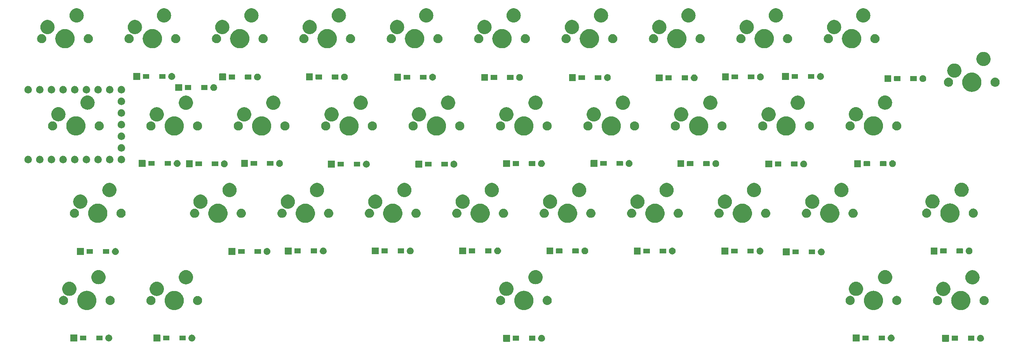
<source format=gbr>
G04 #@! TF.GenerationSoftware,KiCad,Pcbnew,7.0.8*
G04 #@! TF.CreationDate,2024-07-14T10:46:29+09:00*
G04 #@! TF.ProjectId,cool336_pcb,636f6f6c-3333-4365-9f70-63622e6b6963,rev?*
G04 #@! TF.SameCoordinates,Original*
G04 #@! TF.FileFunction,Soldermask,Top*
G04 #@! TF.FilePolarity,Negative*
%FSLAX46Y46*%
G04 Gerber Fmt 4.6, Leading zero omitted, Abs format (unit mm)*
G04 Created by KiCad (PCBNEW 7.0.8) date 2024-07-14 10:46:29*
%MOMM*%
%LPD*%
G01*
G04 APERTURE LIST*
G04 APERTURE END LIST*
G36*
X96968017Y-64624382D02*
G01*
X96984562Y-64635438D01*
X96995618Y-64651983D01*
X96999500Y-64671500D01*
X96999500Y-66068500D01*
X96995618Y-66088017D01*
X96984562Y-66104562D01*
X96968017Y-66115618D01*
X96948500Y-66119500D01*
X95551500Y-66119500D01*
X95531983Y-66115618D01*
X95515438Y-66104562D01*
X95504382Y-66088017D01*
X95500500Y-66068500D01*
X95500500Y-64671500D01*
X95504382Y-64651983D01*
X95515438Y-64635438D01*
X95531983Y-64624382D01*
X95551500Y-64620500D01*
X96948500Y-64620500D01*
X96968017Y-64624382D01*
G37*
G36*
X103912520Y-64625291D02*
G01*
X103948270Y-64625291D01*
X103988602Y-64633863D01*
X104036779Y-64639292D01*
X104071806Y-64651548D01*
X104101397Y-64657838D01*
X104144037Y-64676823D01*
X104195196Y-64694724D01*
X104221828Y-64711458D01*
X104244405Y-64721510D01*
X104286496Y-64752091D01*
X104337306Y-64784017D01*
X104355553Y-64802264D01*
X104371052Y-64813525D01*
X104409371Y-64856082D01*
X104455983Y-64902694D01*
X104466702Y-64919753D01*
X104475803Y-64929861D01*
X104506939Y-64983790D01*
X104545276Y-65044804D01*
X104550062Y-65058483D01*
X104554072Y-65065428D01*
X104574607Y-65128629D01*
X104600708Y-65203221D01*
X104601697Y-65212003D01*
X104602448Y-65214313D01*
X104609250Y-65279032D01*
X104619500Y-65370000D01*
X104609249Y-65460975D01*
X104602448Y-65525686D01*
X104601697Y-65527995D01*
X104600708Y-65536779D01*
X104574603Y-65611383D01*
X104554072Y-65674571D01*
X104550063Y-65681513D01*
X104545276Y-65695196D01*
X104506931Y-65756220D01*
X104475803Y-65810138D01*
X104466704Y-65820242D01*
X104455983Y-65837306D01*
X104409362Y-65883926D01*
X104371052Y-65926474D01*
X104355557Y-65937731D01*
X104337306Y-65955983D01*
X104286486Y-65987914D01*
X104244405Y-66018489D01*
X104221833Y-66028538D01*
X104195196Y-66045276D01*
X104144027Y-66063180D01*
X104101397Y-66082161D01*
X104071812Y-66088449D01*
X104036779Y-66100708D01*
X103988600Y-66106136D01*
X103948270Y-66114709D01*
X103912520Y-66114709D01*
X103870000Y-66119500D01*
X103827480Y-66114709D01*
X103791730Y-66114709D01*
X103751399Y-66106136D01*
X103703221Y-66100708D01*
X103668188Y-66088449D01*
X103638602Y-66082161D01*
X103595967Y-66063178D01*
X103544804Y-66045276D01*
X103518168Y-66028539D01*
X103495594Y-66018489D01*
X103453505Y-65987909D01*
X103402694Y-65955983D01*
X103384445Y-65937734D01*
X103368947Y-65926474D01*
X103330627Y-65883916D01*
X103284017Y-65837306D01*
X103273297Y-65820246D01*
X103264196Y-65810138D01*
X103233055Y-65756201D01*
X103194724Y-65695196D01*
X103189938Y-65681518D01*
X103185927Y-65674571D01*
X103165382Y-65611343D01*
X103139292Y-65536779D01*
X103138302Y-65527999D01*
X103137551Y-65525686D01*
X103130735Y-65460843D01*
X103120500Y-65370000D01*
X103130734Y-65279164D01*
X103137551Y-65214313D01*
X103138302Y-65211998D01*
X103139292Y-65203221D01*
X103165378Y-65128669D01*
X103185927Y-65065428D01*
X103189938Y-65058479D01*
X103194724Y-65044804D01*
X103233048Y-64983810D01*
X103264196Y-64929861D01*
X103273300Y-64919749D01*
X103284017Y-64902694D01*
X103330613Y-64856097D01*
X103368948Y-64813523D01*
X103384453Y-64802257D01*
X103402694Y-64784017D01*
X103453488Y-64752101D01*
X103495592Y-64721511D01*
X103518173Y-64711456D01*
X103544804Y-64694724D01*
X103595957Y-64676824D01*
X103638602Y-64657838D01*
X103668194Y-64651548D01*
X103703221Y-64639292D01*
X103751396Y-64633863D01*
X103791730Y-64625291D01*
X103827480Y-64625291D01*
X103870000Y-64620500D01*
X103912520Y-64625291D01*
G37*
G36*
X192638017Y-64624382D02*
G01*
X192654562Y-64635438D01*
X192665618Y-64651983D01*
X192669500Y-64671500D01*
X192669500Y-66068500D01*
X192665618Y-66088017D01*
X192654562Y-66104562D01*
X192638017Y-66115618D01*
X192618500Y-66119500D01*
X191221500Y-66119500D01*
X191201983Y-66115618D01*
X191185438Y-66104562D01*
X191174382Y-66088017D01*
X191170500Y-66068500D01*
X191170500Y-64671500D01*
X191174382Y-64651983D01*
X191185438Y-64635438D01*
X191201983Y-64624382D01*
X191221500Y-64620500D01*
X192618500Y-64620500D01*
X192638017Y-64624382D01*
G37*
G36*
X199582520Y-64625291D02*
G01*
X199618270Y-64625291D01*
X199658602Y-64633863D01*
X199706779Y-64639292D01*
X199741806Y-64651548D01*
X199771397Y-64657838D01*
X199814037Y-64676823D01*
X199865196Y-64694724D01*
X199891828Y-64711458D01*
X199914405Y-64721510D01*
X199956496Y-64752091D01*
X200007306Y-64784017D01*
X200025553Y-64802264D01*
X200041052Y-64813525D01*
X200079371Y-64856082D01*
X200125983Y-64902694D01*
X200136702Y-64919753D01*
X200145803Y-64929861D01*
X200176939Y-64983790D01*
X200215276Y-65044804D01*
X200220062Y-65058483D01*
X200224072Y-65065428D01*
X200244607Y-65128629D01*
X200270708Y-65203221D01*
X200271697Y-65212003D01*
X200272448Y-65214313D01*
X200279250Y-65279032D01*
X200289500Y-65370000D01*
X200279249Y-65460975D01*
X200272448Y-65525686D01*
X200271697Y-65527995D01*
X200270708Y-65536779D01*
X200244603Y-65611383D01*
X200224072Y-65674571D01*
X200220063Y-65681513D01*
X200215276Y-65695196D01*
X200176931Y-65756220D01*
X200145803Y-65810138D01*
X200136704Y-65820242D01*
X200125983Y-65837306D01*
X200079362Y-65883926D01*
X200041052Y-65926474D01*
X200025557Y-65937731D01*
X200007306Y-65955983D01*
X199956486Y-65987914D01*
X199914405Y-66018489D01*
X199891833Y-66028538D01*
X199865196Y-66045276D01*
X199814027Y-66063180D01*
X199771397Y-66082161D01*
X199741812Y-66088449D01*
X199706779Y-66100708D01*
X199658600Y-66106136D01*
X199618270Y-66114709D01*
X199582520Y-66114709D01*
X199540000Y-66119500D01*
X199497480Y-66114709D01*
X199461730Y-66114709D01*
X199421399Y-66106136D01*
X199373221Y-66100708D01*
X199338188Y-66088449D01*
X199308602Y-66082161D01*
X199265967Y-66063178D01*
X199214804Y-66045276D01*
X199188168Y-66028539D01*
X199165594Y-66018489D01*
X199123505Y-65987909D01*
X199072694Y-65955983D01*
X199054445Y-65937734D01*
X199038947Y-65926474D01*
X199000627Y-65883916D01*
X198954017Y-65837306D01*
X198943297Y-65820246D01*
X198934196Y-65810138D01*
X198903055Y-65756201D01*
X198864724Y-65695196D01*
X198859938Y-65681518D01*
X198855927Y-65674571D01*
X198835382Y-65611343D01*
X198809292Y-65536779D01*
X198808302Y-65527999D01*
X198807551Y-65525686D01*
X198800735Y-65460843D01*
X198790500Y-65370000D01*
X198800734Y-65279164D01*
X198807551Y-65214313D01*
X198808302Y-65211998D01*
X198809292Y-65203221D01*
X198835378Y-65128669D01*
X198855927Y-65065428D01*
X198859938Y-65058479D01*
X198864724Y-65044804D01*
X198903048Y-64983810D01*
X198934196Y-64929861D01*
X198943300Y-64919749D01*
X198954017Y-64902694D01*
X199000613Y-64856097D01*
X199038948Y-64813523D01*
X199054453Y-64802257D01*
X199072694Y-64784017D01*
X199123488Y-64752101D01*
X199165592Y-64721511D01*
X199188173Y-64711456D01*
X199214804Y-64694724D01*
X199265957Y-64676824D01*
X199308602Y-64657838D01*
X199338194Y-64651548D01*
X199373221Y-64639292D01*
X199421396Y-64633863D01*
X199461730Y-64625291D01*
X199497480Y-64625291D01*
X199540000Y-64620500D01*
X199582520Y-64625291D01*
G37*
G36*
X20753017Y-64584382D02*
G01*
X20769562Y-64595438D01*
X20780618Y-64611983D01*
X20784500Y-64631500D01*
X20784500Y-66028500D01*
X20780618Y-66048017D01*
X20769562Y-66064562D01*
X20753017Y-66075618D01*
X20733500Y-66079500D01*
X19336500Y-66079500D01*
X19316983Y-66075618D01*
X19300438Y-66064562D01*
X19289382Y-66048017D01*
X19285500Y-66028500D01*
X19285500Y-64631500D01*
X19289382Y-64611983D01*
X19300438Y-64595438D01*
X19316983Y-64584382D01*
X19336500Y-64580500D01*
X20733500Y-64580500D01*
X20753017Y-64584382D01*
G37*
G36*
X27697520Y-64585291D02*
G01*
X27733270Y-64585291D01*
X27773602Y-64593863D01*
X27821779Y-64599292D01*
X27856806Y-64611548D01*
X27886397Y-64617838D01*
X27929037Y-64636823D01*
X27980196Y-64654724D01*
X28006828Y-64671458D01*
X28029405Y-64681510D01*
X28071496Y-64712091D01*
X28122306Y-64744017D01*
X28140553Y-64762264D01*
X28156052Y-64773525D01*
X28194371Y-64816082D01*
X28240983Y-64862694D01*
X28251702Y-64879753D01*
X28260803Y-64889861D01*
X28291939Y-64943790D01*
X28330276Y-65004804D01*
X28335062Y-65018483D01*
X28339072Y-65025428D01*
X28359607Y-65088629D01*
X28385708Y-65163221D01*
X28386697Y-65172003D01*
X28387448Y-65174313D01*
X28394250Y-65239032D01*
X28404500Y-65330000D01*
X28394249Y-65420975D01*
X28387448Y-65485686D01*
X28386697Y-65487995D01*
X28385708Y-65496779D01*
X28359603Y-65571383D01*
X28339072Y-65634571D01*
X28335063Y-65641513D01*
X28330276Y-65655196D01*
X28291931Y-65716220D01*
X28260803Y-65770138D01*
X28251704Y-65780242D01*
X28240983Y-65797306D01*
X28194362Y-65843926D01*
X28156052Y-65886474D01*
X28140557Y-65897731D01*
X28122306Y-65915983D01*
X28071486Y-65947914D01*
X28029405Y-65978489D01*
X28006833Y-65988538D01*
X27980196Y-66005276D01*
X27929027Y-66023180D01*
X27886397Y-66042161D01*
X27856812Y-66048449D01*
X27821779Y-66060708D01*
X27773600Y-66066136D01*
X27733270Y-66074709D01*
X27697520Y-66074709D01*
X27655000Y-66079500D01*
X27612480Y-66074709D01*
X27576730Y-66074709D01*
X27536399Y-66066136D01*
X27488221Y-66060708D01*
X27453188Y-66048449D01*
X27423602Y-66042161D01*
X27380967Y-66023178D01*
X27329804Y-66005276D01*
X27303168Y-65988539D01*
X27280594Y-65978489D01*
X27238505Y-65947909D01*
X27187694Y-65915983D01*
X27169445Y-65897734D01*
X27153947Y-65886474D01*
X27115627Y-65843916D01*
X27069017Y-65797306D01*
X27058297Y-65780246D01*
X27049196Y-65770138D01*
X27018055Y-65716201D01*
X26979724Y-65655196D01*
X26974938Y-65641518D01*
X26970927Y-65634571D01*
X26950382Y-65571343D01*
X26924292Y-65496779D01*
X26923302Y-65487999D01*
X26922551Y-65485686D01*
X26915735Y-65420843D01*
X26905500Y-65330000D01*
X26915734Y-65239164D01*
X26922551Y-65174313D01*
X26923302Y-65171998D01*
X26924292Y-65163221D01*
X26950378Y-65088669D01*
X26970927Y-65025428D01*
X26974938Y-65018479D01*
X26979724Y-65004804D01*
X27018048Y-64943810D01*
X27049196Y-64889861D01*
X27058300Y-64879749D01*
X27069017Y-64862694D01*
X27115613Y-64816097D01*
X27153948Y-64773523D01*
X27169453Y-64762257D01*
X27187694Y-64744017D01*
X27238488Y-64712101D01*
X27280592Y-64681511D01*
X27303173Y-64671456D01*
X27329804Y-64654724D01*
X27380957Y-64636824D01*
X27423602Y-64617838D01*
X27453194Y-64611548D01*
X27488221Y-64599292D01*
X27536396Y-64593863D01*
X27576730Y-64585291D01*
X27612480Y-64585291D01*
X27655000Y-64580500D01*
X27697520Y-64585291D01*
G37*
G36*
X173173017Y-64574382D02*
G01*
X173189562Y-64585438D01*
X173200618Y-64601983D01*
X173204500Y-64621500D01*
X173204500Y-66018500D01*
X173200618Y-66038017D01*
X173189562Y-66054562D01*
X173173017Y-66065618D01*
X173153500Y-66069500D01*
X171756500Y-66069500D01*
X171736983Y-66065618D01*
X171720438Y-66054562D01*
X171709382Y-66038017D01*
X171705500Y-66018500D01*
X171705500Y-64621500D01*
X171709382Y-64601983D01*
X171720438Y-64585438D01*
X171736983Y-64574382D01*
X171756500Y-64570500D01*
X173153500Y-64570500D01*
X173173017Y-64574382D01*
G37*
G36*
X180117520Y-64575291D02*
G01*
X180153270Y-64575291D01*
X180193602Y-64583863D01*
X180241779Y-64589292D01*
X180276806Y-64601548D01*
X180306397Y-64607838D01*
X180349037Y-64626823D01*
X180400196Y-64644724D01*
X180426828Y-64661458D01*
X180449405Y-64671510D01*
X180491496Y-64702091D01*
X180542306Y-64734017D01*
X180560553Y-64752264D01*
X180576052Y-64763525D01*
X180614371Y-64806082D01*
X180660983Y-64852694D01*
X180671702Y-64869753D01*
X180680803Y-64879861D01*
X180711939Y-64933790D01*
X180750276Y-64994804D01*
X180755062Y-65008483D01*
X180759072Y-65015428D01*
X180779607Y-65078629D01*
X180805708Y-65153221D01*
X180806697Y-65162003D01*
X180807448Y-65164313D01*
X180814250Y-65229032D01*
X180824500Y-65320000D01*
X180814249Y-65410975D01*
X180807448Y-65475686D01*
X180806697Y-65477995D01*
X180805708Y-65486779D01*
X180779603Y-65561383D01*
X180759072Y-65624571D01*
X180755063Y-65631513D01*
X180750276Y-65645196D01*
X180711931Y-65706220D01*
X180680803Y-65760138D01*
X180671704Y-65770242D01*
X180660983Y-65787306D01*
X180614362Y-65833926D01*
X180576052Y-65876474D01*
X180560557Y-65887731D01*
X180542306Y-65905983D01*
X180491486Y-65937914D01*
X180449405Y-65968489D01*
X180426833Y-65978538D01*
X180400196Y-65995276D01*
X180349027Y-66013180D01*
X180306397Y-66032161D01*
X180276812Y-66038449D01*
X180241779Y-66050708D01*
X180193600Y-66056136D01*
X180153270Y-66064709D01*
X180117520Y-66064709D01*
X180075000Y-66069500D01*
X180032480Y-66064709D01*
X179996730Y-66064709D01*
X179956399Y-66056136D01*
X179908221Y-66050708D01*
X179873188Y-66038449D01*
X179843602Y-66032161D01*
X179800967Y-66013178D01*
X179749804Y-65995276D01*
X179723168Y-65978539D01*
X179700594Y-65968489D01*
X179658505Y-65937909D01*
X179607694Y-65905983D01*
X179589445Y-65887734D01*
X179573947Y-65876474D01*
X179535627Y-65833916D01*
X179489017Y-65787306D01*
X179478297Y-65770246D01*
X179469196Y-65760138D01*
X179438055Y-65706201D01*
X179399724Y-65645196D01*
X179394938Y-65631518D01*
X179390927Y-65624571D01*
X179370382Y-65561343D01*
X179344292Y-65486779D01*
X179343302Y-65477999D01*
X179342551Y-65475686D01*
X179335735Y-65410843D01*
X179325500Y-65320000D01*
X179335734Y-65229164D01*
X179342551Y-65164313D01*
X179343302Y-65161998D01*
X179344292Y-65153221D01*
X179370378Y-65078669D01*
X179390927Y-65015428D01*
X179394938Y-65008479D01*
X179399724Y-64994804D01*
X179438048Y-64933810D01*
X179469196Y-64879861D01*
X179478300Y-64869749D01*
X179489017Y-64852694D01*
X179535613Y-64806097D01*
X179573948Y-64763523D01*
X179589453Y-64752257D01*
X179607694Y-64734017D01*
X179658488Y-64702101D01*
X179700592Y-64671511D01*
X179723173Y-64661456D01*
X179749804Y-64644724D01*
X179800957Y-64626824D01*
X179843602Y-64607838D01*
X179873194Y-64601548D01*
X179908221Y-64589292D01*
X179956396Y-64583863D01*
X179996730Y-64575291D01*
X180032480Y-64575291D01*
X180075000Y-64570500D01*
X180117520Y-64575291D01*
G37*
G36*
X2648017Y-64564382D02*
G01*
X2664562Y-64575438D01*
X2675618Y-64591983D01*
X2679500Y-64611500D01*
X2679500Y-66008500D01*
X2675618Y-66028017D01*
X2664562Y-66044562D01*
X2648017Y-66055618D01*
X2628500Y-66059500D01*
X1231500Y-66059500D01*
X1211983Y-66055618D01*
X1195438Y-66044562D01*
X1184382Y-66028017D01*
X1180500Y-66008500D01*
X1180500Y-64611500D01*
X1184382Y-64591983D01*
X1195438Y-64575438D01*
X1211983Y-64564382D01*
X1231500Y-64560500D01*
X2628500Y-64560500D01*
X2648017Y-64564382D01*
G37*
G36*
X9592520Y-64565291D02*
G01*
X9628270Y-64565291D01*
X9668602Y-64573863D01*
X9716779Y-64579292D01*
X9751806Y-64591548D01*
X9781397Y-64597838D01*
X9824037Y-64616823D01*
X9875196Y-64634724D01*
X9901828Y-64651458D01*
X9924405Y-64661510D01*
X9966496Y-64692091D01*
X10017306Y-64724017D01*
X10035553Y-64742264D01*
X10051052Y-64753525D01*
X10089371Y-64796082D01*
X10135983Y-64842694D01*
X10146702Y-64859753D01*
X10155803Y-64869861D01*
X10186939Y-64923790D01*
X10225276Y-64984804D01*
X10230062Y-64998483D01*
X10234072Y-65005428D01*
X10254607Y-65068629D01*
X10280708Y-65143221D01*
X10281697Y-65152003D01*
X10282448Y-65154313D01*
X10289250Y-65219032D01*
X10299500Y-65310000D01*
X10289249Y-65400975D01*
X10282448Y-65465686D01*
X10281697Y-65467995D01*
X10280708Y-65476779D01*
X10254603Y-65551383D01*
X10234072Y-65614571D01*
X10230063Y-65621513D01*
X10225276Y-65635196D01*
X10186931Y-65696220D01*
X10155803Y-65750138D01*
X10146704Y-65760242D01*
X10135983Y-65777306D01*
X10089362Y-65823926D01*
X10051052Y-65866474D01*
X10035557Y-65877731D01*
X10017306Y-65895983D01*
X9966486Y-65927914D01*
X9924405Y-65958489D01*
X9901833Y-65968538D01*
X9875196Y-65985276D01*
X9824027Y-66003180D01*
X9781397Y-66022161D01*
X9751812Y-66028449D01*
X9716779Y-66040708D01*
X9668600Y-66046136D01*
X9628270Y-66054709D01*
X9592520Y-66054709D01*
X9550000Y-66059500D01*
X9507480Y-66054709D01*
X9471730Y-66054709D01*
X9431399Y-66046136D01*
X9383221Y-66040708D01*
X9348188Y-66028449D01*
X9318602Y-66022161D01*
X9275967Y-66003178D01*
X9224804Y-65985276D01*
X9198168Y-65968539D01*
X9175594Y-65958489D01*
X9133505Y-65927909D01*
X9082694Y-65895983D01*
X9064445Y-65877734D01*
X9048947Y-65866474D01*
X9010627Y-65823916D01*
X8964017Y-65777306D01*
X8953297Y-65760246D01*
X8944196Y-65750138D01*
X8913055Y-65696201D01*
X8874724Y-65635196D01*
X8869938Y-65621518D01*
X8865927Y-65614571D01*
X8845382Y-65551343D01*
X8819292Y-65476779D01*
X8818302Y-65467999D01*
X8817551Y-65465686D01*
X8810735Y-65400843D01*
X8800500Y-65310000D01*
X8810734Y-65219164D01*
X8817551Y-65154313D01*
X8818302Y-65151998D01*
X8819292Y-65143221D01*
X8845378Y-65068669D01*
X8865927Y-65005428D01*
X8869938Y-64998479D01*
X8874724Y-64984804D01*
X8913048Y-64923810D01*
X8944196Y-64869861D01*
X8953300Y-64859749D01*
X8964017Y-64842694D01*
X9010613Y-64796097D01*
X9048948Y-64753523D01*
X9064453Y-64742257D01*
X9082694Y-64724017D01*
X9133488Y-64692101D01*
X9175592Y-64661511D01*
X9198173Y-64651456D01*
X9224804Y-64634724D01*
X9275957Y-64616824D01*
X9318602Y-64597838D01*
X9348194Y-64591548D01*
X9383221Y-64579292D01*
X9431396Y-64573863D01*
X9471730Y-64565291D01*
X9507480Y-64565291D01*
X9550000Y-64560500D01*
X9592520Y-64565291D01*
G37*
G36*
X98954517Y-64847882D02*
G01*
X98971062Y-64858938D01*
X98982118Y-64875483D01*
X98986000Y-64895000D01*
X98986000Y-65845000D01*
X98982118Y-65864517D01*
X98971062Y-65881062D01*
X98954517Y-65892118D01*
X98935000Y-65896000D01*
X97635000Y-65896000D01*
X97615483Y-65892118D01*
X97598938Y-65881062D01*
X97587882Y-65864517D01*
X97584000Y-65845000D01*
X97584000Y-64895000D01*
X97587882Y-64875483D01*
X97598938Y-64858938D01*
X97615483Y-64847882D01*
X97635000Y-64844000D01*
X98935000Y-64844000D01*
X98954517Y-64847882D01*
G37*
G36*
X102504517Y-64847882D02*
G01*
X102521062Y-64858938D01*
X102532118Y-64875483D01*
X102536000Y-64895000D01*
X102536000Y-65845000D01*
X102532118Y-65864517D01*
X102521062Y-65881062D01*
X102504517Y-65892118D01*
X102485000Y-65896000D01*
X101185000Y-65896000D01*
X101165483Y-65892118D01*
X101148938Y-65881062D01*
X101137882Y-65864517D01*
X101134000Y-65845000D01*
X101134000Y-64895000D01*
X101137882Y-64875483D01*
X101148938Y-64858938D01*
X101165483Y-64847882D01*
X101185000Y-64844000D01*
X102485000Y-64844000D01*
X102504517Y-64847882D01*
G37*
G36*
X194624517Y-64847882D02*
G01*
X194641062Y-64858938D01*
X194652118Y-64875483D01*
X194656000Y-64895000D01*
X194656000Y-65845000D01*
X194652118Y-65864517D01*
X194641062Y-65881062D01*
X194624517Y-65892118D01*
X194605000Y-65896000D01*
X193305000Y-65896000D01*
X193285483Y-65892118D01*
X193268938Y-65881062D01*
X193257882Y-65864517D01*
X193254000Y-65845000D01*
X193254000Y-64895000D01*
X193257882Y-64875483D01*
X193268938Y-64858938D01*
X193285483Y-64847882D01*
X193305000Y-64844000D01*
X194605000Y-64844000D01*
X194624517Y-64847882D01*
G37*
G36*
X198174517Y-64847882D02*
G01*
X198191062Y-64858938D01*
X198202118Y-64875483D01*
X198206000Y-64895000D01*
X198206000Y-65845000D01*
X198202118Y-65864517D01*
X198191062Y-65881062D01*
X198174517Y-65892118D01*
X198155000Y-65896000D01*
X196855000Y-65896000D01*
X196835483Y-65892118D01*
X196818938Y-65881062D01*
X196807882Y-65864517D01*
X196804000Y-65845000D01*
X196804000Y-64895000D01*
X196807882Y-64875483D01*
X196818938Y-64858938D01*
X196835483Y-64847882D01*
X196855000Y-64844000D01*
X198155000Y-64844000D01*
X198174517Y-64847882D01*
G37*
G36*
X22739517Y-64807882D02*
G01*
X22756062Y-64818938D01*
X22767118Y-64835483D01*
X22771000Y-64855000D01*
X22771000Y-65805000D01*
X22767118Y-65824517D01*
X22756062Y-65841062D01*
X22739517Y-65852118D01*
X22720000Y-65856000D01*
X21420000Y-65856000D01*
X21400483Y-65852118D01*
X21383938Y-65841062D01*
X21372882Y-65824517D01*
X21369000Y-65805000D01*
X21369000Y-64855000D01*
X21372882Y-64835483D01*
X21383938Y-64818938D01*
X21400483Y-64807882D01*
X21420000Y-64804000D01*
X22720000Y-64804000D01*
X22739517Y-64807882D01*
G37*
G36*
X26289517Y-64807882D02*
G01*
X26306062Y-64818938D01*
X26317118Y-64835483D01*
X26321000Y-64855000D01*
X26321000Y-65805000D01*
X26317118Y-65824517D01*
X26306062Y-65841062D01*
X26289517Y-65852118D01*
X26270000Y-65856000D01*
X24970000Y-65856000D01*
X24950483Y-65852118D01*
X24933938Y-65841062D01*
X24922882Y-65824517D01*
X24919000Y-65805000D01*
X24919000Y-64855000D01*
X24922882Y-64835483D01*
X24933938Y-64818938D01*
X24950483Y-64807882D01*
X24970000Y-64804000D01*
X26270000Y-64804000D01*
X26289517Y-64807882D01*
G37*
G36*
X175159517Y-64797882D02*
G01*
X175176062Y-64808938D01*
X175187118Y-64825483D01*
X175191000Y-64845000D01*
X175191000Y-65795000D01*
X175187118Y-65814517D01*
X175176062Y-65831062D01*
X175159517Y-65842118D01*
X175140000Y-65846000D01*
X173840000Y-65846000D01*
X173820483Y-65842118D01*
X173803938Y-65831062D01*
X173792882Y-65814517D01*
X173789000Y-65795000D01*
X173789000Y-64845000D01*
X173792882Y-64825483D01*
X173803938Y-64808938D01*
X173820483Y-64797882D01*
X173840000Y-64794000D01*
X175140000Y-64794000D01*
X175159517Y-64797882D01*
G37*
G36*
X178709517Y-64797882D02*
G01*
X178726062Y-64808938D01*
X178737118Y-64825483D01*
X178741000Y-64845000D01*
X178741000Y-65795000D01*
X178737118Y-65814517D01*
X178726062Y-65831062D01*
X178709517Y-65842118D01*
X178690000Y-65846000D01*
X177390000Y-65846000D01*
X177370483Y-65842118D01*
X177353938Y-65831062D01*
X177342882Y-65814517D01*
X177339000Y-65795000D01*
X177339000Y-64845000D01*
X177342882Y-64825483D01*
X177353938Y-64808938D01*
X177370483Y-64797882D01*
X177390000Y-64794000D01*
X178690000Y-64794000D01*
X178709517Y-64797882D01*
G37*
G36*
X4634517Y-64787882D02*
G01*
X4651062Y-64798938D01*
X4662118Y-64815483D01*
X4666000Y-64835000D01*
X4666000Y-65785000D01*
X4662118Y-65804517D01*
X4651062Y-65821062D01*
X4634517Y-65832118D01*
X4615000Y-65836000D01*
X3315000Y-65836000D01*
X3295483Y-65832118D01*
X3278938Y-65821062D01*
X3267882Y-65804517D01*
X3264000Y-65785000D01*
X3264000Y-64835000D01*
X3267882Y-64815483D01*
X3278938Y-64798938D01*
X3295483Y-64787882D01*
X3315000Y-64784000D01*
X4615000Y-64784000D01*
X4634517Y-64787882D01*
G37*
G36*
X8184517Y-64787882D02*
G01*
X8201062Y-64798938D01*
X8212118Y-64815483D01*
X8216000Y-64835000D01*
X8216000Y-65785000D01*
X8212118Y-65804517D01*
X8201062Y-65821062D01*
X8184517Y-65832118D01*
X8165000Y-65836000D01*
X6865000Y-65836000D01*
X6845483Y-65832118D01*
X6828938Y-65821062D01*
X6817882Y-65804517D01*
X6814000Y-65785000D01*
X6814000Y-64835000D01*
X6817882Y-64815483D01*
X6828938Y-64798938D01*
X6845483Y-64787882D01*
X6865000Y-64784000D01*
X8165000Y-64784000D01*
X8184517Y-64787882D01*
G37*
G36*
X195318651Y-55043898D02*
G01*
X195391377Y-55043898D01*
X195457679Y-55053010D01*
X195522198Y-55057240D01*
X195597669Y-55072251D01*
X195675461Y-55082944D01*
X195734285Y-55099426D01*
X195791709Y-55110848D01*
X195870461Y-55137580D01*
X195951582Y-55160310D01*
X196002241Y-55182314D01*
X196051917Y-55199177D01*
X196132117Y-55238727D01*
X196214597Y-55274553D01*
X196256767Y-55300197D01*
X196298361Y-55320709D01*
X196377975Y-55373905D01*
X196459605Y-55423546D01*
X196493331Y-55450984D01*
X196526844Y-55473377D01*
X196603672Y-55540753D01*
X196682044Y-55604514D01*
X196707694Y-55631978D01*
X196733441Y-55654558D01*
X196805176Y-55736356D01*
X196877769Y-55814084D01*
X196896033Y-55839959D01*
X196914622Y-55861155D01*
X196978899Y-55957352D01*
X197043135Y-56048354D01*
X197054984Y-56071222D01*
X197067288Y-56089636D01*
X197121744Y-56200063D01*
X197175061Y-56302959D01*
X197181701Y-56321644D01*
X197188823Y-56336085D01*
X197231173Y-56460844D01*
X197271089Y-56573157D01*
X197273915Y-56586758D01*
X197277151Y-56596290D01*
X197305215Y-56737384D01*
X197329431Y-56853914D01*
X197329974Y-56861855D01*
X197330759Y-56865801D01*
X197342579Y-57046136D01*
X197349000Y-57140000D01*
X197342578Y-57233870D01*
X197330759Y-57414198D01*
X197329974Y-57418142D01*
X197329431Y-57426086D01*
X197305211Y-57542637D01*
X197277151Y-57683709D01*
X197273915Y-57693239D01*
X197271089Y-57706843D01*
X197231165Y-57819176D01*
X197188822Y-57943917D01*
X197181701Y-57958355D01*
X197175061Y-57977041D01*
X197121750Y-58079924D01*
X197067290Y-58190361D01*
X197054984Y-58208776D01*
X197043135Y-58231646D01*
X196978891Y-58322657D01*
X196914622Y-58418844D01*
X196896037Y-58440035D01*
X196877769Y-58465916D01*
X196805162Y-58543658D01*
X196733441Y-58625441D01*
X196707699Y-58648015D01*
X196682044Y-58675486D01*
X196603656Y-58739258D01*
X196526844Y-58806622D01*
X196493338Y-58829009D01*
X196459605Y-58856454D01*
X196377958Y-58906104D01*
X196298361Y-58959290D01*
X196256775Y-58979797D01*
X196214597Y-59005447D01*
X196132100Y-59041280D01*
X196051917Y-59080822D01*
X196002251Y-59097681D01*
X195951582Y-59119690D01*
X195870444Y-59142423D01*
X195791709Y-59169151D01*
X195734298Y-59180570D01*
X195675461Y-59197056D01*
X195597653Y-59207750D01*
X195522198Y-59222759D01*
X195457693Y-59226987D01*
X195391377Y-59236102D01*
X195318636Y-59236102D01*
X195248000Y-59240732D01*
X195177364Y-59236102D01*
X195104623Y-59236102D01*
X195038307Y-59226987D01*
X194973801Y-59222759D01*
X194898343Y-59207749D01*
X194820539Y-59197056D01*
X194761704Y-59180571D01*
X194704290Y-59169151D01*
X194625549Y-59142422D01*
X194544418Y-59119690D01*
X194493751Y-59097682D01*
X194444082Y-59080822D01*
X194363891Y-59041276D01*
X194281403Y-59005447D01*
X194239228Y-58979799D01*
X194197638Y-58959290D01*
X194118030Y-58906097D01*
X194036395Y-58856454D01*
X194002666Y-58829013D01*
X193969155Y-58806622D01*
X193892329Y-58739247D01*
X193813956Y-58675486D01*
X193788305Y-58648020D01*
X193762558Y-58625441D01*
X193690821Y-58543641D01*
X193618231Y-58465916D01*
X193599966Y-58440041D01*
X193581377Y-58418844D01*
X193517089Y-58322631D01*
X193452865Y-58231646D01*
X193441018Y-58208783D01*
X193428709Y-58190361D01*
X193374228Y-58079884D01*
X193320939Y-57977041D01*
X193314300Y-57958362D01*
X193307177Y-57943917D01*
X193264811Y-57819113D01*
X193224911Y-57706843D01*
X193222085Y-57693246D01*
X193218848Y-57683709D01*
X193190765Y-57542525D01*
X193166569Y-57426086D01*
X193166026Y-57418150D01*
X193165240Y-57414198D01*
X193153397Y-57233520D01*
X193147000Y-57140000D01*
X193153396Y-57046487D01*
X193165240Y-56865801D01*
X193166026Y-56861847D01*
X193166569Y-56853914D01*
X193190760Y-56737496D01*
X193218848Y-56596290D01*
X193222086Y-56586750D01*
X193224911Y-56573157D01*
X193264804Y-56460907D01*
X193307176Y-56336085D01*
X193314300Y-56321637D01*
X193320939Y-56302959D01*
X193374234Y-56200103D01*
X193428711Y-56089636D01*
X193441018Y-56071216D01*
X193452865Y-56048354D01*
X193517082Y-55957379D01*
X193581377Y-55861155D01*
X193599970Y-55839953D01*
X193618231Y-55814084D01*
X193690807Y-55736374D01*
X193762558Y-55654558D01*
X193788310Y-55631973D01*
X193813956Y-55604514D01*
X193892313Y-55540765D01*
X193969155Y-55473377D01*
X194002672Y-55450981D01*
X194036395Y-55423546D01*
X194118020Y-55373908D01*
X194197636Y-55320711D01*
X194239228Y-55300199D01*
X194281403Y-55274553D01*
X194363885Y-55238726D01*
X194444085Y-55199176D01*
X194493762Y-55182312D01*
X194544418Y-55160310D01*
X194625533Y-55137582D01*
X194704290Y-55110848D01*
X194761716Y-55099425D01*
X194820539Y-55082944D01*
X194898327Y-55072252D01*
X194973801Y-55057240D01*
X195038321Y-55053010D01*
X195104623Y-55043898D01*
X195177349Y-55043898D01*
X195248000Y-55039267D01*
X195318651Y-55043898D01*
G37*
G36*
X23891901Y-55033898D02*
G01*
X23964627Y-55033898D01*
X24030929Y-55043010D01*
X24095448Y-55047240D01*
X24170919Y-55062251D01*
X24248711Y-55072944D01*
X24307535Y-55089426D01*
X24364959Y-55100848D01*
X24443711Y-55127580D01*
X24524832Y-55150310D01*
X24575491Y-55172314D01*
X24625167Y-55189177D01*
X24705367Y-55228727D01*
X24787847Y-55264553D01*
X24830017Y-55290197D01*
X24871611Y-55310709D01*
X24951225Y-55363905D01*
X25032855Y-55413546D01*
X25066581Y-55440984D01*
X25100094Y-55463377D01*
X25176922Y-55530753D01*
X25255294Y-55594514D01*
X25280944Y-55621978D01*
X25306691Y-55644558D01*
X25378426Y-55726356D01*
X25451019Y-55804084D01*
X25469283Y-55829959D01*
X25487872Y-55851155D01*
X25552149Y-55947352D01*
X25616385Y-56038354D01*
X25628234Y-56061222D01*
X25640538Y-56079636D01*
X25694994Y-56190063D01*
X25748311Y-56292959D01*
X25754951Y-56311644D01*
X25762073Y-56326085D01*
X25804423Y-56450844D01*
X25844339Y-56563157D01*
X25847165Y-56576758D01*
X25850401Y-56586290D01*
X25878465Y-56727384D01*
X25902681Y-56843914D01*
X25903224Y-56851855D01*
X25904009Y-56855801D01*
X25915829Y-57036136D01*
X25922250Y-57130000D01*
X25915828Y-57223870D01*
X25904009Y-57404198D01*
X25903224Y-57408142D01*
X25902681Y-57416086D01*
X25878461Y-57532637D01*
X25850401Y-57673709D01*
X25847165Y-57683239D01*
X25844339Y-57696843D01*
X25804415Y-57809176D01*
X25762072Y-57933917D01*
X25754951Y-57948355D01*
X25748311Y-57967041D01*
X25695000Y-58069924D01*
X25640540Y-58180361D01*
X25628234Y-58198776D01*
X25616385Y-58221646D01*
X25552141Y-58312657D01*
X25487872Y-58408844D01*
X25469287Y-58430035D01*
X25451019Y-58455916D01*
X25378412Y-58533658D01*
X25306691Y-58615441D01*
X25280949Y-58638015D01*
X25255294Y-58665486D01*
X25176906Y-58729258D01*
X25100094Y-58796622D01*
X25066588Y-58819009D01*
X25032855Y-58846454D01*
X24951208Y-58896104D01*
X24871611Y-58949290D01*
X24830025Y-58969797D01*
X24787847Y-58995447D01*
X24705350Y-59031280D01*
X24625167Y-59070822D01*
X24575501Y-59087681D01*
X24524832Y-59109690D01*
X24443694Y-59132423D01*
X24364959Y-59159151D01*
X24307548Y-59170570D01*
X24248711Y-59187056D01*
X24170903Y-59197750D01*
X24095448Y-59212759D01*
X24030943Y-59216987D01*
X23964627Y-59226102D01*
X23891886Y-59226102D01*
X23821250Y-59230732D01*
X23750614Y-59226102D01*
X23677873Y-59226102D01*
X23611557Y-59216987D01*
X23547051Y-59212759D01*
X23471593Y-59197749D01*
X23393789Y-59187056D01*
X23334954Y-59170571D01*
X23277540Y-59159151D01*
X23198799Y-59132422D01*
X23117668Y-59109690D01*
X23067001Y-59087682D01*
X23017332Y-59070822D01*
X22937141Y-59031276D01*
X22854653Y-58995447D01*
X22812478Y-58969799D01*
X22770888Y-58949290D01*
X22691280Y-58896097D01*
X22609645Y-58846454D01*
X22575916Y-58819013D01*
X22542405Y-58796622D01*
X22465579Y-58729247D01*
X22387206Y-58665486D01*
X22361555Y-58638020D01*
X22335808Y-58615441D01*
X22264071Y-58533641D01*
X22191481Y-58455916D01*
X22173216Y-58430041D01*
X22154627Y-58408844D01*
X22090339Y-58312631D01*
X22026115Y-58221646D01*
X22014268Y-58198783D01*
X22001959Y-58180361D01*
X21947478Y-58069884D01*
X21894189Y-57967041D01*
X21887550Y-57948362D01*
X21880427Y-57933917D01*
X21838061Y-57809113D01*
X21798161Y-57696843D01*
X21795335Y-57683246D01*
X21792098Y-57673709D01*
X21764015Y-57532525D01*
X21739819Y-57416086D01*
X21739276Y-57408150D01*
X21738490Y-57404198D01*
X21726647Y-57223520D01*
X21720250Y-57130000D01*
X21726646Y-57036487D01*
X21738490Y-56855801D01*
X21739276Y-56851847D01*
X21739819Y-56843914D01*
X21764010Y-56727496D01*
X21792098Y-56586290D01*
X21795336Y-56576750D01*
X21798161Y-56563157D01*
X21838054Y-56450907D01*
X21880426Y-56326085D01*
X21887550Y-56311637D01*
X21894189Y-56292959D01*
X21947484Y-56190103D01*
X22001961Y-56079636D01*
X22014268Y-56061216D01*
X22026115Y-56038354D01*
X22090332Y-55947379D01*
X22154627Y-55851155D01*
X22173220Y-55829953D01*
X22191481Y-55804084D01*
X22264057Y-55726374D01*
X22335808Y-55644558D01*
X22361560Y-55621973D01*
X22387206Y-55594514D01*
X22465563Y-55530765D01*
X22542405Y-55463377D01*
X22575922Y-55440981D01*
X22609645Y-55413546D01*
X22691270Y-55363908D01*
X22770886Y-55310711D01*
X22812478Y-55290199D01*
X22854653Y-55264553D01*
X22937135Y-55228726D01*
X23017335Y-55189176D01*
X23067012Y-55172312D01*
X23117668Y-55150310D01*
X23198783Y-55127582D01*
X23277540Y-55100848D01*
X23334966Y-55089425D01*
X23393789Y-55072944D01*
X23471577Y-55062252D01*
X23547051Y-55047240D01*
X23611571Y-55043010D01*
X23677873Y-55033898D01*
X23750599Y-55033898D01*
X23821250Y-55029267D01*
X23891901Y-55033898D01*
G37*
G36*
X4835651Y-55023898D02*
G01*
X4908377Y-55023898D01*
X4974679Y-55033010D01*
X5039198Y-55037240D01*
X5114669Y-55052251D01*
X5192461Y-55062944D01*
X5251285Y-55079426D01*
X5308709Y-55090848D01*
X5387461Y-55117580D01*
X5468582Y-55140310D01*
X5519241Y-55162314D01*
X5568917Y-55179177D01*
X5649117Y-55218727D01*
X5731597Y-55254553D01*
X5773767Y-55280197D01*
X5815361Y-55300709D01*
X5894975Y-55353905D01*
X5976605Y-55403546D01*
X6010331Y-55430984D01*
X6043844Y-55453377D01*
X6120672Y-55520753D01*
X6199044Y-55584514D01*
X6224694Y-55611978D01*
X6250441Y-55634558D01*
X6322176Y-55716356D01*
X6394769Y-55794084D01*
X6413033Y-55819959D01*
X6431622Y-55841155D01*
X6495899Y-55937352D01*
X6560135Y-56028354D01*
X6571984Y-56051222D01*
X6584288Y-56069636D01*
X6638744Y-56180063D01*
X6692061Y-56282959D01*
X6698701Y-56301644D01*
X6705823Y-56316085D01*
X6748173Y-56440844D01*
X6788089Y-56553157D01*
X6790915Y-56566758D01*
X6794151Y-56576290D01*
X6822215Y-56717384D01*
X6846431Y-56833914D01*
X6846974Y-56841855D01*
X6847759Y-56845801D01*
X6859579Y-57026136D01*
X6866000Y-57120000D01*
X6859578Y-57213870D01*
X6847759Y-57394198D01*
X6846974Y-57398142D01*
X6846431Y-57406086D01*
X6822211Y-57522637D01*
X6794151Y-57663709D01*
X6790915Y-57673239D01*
X6788089Y-57686843D01*
X6748165Y-57799176D01*
X6705822Y-57923917D01*
X6698701Y-57938355D01*
X6692061Y-57957041D01*
X6638750Y-58059924D01*
X6584290Y-58170361D01*
X6571984Y-58188776D01*
X6560135Y-58211646D01*
X6495891Y-58302657D01*
X6431622Y-58398844D01*
X6413037Y-58420035D01*
X6394769Y-58445916D01*
X6322162Y-58523658D01*
X6250441Y-58605441D01*
X6224699Y-58628015D01*
X6199044Y-58655486D01*
X6120656Y-58719258D01*
X6043844Y-58786622D01*
X6010338Y-58809009D01*
X5976605Y-58836454D01*
X5894958Y-58886104D01*
X5815361Y-58939290D01*
X5773775Y-58959797D01*
X5731597Y-58985447D01*
X5649100Y-59021280D01*
X5568917Y-59060822D01*
X5519251Y-59077681D01*
X5468582Y-59099690D01*
X5387444Y-59122423D01*
X5308709Y-59149151D01*
X5251298Y-59160570D01*
X5192461Y-59177056D01*
X5114653Y-59187750D01*
X5039198Y-59202759D01*
X4974693Y-59206987D01*
X4908377Y-59216102D01*
X4835636Y-59216102D01*
X4765000Y-59220732D01*
X4694364Y-59216102D01*
X4621623Y-59216102D01*
X4555307Y-59206987D01*
X4490801Y-59202759D01*
X4415343Y-59187749D01*
X4337539Y-59177056D01*
X4278704Y-59160571D01*
X4221290Y-59149151D01*
X4142549Y-59122422D01*
X4061418Y-59099690D01*
X4010751Y-59077682D01*
X3961082Y-59060822D01*
X3880891Y-59021276D01*
X3798403Y-58985447D01*
X3756228Y-58959799D01*
X3714638Y-58939290D01*
X3635030Y-58886097D01*
X3553395Y-58836454D01*
X3519666Y-58809013D01*
X3486155Y-58786622D01*
X3409329Y-58719247D01*
X3330956Y-58655486D01*
X3305305Y-58628020D01*
X3279558Y-58605441D01*
X3207821Y-58523641D01*
X3135231Y-58445916D01*
X3116966Y-58420041D01*
X3098377Y-58398844D01*
X3034089Y-58302631D01*
X2969865Y-58211646D01*
X2958018Y-58188783D01*
X2945709Y-58170361D01*
X2891228Y-58059884D01*
X2837939Y-57957041D01*
X2831300Y-57938362D01*
X2824177Y-57923917D01*
X2781811Y-57799113D01*
X2741911Y-57686843D01*
X2739085Y-57673246D01*
X2735848Y-57663709D01*
X2707765Y-57522525D01*
X2683569Y-57406086D01*
X2683026Y-57398150D01*
X2682240Y-57394198D01*
X2670397Y-57213520D01*
X2664000Y-57120000D01*
X2670396Y-57026487D01*
X2682240Y-56845801D01*
X2683026Y-56841847D01*
X2683569Y-56833914D01*
X2707760Y-56717496D01*
X2735848Y-56576290D01*
X2739086Y-56566750D01*
X2741911Y-56553157D01*
X2781804Y-56440907D01*
X2824176Y-56316085D01*
X2831300Y-56301637D01*
X2837939Y-56282959D01*
X2891234Y-56180103D01*
X2945711Y-56069636D01*
X2958018Y-56051216D01*
X2969865Y-56028354D01*
X3034082Y-55937379D01*
X3098377Y-55841155D01*
X3116970Y-55819953D01*
X3135231Y-55794084D01*
X3207807Y-55716374D01*
X3279558Y-55634558D01*
X3305310Y-55611973D01*
X3330956Y-55584514D01*
X3409313Y-55520765D01*
X3486155Y-55453377D01*
X3519672Y-55430981D01*
X3553395Y-55403546D01*
X3635020Y-55353908D01*
X3714636Y-55300711D01*
X3756228Y-55280199D01*
X3798403Y-55254553D01*
X3880885Y-55218726D01*
X3961085Y-55179176D01*
X4010762Y-55162312D01*
X4061418Y-55140310D01*
X4142533Y-55117582D01*
X4221290Y-55090848D01*
X4278716Y-55079425D01*
X4337539Y-55062944D01*
X4415327Y-55052252D01*
X4490801Y-55037240D01*
X4555321Y-55033010D01*
X4621623Y-55023898D01*
X4694349Y-55023898D01*
X4765000Y-55019267D01*
X4835651Y-55023898D01*
G37*
G36*
X100093151Y-55023898D02*
G01*
X100165877Y-55023898D01*
X100232179Y-55033010D01*
X100296698Y-55037240D01*
X100372169Y-55052251D01*
X100449961Y-55062944D01*
X100508785Y-55079426D01*
X100566209Y-55090848D01*
X100644961Y-55117580D01*
X100726082Y-55140310D01*
X100776741Y-55162314D01*
X100826417Y-55179177D01*
X100906617Y-55218727D01*
X100989097Y-55254553D01*
X101031267Y-55280197D01*
X101072861Y-55300709D01*
X101152475Y-55353905D01*
X101234105Y-55403546D01*
X101267831Y-55430984D01*
X101301344Y-55453377D01*
X101378172Y-55520753D01*
X101456544Y-55584514D01*
X101482194Y-55611978D01*
X101507941Y-55634558D01*
X101579676Y-55716356D01*
X101652269Y-55794084D01*
X101670533Y-55819959D01*
X101689122Y-55841155D01*
X101753399Y-55937352D01*
X101817635Y-56028354D01*
X101829484Y-56051222D01*
X101841788Y-56069636D01*
X101896244Y-56180063D01*
X101949561Y-56282959D01*
X101956201Y-56301644D01*
X101963323Y-56316085D01*
X102005673Y-56440844D01*
X102045589Y-56553157D01*
X102048415Y-56566758D01*
X102051651Y-56576290D01*
X102079715Y-56717384D01*
X102103931Y-56833914D01*
X102104474Y-56841855D01*
X102105259Y-56845801D01*
X102117079Y-57026136D01*
X102123500Y-57120000D01*
X102117078Y-57213870D01*
X102105259Y-57394198D01*
X102104474Y-57398142D01*
X102103931Y-57406086D01*
X102079711Y-57522637D01*
X102051651Y-57663709D01*
X102048415Y-57673239D01*
X102045589Y-57686843D01*
X102005665Y-57799176D01*
X101963322Y-57923917D01*
X101956201Y-57938355D01*
X101949561Y-57957041D01*
X101896250Y-58059924D01*
X101841790Y-58170361D01*
X101829484Y-58188776D01*
X101817635Y-58211646D01*
X101753391Y-58302657D01*
X101689122Y-58398844D01*
X101670537Y-58420035D01*
X101652269Y-58445916D01*
X101579662Y-58523658D01*
X101507941Y-58605441D01*
X101482199Y-58628015D01*
X101456544Y-58655486D01*
X101378156Y-58719258D01*
X101301344Y-58786622D01*
X101267838Y-58809009D01*
X101234105Y-58836454D01*
X101152458Y-58886104D01*
X101072861Y-58939290D01*
X101031275Y-58959797D01*
X100989097Y-58985447D01*
X100906600Y-59021280D01*
X100826417Y-59060822D01*
X100776751Y-59077681D01*
X100726082Y-59099690D01*
X100644944Y-59122423D01*
X100566209Y-59149151D01*
X100508798Y-59160570D01*
X100449961Y-59177056D01*
X100372153Y-59187750D01*
X100296698Y-59202759D01*
X100232193Y-59206987D01*
X100165877Y-59216102D01*
X100093136Y-59216102D01*
X100022500Y-59220732D01*
X99951864Y-59216102D01*
X99879123Y-59216102D01*
X99812807Y-59206987D01*
X99748301Y-59202759D01*
X99672843Y-59187749D01*
X99595039Y-59177056D01*
X99536204Y-59160571D01*
X99478790Y-59149151D01*
X99400049Y-59122422D01*
X99318918Y-59099690D01*
X99268251Y-59077682D01*
X99218582Y-59060822D01*
X99138391Y-59021276D01*
X99055903Y-58985447D01*
X99013728Y-58959799D01*
X98972138Y-58939290D01*
X98892530Y-58886097D01*
X98810895Y-58836454D01*
X98777166Y-58809013D01*
X98743655Y-58786622D01*
X98666829Y-58719247D01*
X98588456Y-58655486D01*
X98562805Y-58628020D01*
X98537058Y-58605441D01*
X98465321Y-58523641D01*
X98392731Y-58445916D01*
X98374466Y-58420041D01*
X98355877Y-58398844D01*
X98291589Y-58302631D01*
X98227365Y-58211646D01*
X98215518Y-58188783D01*
X98203209Y-58170361D01*
X98148728Y-58059884D01*
X98095439Y-57957041D01*
X98088800Y-57938362D01*
X98081677Y-57923917D01*
X98039311Y-57799113D01*
X97999411Y-57686843D01*
X97996585Y-57673246D01*
X97993348Y-57663709D01*
X97965265Y-57522525D01*
X97941069Y-57406086D01*
X97940526Y-57398150D01*
X97939740Y-57394198D01*
X97927897Y-57213520D01*
X97921500Y-57120000D01*
X97927896Y-57026487D01*
X97939740Y-56845801D01*
X97940526Y-56841847D01*
X97941069Y-56833914D01*
X97965260Y-56717496D01*
X97993348Y-56576290D01*
X97996586Y-56566750D01*
X97999411Y-56553157D01*
X98039304Y-56440907D01*
X98081676Y-56316085D01*
X98088800Y-56301637D01*
X98095439Y-56282959D01*
X98148734Y-56180103D01*
X98203211Y-56069636D01*
X98215518Y-56051216D01*
X98227365Y-56028354D01*
X98291582Y-55937379D01*
X98355877Y-55841155D01*
X98374470Y-55819953D01*
X98392731Y-55794084D01*
X98465307Y-55716374D01*
X98537058Y-55634558D01*
X98562810Y-55611973D01*
X98588456Y-55584514D01*
X98666813Y-55520765D01*
X98743655Y-55453377D01*
X98777172Y-55430981D01*
X98810895Y-55403546D01*
X98892520Y-55353908D01*
X98972136Y-55300711D01*
X99013728Y-55280199D01*
X99055903Y-55254553D01*
X99138385Y-55218726D01*
X99218585Y-55179176D01*
X99268262Y-55162312D01*
X99318918Y-55140310D01*
X99400033Y-55117582D01*
X99478790Y-55090848D01*
X99536216Y-55079425D01*
X99595039Y-55062944D01*
X99672827Y-55052252D01*
X99748301Y-55037240D01*
X99812821Y-55033010D01*
X99879123Y-55023898D01*
X99951849Y-55023898D01*
X100022500Y-55019267D01*
X100093151Y-55023898D01*
G37*
G36*
X176283151Y-55023898D02*
G01*
X176355877Y-55023898D01*
X176422179Y-55033010D01*
X176486698Y-55037240D01*
X176562169Y-55052251D01*
X176639961Y-55062944D01*
X176698785Y-55079426D01*
X176756209Y-55090848D01*
X176834961Y-55117580D01*
X176916082Y-55140310D01*
X176966741Y-55162314D01*
X177016417Y-55179177D01*
X177096617Y-55218727D01*
X177179097Y-55254553D01*
X177221267Y-55280197D01*
X177262861Y-55300709D01*
X177342475Y-55353905D01*
X177424105Y-55403546D01*
X177457831Y-55430984D01*
X177491344Y-55453377D01*
X177568172Y-55520753D01*
X177646544Y-55584514D01*
X177672194Y-55611978D01*
X177697941Y-55634558D01*
X177769676Y-55716356D01*
X177842269Y-55794084D01*
X177860533Y-55819959D01*
X177879122Y-55841155D01*
X177943399Y-55937352D01*
X178007635Y-56028354D01*
X178019484Y-56051222D01*
X178031788Y-56069636D01*
X178086244Y-56180063D01*
X178139561Y-56282959D01*
X178146201Y-56301644D01*
X178153323Y-56316085D01*
X178195673Y-56440844D01*
X178235589Y-56553157D01*
X178238415Y-56566758D01*
X178241651Y-56576290D01*
X178269715Y-56717384D01*
X178293931Y-56833914D01*
X178294474Y-56841855D01*
X178295259Y-56845801D01*
X178307079Y-57026136D01*
X178313500Y-57120000D01*
X178307078Y-57213870D01*
X178295259Y-57394198D01*
X178294474Y-57398142D01*
X178293931Y-57406086D01*
X178269711Y-57522637D01*
X178241651Y-57663709D01*
X178238415Y-57673239D01*
X178235589Y-57686843D01*
X178195665Y-57799176D01*
X178153322Y-57923917D01*
X178146201Y-57938355D01*
X178139561Y-57957041D01*
X178086250Y-58059924D01*
X178031790Y-58170361D01*
X178019484Y-58188776D01*
X178007635Y-58211646D01*
X177943391Y-58302657D01*
X177879122Y-58398844D01*
X177860537Y-58420035D01*
X177842269Y-58445916D01*
X177769662Y-58523658D01*
X177697941Y-58605441D01*
X177672199Y-58628015D01*
X177646544Y-58655486D01*
X177568156Y-58719258D01*
X177491344Y-58786622D01*
X177457838Y-58809009D01*
X177424105Y-58836454D01*
X177342458Y-58886104D01*
X177262861Y-58939290D01*
X177221275Y-58959797D01*
X177179097Y-58985447D01*
X177096600Y-59021280D01*
X177016417Y-59060822D01*
X176966751Y-59077681D01*
X176916082Y-59099690D01*
X176834944Y-59122423D01*
X176756209Y-59149151D01*
X176698798Y-59160570D01*
X176639961Y-59177056D01*
X176562153Y-59187750D01*
X176486698Y-59202759D01*
X176422193Y-59206987D01*
X176355877Y-59216102D01*
X176283136Y-59216102D01*
X176212500Y-59220732D01*
X176141864Y-59216102D01*
X176069123Y-59216102D01*
X176002807Y-59206987D01*
X175938301Y-59202759D01*
X175862843Y-59187749D01*
X175785039Y-59177056D01*
X175726204Y-59160571D01*
X175668790Y-59149151D01*
X175590049Y-59122422D01*
X175508918Y-59099690D01*
X175458251Y-59077682D01*
X175408582Y-59060822D01*
X175328391Y-59021276D01*
X175245903Y-58985447D01*
X175203728Y-58959799D01*
X175162138Y-58939290D01*
X175082530Y-58886097D01*
X175000895Y-58836454D01*
X174967166Y-58809013D01*
X174933655Y-58786622D01*
X174856829Y-58719247D01*
X174778456Y-58655486D01*
X174752805Y-58628020D01*
X174727058Y-58605441D01*
X174655321Y-58523641D01*
X174582731Y-58445916D01*
X174564466Y-58420041D01*
X174545877Y-58398844D01*
X174481589Y-58302631D01*
X174417365Y-58211646D01*
X174405518Y-58188783D01*
X174393209Y-58170361D01*
X174338728Y-58059884D01*
X174285439Y-57957041D01*
X174278800Y-57938362D01*
X174271677Y-57923917D01*
X174229311Y-57799113D01*
X174189411Y-57686843D01*
X174186585Y-57673246D01*
X174183348Y-57663709D01*
X174155265Y-57522525D01*
X174131069Y-57406086D01*
X174130526Y-57398150D01*
X174129740Y-57394198D01*
X174117897Y-57213520D01*
X174111500Y-57120000D01*
X174117896Y-57026487D01*
X174129740Y-56845801D01*
X174130526Y-56841847D01*
X174131069Y-56833914D01*
X174155260Y-56717496D01*
X174183348Y-56576290D01*
X174186586Y-56566750D01*
X174189411Y-56553157D01*
X174229304Y-56440907D01*
X174271676Y-56316085D01*
X174278800Y-56301637D01*
X174285439Y-56282959D01*
X174338734Y-56180103D01*
X174393211Y-56069636D01*
X174405518Y-56051216D01*
X174417365Y-56028354D01*
X174481582Y-55937379D01*
X174545877Y-55841155D01*
X174564470Y-55819953D01*
X174582731Y-55794084D01*
X174655307Y-55716374D01*
X174727058Y-55634558D01*
X174752810Y-55611973D01*
X174778456Y-55584514D01*
X174856813Y-55520765D01*
X174933655Y-55453377D01*
X174967172Y-55430981D01*
X175000895Y-55403546D01*
X175082520Y-55353908D01*
X175162136Y-55300711D01*
X175203728Y-55280199D01*
X175245903Y-55254553D01*
X175328385Y-55218726D01*
X175408585Y-55179176D01*
X175458262Y-55162312D01*
X175508918Y-55140310D01*
X175590033Y-55117582D01*
X175668790Y-55090848D01*
X175726216Y-55079425D01*
X175785039Y-55062944D01*
X175862827Y-55052252D01*
X175938301Y-55037240D01*
X176002821Y-55033010D01*
X176069123Y-55023898D01*
X176141849Y-55023898D01*
X176212500Y-55019267D01*
X176283151Y-55023898D01*
G37*
G36*
X190216765Y-56143803D02*
G01*
X190260309Y-56143803D01*
X190308801Y-56152867D01*
X190363285Y-56158234D01*
X190404675Y-56170789D01*
X190441792Y-56177728D01*
X190493199Y-56197643D01*
X190551066Y-56215197D01*
X190584129Y-56232869D01*
X190613947Y-56244421D01*
X190665755Y-56276499D01*
X190724126Y-56307699D01*
X190748651Y-56327826D01*
X190770914Y-56341611D01*
X190820239Y-56386577D01*
X190875814Y-56432186D01*
X190892283Y-56452253D01*
X190907350Y-56465989D01*
X190951094Y-56523915D01*
X191000301Y-56583874D01*
X191009815Y-56601673D01*
X191018610Y-56613320D01*
X191053602Y-56683595D01*
X191092803Y-56756934D01*
X191096983Y-56770716D01*
X191100906Y-56778593D01*
X191124074Y-56860021D01*
X191149766Y-56944715D01*
X191150610Y-56953284D01*
X191151429Y-56956163D01*
X191159942Y-57048035D01*
X191169000Y-57140000D01*
X191159941Y-57231972D01*
X191151429Y-57323836D01*
X191150610Y-57326713D01*
X191149766Y-57335285D01*
X191124069Y-57419993D01*
X191100906Y-57501406D01*
X191096984Y-57509281D01*
X191092803Y-57523066D01*
X191053595Y-57596418D01*
X191018610Y-57666679D01*
X191009816Y-57678322D01*
X191000301Y-57696126D01*
X190951084Y-57756096D01*
X190907350Y-57814010D01*
X190892286Y-57827742D01*
X190875814Y-57847814D01*
X190820228Y-57893431D01*
X190770914Y-57938388D01*
X190748656Y-57952169D01*
X190724126Y-57972301D01*
X190665743Y-58003507D01*
X190613947Y-58035578D01*
X190584136Y-58047126D01*
X190551066Y-58064803D01*
X190493187Y-58082360D01*
X190441792Y-58102271D01*
X190404682Y-58109208D01*
X190363285Y-58121766D01*
X190308798Y-58127132D01*
X190260309Y-58136197D01*
X190216765Y-58136197D01*
X190168000Y-58141000D01*
X190119235Y-58136197D01*
X190075691Y-58136197D01*
X190027200Y-58127132D01*
X189972715Y-58121766D01*
X189931318Y-58109208D01*
X189894207Y-58102271D01*
X189842807Y-58082358D01*
X189784934Y-58064803D01*
X189751866Y-58047128D01*
X189722052Y-58035578D01*
X189670249Y-58003503D01*
X189611874Y-57972301D01*
X189587346Y-57952171D01*
X189565085Y-57938388D01*
X189515761Y-57893423D01*
X189460186Y-57847814D01*
X189443716Y-57827745D01*
X189428649Y-57814010D01*
X189384902Y-57756080D01*
X189335699Y-57696126D01*
X189326185Y-57678327D01*
X189317389Y-57666679D01*
X189282389Y-57596390D01*
X189243197Y-57523066D01*
X189239017Y-57509286D01*
X189235093Y-57501406D01*
X189211914Y-57419940D01*
X189186234Y-57335285D01*
X189185390Y-57326719D01*
X189184570Y-57323836D01*
X189176041Y-57231800D01*
X189167000Y-57140000D01*
X189176040Y-57048207D01*
X189184570Y-56956163D01*
X189185390Y-56953279D01*
X189186234Y-56944715D01*
X189211909Y-56860074D01*
X189235093Y-56778593D01*
X189239017Y-56770710D01*
X189243197Y-56756934D01*
X189282382Y-56683622D01*
X189317389Y-56613320D01*
X189326187Y-56601669D01*
X189335699Y-56583874D01*
X189384893Y-56523930D01*
X189428649Y-56465989D01*
X189443719Y-56452250D01*
X189460186Y-56432186D01*
X189515750Y-56386585D01*
X189565085Y-56341611D01*
X189587351Y-56327824D01*
X189611874Y-56307699D01*
X189670237Y-56276503D01*
X189722052Y-56244421D01*
X189751873Y-56232868D01*
X189784934Y-56215197D01*
X189842795Y-56197644D01*
X189894207Y-56177728D01*
X189931325Y-56170789D01*
X189972715Y-56158234D01*
X190027197Y-56152867D01*
X190075691Y-56143803D01*
X190119235Y-56143803D01*
X190168000Y-56139000D01*
X190216765Y-56143803D01*
G37*
G36*
X200376765Y-56143803D02*
G01*
X200420309Y-56143803D01*
X200468801Y-56152867D01*
X200523285Y-56158234D01*
X200564675Y-56170789D01*
X200601792Y-56177728D01*
X200653199Y-56197643D01*
X200711066Y-56215197D01*
X200744129Y-56232869D01*
X200773947Y-56244421D01*
X200825755Y-56276499D01*
X200884126Y-56307699D01*
X200908651Y-56327826D01*
X200930914Y-56341611D01*
X200980239Y-56386577D01*
X201035814Y-56432186D01*
X201052283Y-56452253D01*
X201067350Y-56465989D01*
X201111094Y-56523915D01*
X201160301Y-56583874D01*
X201169815Y-56601673D01*
X201178610Y-56613320D01*
X201213602Y-56683595D01*
X201252803Y-56756934D01*
X201256983Y-56770716D01*
X201260906Y-56778593D01*
X201284074Y-56860021D01*
X201309766Y-56944715D01*
X201310610Y-56953284D01*
X201311429Y-56956163D01*
X201319942Y-57048035D01*
X201329000Y-57140000D01*
X201319941Y-57231972D01*
X201311429Y-57323836D01*
X201310610Y-57326713D01*
X201309766Y-57335285D01*
X201284069Y-57419993D01*
X201260906Y-57501406D01*
X201256984Y-57509281D01*
X201252803Y-57523066D01*
X201213595Y-57596418D01*
X201178610Y-57666679D01*
X201169816Y-57678322D01*
X201160301Y-57696126D01*
X201111084Y-57756096D01*
X201067350Y-57814010D01*
X201052286Y-57827742D01*
X201035814Y-57847814D01*
X200980228Y-57893431D01*
X200930914Y-57938388D01*
X200908656Y-57952169D01*
X200884126Y-57972301D01*
X200825743Y-58003507D01*
X200773947Y-58035578D01*
X200744136Y-58047126D01*
X200711066Y-58064803D01*
X200653187Y-58082360D01*
X200601792Y-58102271D01*
X200564682Y-58109208D01*
X200523285Y-58121766D01*
X200468798Y-58127132D01*
X200420309Y-58136197D01*
X200376765Y-58136197D01*
X200328000Y-58141000D01*
X200279235Y-58136197D01*
X200235691Y-58136197D01*
X200187200Y-58127132D01*
X200132715Y-58121766D01*
X200091318Y-58109208D01*
X200054207Y-58102271D01*
X200002807Y-58082358D01*
X199944934Y-58064803D01*
X199911866Y-58047128D01*
X199882052Y-58035578D01*
X199830249Y-58003503D01*
X199771874Y-57972301D01*
X199747346Y-57952171D01*
X199725085Y-57938388D01*
X199675761Y-57893423D01*
X199620186Y-57847814D01*
X199603716Y-57827745D01*
X199588649Y-57814010D01*
X199544902Y-57756080D01*
X199495699Y-57696126D01*
X199486185Y-57678327D01*
X199477389Y-57666679D01*
X199442389Y-57596390D01*
X199403197Y-57523066D01*
X199399017Y-57509286D01*
X199395093Y-57501406D01*
X199371914Y-57419940D01*
X199346234Y-57335285D01*
X199345390Y-57326719D01*
X199344570Y-57323836D01*
X199336041Y-57231800D01*
X199327000Y-57140000D01*
X199336040Y-57048207D01*
X199344570Y-56956163D01*
X199345390Y-56953279D01*
X199346234Y-56944715D01*
X199371909Y-56860074D01*
X199395093Y-56778593D01*
X199399017Y-56770710D01*
X199403197Y-56756934D01*
X199442382Y-56683622D01*
X199477389Y-56613320D01*
X199486187Y-56601669D01*
X199495699Y-56583874D01*
X199544893Y-56523930D01*
X199588649Y-56465989D01*
X199603719Y-56452250D01*
X199620186Y-56432186D01*
X199675750Y-56386585D01*
X199725085Y-56341611D01*
X199747351Y-56327824D01*
X199771874Y-56307699D01*
X199830237Y-56276503D01*
X199882052Y-56244421D01*
X199911873Y-56232868D01*
X199944934Y-56215197D01*
X200002795Y-56197644D01*
X200054207Y-56177728D01*
X200091325Y-56170789D01*
X200132715Y-56158234D01*
X200187197Y-56152867D01*
X200235691Y-56143803D01*
X200279235Y-56143803D01*
X200328000Y-56139000D01*
X200376765Y-56143803D01*
G37*
G36*
X18790015Y-56133803D02*
G01*
X18833559Y-56133803D01*
X18882051Y-56142867D01*
X18936535Y-56148234D01*
X18977925Y-56160789D01*
X19015042Y-56167728D01*
X19066449Y-56187643D01*
X19124316Y-56205197D01*
X19157379Y-56222869D01*
X19187197Y-56234421D01*
X19239005Y-56266499D01*
X19297376Y-56297699D01*
X19321901Y-56317826D01*
X19344164Y-56331611D01*
X19393489Y-56376577D01*
X19449064Y-56422186D01*
X19465533Y-56442253D01*
X19480600Y-56455989D01*
X19524344Y-56513915D01*
X19573551Y-56573874D01*
X19583065Y-56591673D01*
X19591860Y-56603320D01*
X19626852Y-56673595D01*
X19666053Y-56746934D01*
X19670233Y-56760716D01*
X19674156Y-56768593D01*
X19697324Y-56850021D01*
X19723016Y-56934715D01*
X19723860Y-56943284D01*
X19724679Y-56946163D01*
X19733192Y-57038035D01*
X19742250Y-57130000D01*
X19733191Y-57221972D01*
X19724679Y-57313836D01*
X19723860Y-57316713D01*
X19723016Y-57325285D01*
X19697319Y-57409993D01*
X19674156Y-57491406D01*
X19670234Y-57499281D01*
X19666053Y-57513066D01*
X19626845Y-57586418D01*
X19591860Y-57656679D01*
X19583066Y-57668322D01*
X19573551Y-57686126D01*
X19524334Y-57746096D01*
X19480600Y-57804010D01*
X19465536Y-57817742D01*
X19449064Y-57837814D01*
X19393478Y-57883431D01*
X19344164Y-57928388D01*
X19321906Y-57942169D01*
X19297376Y-57962301D01*
X19238993Y-57993507D01*
X19187197Y-58025578D01*
X19157386Y-58037126D01*
X19124316Y-58054803D01*
X19066437Y-58072360D01*
X19015042Y-58092271D01*
X18977932Y-58099208D01*
X18936535Y-58111766D01*
X18882048Y-58117132D01*
X18833559Y-58126197D01*
X18790015Y-58126197D01*
X18741250Y-58131000D01*
X18692485Y-58126197D01*
X18648941Y-58126197D01*
X18600450Y-58117132D01*
X18545965Y-58111766D01*
X18504568Y-58099208D01*
X18467457Y-58092271D01*
X18416057Y-58072358D01*
X18358184Y-58054803D01*
X18325116Y-58037128D01*
X18295302Y-58025578D01*
X18243499Y-57993503D01*
X18185124Y-57962301D01*
X18160596Y-57942171D01*
X18138335Y-57928388D01*
X18089011Y-57883423D01*
X18033436Y-57837814D01*
X18016966Y-57817745D01*
X18001899Y-57804010D01*
X17958152Y-57746080D01*
X17908949Y-57686126D01*
X17899435Y-57668327D01*
X17890639Y-57656679D01*
X17855639Y-57586390D01*
X17816447Y-57513066D01*
X17812267Y-57499286D01*
X17808343Y-57491406D01*
X17785164Y-57409940D01*
X17759484Y-57325285D01*
X17758640Y-57316719D01*
X17757820Y-57313836D01*
X17749291Y-57221800D01*
X17740250Y-57130000D01*
X17749290Y-57038207D01*
X17757820Y-56946163D01*
X17758640Y-56943279D01*
X17759484Y-56934715D01*
X17785159Y-56850074D01*
X17808343Y-56768593D01*
X17812267Y-56760710D01*
X17816447Y-56746934D01*
X17855632Y-56673622D01*
X17890639Y-56603320D01*
X17899437Y-56591669D01*
X17908949Y-56573874D01*
X17958143Y-56513930D01*
X18001899Y-56455989D01*
X18016969Y-56442250D01*
X18033436Y-56422186D01*
X18089000Y-56376585D01*
X18138335Y-56331611D01*
X18160601Y-56317824D01*
X18185124Y-56297699D01*
X18243487Y-56266503D01*
X18295302Y-56234421D01*
X18325123Y-56222868D01*
X18358184Y-56205197D01*
X18416045Y-56187644D01*
X18467457Y-56167728D01*
X18504575Y-56160789D01*
X18545965Y-56148234D01*
X18600447Y-56142867D01*
X18648941Y-56133803D01*
X18692485Y-56133803D01*
X18741250Y-56129000D01*
X18790015Y-56133803D01*
G37*
G36*
X28950015Y-56133803D02*
G01*
X28993559Y-56133803D01*
X29042051Y-56142867D01*
X29096535Y-56148234D01*
X29137925Y-56160789D01*
X29175042Y-56167728D01*
X29226449Y-56187643D01*
X29284316Y-56205197D01*
X29317379Y-56222869D01*
X29347197Y-56234421D01*
X29399005Y-56266499D01*
X29457376Y-56297699D01*
X29481901Y-56317826D01*
X29504164Y-56331611D01*
X29553489Y-56376577D01*
X29609064Y-56422186D01*
X29625533Y-56442253D01*
X29640600Y-56455989D01*
X29684344Y-56513915D01*
X29733551Y-56573874D01*
X29743065Y-56591673D01*
X29751860Y-56603320D01*
X29786852Y-56673595D01*
X29826053Y-56746934D01*
X29830233Y-56760716D01*
X29834156Y-56768593D01*
X29857324Y-56850021D01*
X29883016Y-56934715D01*
X29883860Y-56943284D01*
X29884679Y-56946163D01*
X29893192Y-57038035D01*
X29902250Y-57130000D01*
X29893191Y-57221972D01*
X29884679Y-57313836D01*
X29883860Y-57316713D01*
X29883016Y-57325285D01*
X29857319Y-57409993D01*
X29834156Y-57491406D01*
X29830234Y-57499281D01*
X29826053Y-57513066D01*
X29786845Y-57586418D01*
X29751860Y-57656679D01*
X29743066Y-57668322D01*
X29733551Y-57686126D01*
X29684334Y-57746096D01*
X29640600Y-57804010D01*
X29625536Y-57817742D01*
X29609064Y-57837814D01*
X29553478Y-57883431D01*
X29504164Y-57928388D01*
X29481906Y-57942169D01*
X29457376Y-57962301D01*
X29398993Y-57993507D01*
X29347197Y-58025578D01*
X29317386Y-58037126D01*
X29284316Y-58054803D01*
X29226437Y-58072360D01*
X29175042Y-58092271D01*
X29137932Y-58099208D01*
X29096535Y-58111766D01*
X29042048Y-58117132D01*
X28993559Y-58126197D01*
X28950015Y-58126197D01*
X28901250Y-58131000D01*
X28852485Y-58126197D01*
X28808941Y-58126197D01*
X28760450Y-58117132D01*
X28705965Y-58111766D01*
X28664568Y-58099208D01*
X28627457Y-58092271D01*
X28576057Y-58072358D01*
X28518184Y-58054803D01*
X28485116Y-58037128D01*
X28455302Y-58025578D01*
X28403499Y-57993503D01*
X28345124Y-57962301D01*
X28320596Y-57942171D01*
X28298335Y-57928388D01*
X28249011Y-57883423D01*
X28193436Y-57837814D01*
X28176966Y-57817745D01*
X28161899Y-57804010D01*
X28118152Y-57746080D01*
X28068949Y-57686126D01*
X28059435Y-57668327D01*
X28050639Y-57656679D01*
X28015639Y-57586390D01*
X27976447Y-57513066D01*
X27972267Y-57499286D01*
X27968343Y-57491406D01*
X27945164Y-57409940D01*
X27919484Y-57325285D01*
X27918640Y-57316719D01*
X27917820Y-57313836D01*
X27909291Y-57221800D01*
X27900250Y-57130000D01*
X27909290Y-57038207D01*
X27917820Y-56946163D01*
X27918640Y-56943279D01*
X27919484Y-56934715D01*
X27945159Y-56850074D01*
X27968343Y-56768593D01*
X27972267Y-56760710D01*
X27976447Y-56746934D01*
X28015632Y-56673622D01*
X28050639Y-56603320D01*
X28059437Y-56591669D01*
X28068949Y-56573874D01*
X28118143Y-56513930D01*
X28161899Y-56455989D01*
X28176969Y-56442250D01*
X28193436Y-56422186D01*
X28249000Y-56376585D01*
X28298335Y-56331611D01*
X28320601Y-56317824D01*
X28345124Y-56297699D01*
X28403487Y-56266503D01*
X28455302Y-56234421D01*
X28485123Y-56222868D01*
X28518184Y-56205197D01*
X28576045Y-56187644D01*
X28627457Y-56167728D01*
X28664575Y-56160789D01*
X28705965Y-56148234D01*
X28760447Y-56142867D01*
X28808941Y-56133803D01*
X28852485Y-56133803D01*
X28901250Y-56129000D01*
X28950015Y-56133803D01*
G37*
G36*
X-266235Y-56123803D02*
G01*
X-222691Y-56123803D01*
X-174197Y-56132867D01*
X-119715Y-56138234D01*
X-78325Y-56150789D01*
X-41207Y-56157728D01*
X10202Y-56177644D01*
X68066Y-56195197D01*
X101128Y-56212869D01*
X130947Y-56224421D01*
X182755Y-56256499D01*
X241126Y-56287699D01*
X265651Y-56307826D01*
X287914Y-56321611D01*
X337239Y-56366577D01*
X392814Y-56412186D01*
X409283Y-56432253D01*
X424350Y-56445989D01*
X468094Y-56503915D01*
X517301Y-56563874D01*
X526815Y-56581673D01*
X535610Y-56593320D01*
X570602Y-56663595D01*
X609803Y-56736934D01*
X613983Y-56750716D01*
X617906Y-56758593D01*
X641074Y-56840021D01*
X666766Y-56924715D01*
X667610Y-56933284D01*
X668429Y-56936163D01*
X676942Y-57028035D01*
X686000Y-57120000D01*
X676941Y-57211972D01*
X668429Y-57303836D01*
X667610Y-57306713D01*
X666766Y-57315285D01*
X641069Y-57399993D01*
X617906Y-57481406D01*
X613984Y-57489281D01*
X609803Y-57503066D01*
X570595Y-57576418D01*
X535610Y-57646679D01*
X526816Y-57658322D01*
X517301Y-57676126D01*
X468084Y-57736096D01*
X424350Y-57794010D01*
X409286Y-57807742D01*
X392814Y-57827814D01*
X337228Y-57873431D01*
X287914Y-57918388D01*
X265656Y-57932169D01*
X241126Y-57952301D01*
X182743Y-57983507D01*
X130947Y-58015578D01*
X101135Y-58027127D01*
X68066Y-58044803D01*
X10190Y-58062359D01*
X-41207Y-58082271D01*
X-78318Y-58089208D01*
X-119715Y-58101766D01*
X-174200Y-58107132D01*
X-222691Y-58116197D01*
X-266235Y-58116197D01*
X-315000Y-58121000D01*
X-363765Y-58116197D01*
X-407309Y-58116197D01*
X-455798Y-58107132D01*
X-510285Y-58101766D01*
X-551682Y-58089208D01*
X-588792Y-58082271D01*
X-640187Y-58062360D01*
X-698066Y-58044803D01*
X-731136Y-58027126D01*
X-760947Y-58015578D01*
X-812743Y-57983507D01*
X-871126Y-57952301D01*
X-895656Y-57932169D01*
X-917914Y-57918388D01*
X-967228Y-57873431D01*
X-1022814Y-57827814D01*
X-1039286Y-57807742D01*
X-1054350Y-57794010D01*
X-1098084Y-57736096D01*
X-1147301Y-57676126D01*
X-1156816Y-57658322D01*
X-1165610Y-57646679D01*
X-1200595Y-57576418D01*
X-1239803Y-57503066D01*
X-1243984Y-57489281D01*
X-1247906Y-57481406D01*
X-1271069Y-57399993D01*
X-1296766Y-57315285D01*
X-1297610Y-57306713D01*
X-1298429Y-57303836D01*
X-1306941Y-57211972D01*
X-1316000Y-57120000D01*
X-1306942Y-57028035D01*
X-1298429Y-56936163D01*
X-1297610Y-56933284D01*
X-1296766Y-56924715D01*
X-1271074Y-56840021D01*
X-1247906Y-56758593D01*
X-1243983Y-56750716D01*
X-1239803Y-56736934D01*
X-1200602Y-56663595D01*
X-1165610Y-56593320D01*
X-1156815Y-56581673D01*
X-1147301Y-56563874D01*
X-1098094Y-56503915D01*
X-1054350Y-56445989D01*
X-1039283Y-56432253D01*
X-1022814Y-56412186D01*
X-967239Y-56366577D01*
X-917914Y-56321611D01*
X-895651Y-56307826D01*
X-871126Y-56287699D01*
X-812755Y-56256499D01*
X-760947Y-56224421D01*
X-731129Y-56212869D01*
X-698066Y-56195197D01*
X-640199Y-56177643D01*
X-588792Y-56157728D01*
X-551675Y-56150789D01*
X-510285Y-56138234D01*
X-455801Y-56132867D01*
X-407309Y-56123803D01*
X-363765Y-56123803D01*
X-315000Y-56119000D01*
X-266235Y-56123803D01*
G37*
G36*
X9893765Y-56123803D02*
G01*
X9937309Y-56123803D01*
X9985801Y-56132867D01*
X10040285Y-56138234D01*
X10081675Y-56150789D01*
X10118792Y-56157728D01*
X10170199Y-56177643D01*
X10228066Y-56195197D01*
X10261129Y-56212869D01*
X10290947Y-56224421D01*
X10342755Y-56256499D01*
X10401126Y-56287699D01*
X10425651Y-56307826D01*
X10447914Y-56321611D01*
X10497239Y-56366577D01*
X10552814Y-56412186D01*
X10569283Y-56432253D01*
X10584350Y-56445989D01*
X10628094Y-56503915D01*
X10677301Y-56563874D01*
X10686815Y-56581673D01*
X10695610Y-56593320D01*
X10730602Y-56663595D01*
X10769803Y-56736934D01*
X10773983Y-56750716D01*
X10777906Y-56758593D01*
X10801074Y-56840021D01*
X10826766Y-56924715D01*
X10827610Y-56933284D01*
X10828429Y-56936163D01*
X10836942Y-57028035D01*
X10846000Y-57120000D01*
X10836941Y-57211972D01*
X10828429Y-57303836D01*
X10827610Y-57306713D01*
X10826766Y-57315285D01*
X10801069Y-57399993D01*
X10777906Y-57481406D01*
X10773984Y-57489281D01*
X10769803Y-57503066D01*
X10730595Y-57576418D01*
X10695610Y-57646679D01*
X10686816Y-57658322D01*
X10677301Y-57676126D01*
X10628084Y-57736096D01*
X10584350Y-57794010D01*
X10569286Y-57807742D01*
X10552814Y-57827814D01*
X10497228Y-57873431D01*
X10447914Y-57918388D01*
X10425656Y-57932169D01*
X10401126Y-57952301D01*
X10342743Y-57983507D01*
X10290947Y-58015578D01*
X10261136Y-58027126D01*
X10228066Y-58044803D01*
X10170187Y-58062360D01*
X10118792Y-58082271D01*
X10081682Y-58089208D01*
X10040285Y-58101766D01*
X9985798Y-58107132D01*
X9937309Y-58116197D01*
X9893765Y-58116197D01*
X9845000Y-58121000D01*
X9796235Y-58116197D01*
X9752691Y-58116197D01*
X9704200Y-58107132D01*
X9649715Y-58101766D01*
X9608318Y-58089208D01*
X9571207Y-58082271D01*
X9519807Y-58062358D01*
X9461934Y-58044803D01*
X9428866Y-58027128D01*
X9399052Y-58015578D01*
X9347249Y-57983503D01*
X9288874Y-57952301D01*
X9264346Y-57932171D01*
X9242085Y-57918388D01*
X9192761Y-57873423D01*
X9137186Y-57827814D01*
X9120716Y-57807745D01*
X9105649Y-57794010D01*
X9061902Y-57736080D01*
X9012699Y-57676126D01*
X9003185Y-57658327D01*
X8994389Y-57646679D01*
X8959389Y-57576390D01*
X8920197Y-57503066D01*
X8916017Y-57489286D01*
X8912093Y-57481406D01*
X8888914Y-57399940D01*
X8863234Y-57315285D01*
X8862390Y-57306719D01*
X8861570Y-57303836D01*
X8853041Y-57211800D01*
X8844000Y-57120000D01*
X8853040Y-57028207D01*
X8861570Y-56936163D01*
X8862390Y-56933279D01*
X8863234Y-56924715D01*
X8888909Y-56840074D01*
X8912093Y-56758593D01*
X8916017Y-56750710D01*
X8920197Y-56736934D01*
X8959382Y-56663622D01*
X8994389Y-56593320D01*
X9003187Y-56581669D01*
X9012699Y-56563874D01*
X9061893Y-56503930D01*
X9105649Y-56445989D01*
X9120719Y-56432250D01*
X9137186Y-56412186D01*
X9192750Y-56366585D01*
X9242085Y-56321611D01*
X9264351Y-56307824D01*
X9288874Y-56287699D01*
X9347237Y-56256503D01*
X9399052Y-56224421D01*
X9428873Y-56212868D01*
X9461934Y-56195197D01*
X9519795Y-56177644D01*
X9571207Y-56157728D01*
X9608325Y-56150789D01*
X9649715Y-56138234D01*
X9704197Y-56132867D01*
X9752691Y-56123803D01*
X9796235Y-56123803D01*
X9845000Y-56119000D01*
X9893765Y-56123803D01*
G37*
G36*
X94991265Y-56123803D02*
G01*
X95034809Y-56123803D01*
X95083301Y-56132867D01*
X95137785Y-56138234D01*
X95179175Y-56150789D01*
X95216292Y-56157728D01*
X95267699Y-56177643D01*
X95325566Y-56195197D01*
X95358629Y-56212869D01*
X95388447Y-56224421D01*
X95440255Y-56256499D01*
X95498626Y-56287699D01*
X95523151Y-56307826D01*
X95545414Y-56321611D01*
X95594739Y-56366577D01*
X95650314Y-56412186D01*
X95666783Y-56432253D01*
X95681850Y-56445989D01*
X95725594Y-56503915D01*
X95774801Y-56563874D01*
X95784315Y-56581673D01*
X95793110Y-56593320D01*
X95828102Y-56663595D01*
X95867303Y-56736934D01*
X95871483Y-56750716D01*
X95875406Y-56758593D01*
X95898574Y-56840021D01*
X95924266Y-56924715D01*
X95925110Y-56933284D01*
X95925929Y-56936163D01*
X95934442Y-57028035D01*
X95943500Y-57120000D01*
X95934441Y-57211972D01*
X95925929Y-57303836D01*
X95925110Y-57306713D01*
X95924266Y-57315285D01*
X95898569Y-57399993D01*
X95875406Y-57481406D01*
X95871484Y-57489281D01*
X95867303Y-57503066D01*
X95828095Y-57576418D01*
X95793110Y-57646679D01*
X95784316Y-57658322D01*
X95774801Y-57676126D01*
X95725584Y-57736096D01*
X95681850Y-57794010D01*
X95666786Y-57807742D01*
X95650314Y-57827814D01*
X95594728Y-57873431D01*
X95545414Y-57918388D01*
X95523156Y-57932169D01*
X95498626Y-57952301D01*
X95440243Y-57983507D01*
X95388447Y-58015578D01*
X95358636Y-58027126D01*
X95325566Y-58044803D01*
X95267687Y-58062360D01*
X95216292Y-58082271D01*
X95179182Y-58089208D01*
X95137785Y-58101766D01*
X95083298Y-58107132D01*
X95034809Y-58116197D01*
X94991265Y-58116197D01*
X94942500Y-58121000D01*
X94893735Y-58116197D01*
X94850191Y-58116197D01*
X94801700Y-58107132D01*
X94747215Y-58101766D01*
X94705818Y-58089208D01*
X94668707Y-58082271D01*
X94617307Y-58062358D01*
X94559434Y-58044803D01*
X94526366Y-58027128D01*
X94496552Y-58015578D01*
X94444749Y-57983503D01*
X94386374Y-57952301D01*
X94361846Y-57932171D01*
X94339585Y-57918388D01*
X94290261Y-57873423D01*
X94234686Y-57827814D01*
X94218216Y-57807745D01*
X94203149Y-57794010D01*
X94159402Y-57736080D01*
X94110199Y-57676126D01*
X94100685Y-57658327D01*
X94091889Y-57646679D01*
X94056889Y-57576390D01*
X94017697Y-57503066D01*
X94013517Y-57489286D01*
X94009593Y-57481406D01*
X93986414Y-57399940D01*
X93960734Y-57315285D01*
X93959890Y-57306719D01*
X93959070Y-57303836D01*
X93950541Y-57211800D01*
X93941500Y-57120000D01*
X93950540Y-57028207D01*
X93959070Y-56936163D01*
X93959890Y-56933279D01*
X93960734Y-56924715D01*
X93986409Y-56840074D01*
X94009593Y-56758593D01*
X94013517Y-56750710D01*
X94017697Y-56736934D01*
X94056882Y-56663622D01*
X94091889Y-56593320D01*
X94100687Y-56581669D01*
X94110199Y-56563874D01*
X94159393Y-56503930D01*
X94203149Y-56445989D01*
X94218219Y-56432250D01*
X94234686Y-56412186D01*
X94290250Y-56366585D01*
X94339585Y-56321611D01*
X94361851Y-56307824D01*
X94386374Y-56287699D01*
X94444737Y-56256503D01*
X94496552Y-56224421D01*
X94526373Y-56212868D01*
X94559434Y-56195197D01*
X94617295Y-56177644D01*
X94668707Y-56157728D01*
X94705825Y-56150789D01*
X94747215Y-56138234D01*
X94801697Y-56132867D01*
X94850191Y-56123803D01*
X94893735Y-56123803D01*
X94942500Y-56119000D01*
X94991265Y-56123803D01*
G37*
G36*
X105151265Y-56123803D02*
G01*
X105194809Y-56123803D01*
X105243301Y-56132867D01*
X105297785Y-56138234D01*
X105339175Y-56150789D01*
X105376292Y-56157728D01*
X105427699Y-56177643D01*
X105485566Y-56195197D01*
X105518629Y-56212869D01*
X105548447Y-56224421D01*
X105600255Y-56256499D01*
X105658626Y-56287699D01*
X105683151Y-56307826D01*
X105705414Y-56321611D01*
X105754739Y-56366577D01*
X105810314Y-56412186D01*
X105826783Y-56432253D01*
X105841850Y-56445989D01*
X105885594Y-56503915D01*
X105934801Y-56563874D01*
X105944315Y-56581673D01*
X105953110Y-56593320D01*
X105988102Y-56663595D01*
X106027303Y-56736934D01*
X106031483Y-56750716D01*
X106035406Y-56758593D01*
X106058574Y-56840021D01*
X106084266Y-56924715D01*
X106085110Y-56933284D01*
X106085929Y-56936163D01*
X106094442Y-57028035D01*
X106103500Y-57120000D01*
X106094441Y-57211972D01*
X106085929Y-57303836D01*
X106085110Y-57306713D01*
X106084266Y-57315285D01*
X106058569Y-57399993D01*
X106035406Y-57481406D01*
X106031484Y-57489281D01*
X106027303Y-57503066D01*
X105988095Y-57576418D01*
X105953110Y-57646679D01*
X105944316Y-57658322D01*
X105934801Y-57676126D01*
X105885584Y-57736096D01*
X105841850Y-57794010D01*
X105826786Y-57807742D01*
X105810314Y-57827814D01*
X105754728Y-57873431D01*
X105705414Y-57918388D01*
X105683156Y-57932169D01*
X105658626Y-57952301D01*
X105600243Y-57983507D01*
X105548447Y-58015578D01*
X105518636Y-58027126D01*
X105485566Y-58044803D01*
X105427687Y-58062360D01*
X105376292Y-58082271D01*
X105339182Y-58089208D01*
X105297785Y-58101766D01*
X105243298Y-58107132D01*
X105194809Y-58116197D01*
X105151265Y-58116197D01*
X105102500Y-58121000D01*
X105053735Y-58116197D01*
X105010191Y-58116197D01*
X104961700Y-58107132D01*
X104907215Y-58101766D01*
X104865818Y-58089208D01*
X104828707Y-58082271D01*
X104777307Y-58062358D01*
X104719434Y-58044803D01*
X104686366Y-58027128D01*
X104656552Y-58015578D01*
X104604749Y-57983503D01*
X104546374Y-57952301D01*
X104521846Y-57932171D01*
X104499585Y-57918388D01*
X104450261Y-57873423D01*
X104394686Y-57827814D01*
X104378216Y-57807745D01*
X104363149Y-57794010D01*
X104319402Y-57736080D01*
X104270199Y-57676126D01*
X104260685Y-57658327D01*
X104251889Y-57646679D01*
X104216889Y-57576390D01*
X104177697Y-57503066D01*
X104173517Y-57489286D01*
X104169593Y-57481406D01*
X104146414Y-57399940D01*
X104120734Y-57315285D01*
X104119890Y-57306719D01*
X104119070Y-57303836D01*
X104110541Y-57211800D01*
X104101500Y-57120000D01*
X104110540Y-57028207D01*
X104119070Y-56936163D01*
X104119890Y-56933279D01*
X104120734Y-56924715D01*
X104146409Y-56840074D01*
X104169593Y-56758593D01*
X104173517Y-56750710D01*
X104177697Y-56736934D01*
X104216882Y-56663622D01*
X104251889Y-56593320D01*
X104260687Y-56581669D01*
X104270199Y-56563874D01*
X104319393Y-56503930D01*
X104363149Y-56445989D01*
X104378219Y-56432250D01*
X104394686Y-56412186D01*
X104450250Y-56366585D01*
X104499585Y-56321611D01*
X104521851Y-56307824D01*
X104546374Y-56287699D01*
X104604737Y-56256503D01*
X104656552Y-56224421D01*
X104686373Y-56212868D01*
X104719434Y-56195197D01*
X104777295Y-56177644D01*
X104828707Y-56157728D01*
X104865825Y-56150789D01*
X104907215Y-56138234D01*
X104961697Y-56132867D01*
X105010191Y-56123803D01*
X105053735Y-56123803D01*
X105102500Y-56119000D01*
X105151265Y-56123803D01*
G37*
G36*
X171181265Y-56123803D02*
G01*
X171224809Y-56123803D01*
X171273301Y-56132867D01*
X171327785Y-56138234D01*
X171369175Y-56150789D01*
X171406292Y-56157728D01*
X171457699Y-56177643D01*
X171515566Y-56195197D01*
X171548629Y-56212869D01*
X171578447Y-56224421D01*
X171630255Y-56256499D01*
X171688626Y-56287699D01*
X171713151Y-56307826D01*
X171735414Y-56321611D01*
X171784739Y-56366577D01*
X171840314Y-56412186D01*
X171856783Y-56432253D01*
X171871850Y-56445989D01*
X171915594Y-56503915D01*
X171964801Y-56563874D01*
X171974315Y-56581673D01*
X171983110Y-56593320D01*
X172018102Y-56663595D01*
X172057303Y-56736934D01*
X172061483Y-56750716D01*
X172065406Y-56758593D01*
X172088574Y-56840021D01*
X172114266Y-56924715D01*
X172115110Y-56933284D01*
X172115929Y-56936163D01*
X172124442Y-57028035D01*
X172133500Y-57120000D01*
X172124441Y-57211972D01*
X172115929Y-57303836D01*
X172115110Y-57306713D01*
X172114266Y-57315285D01*
X172088569Y-57399993D01*
X172065406Y-57481406D01*
X172061484Y-57489281D01*
X172057303Y-57503066D01*
X172018095Y-57576418D01*
X171983110Y-57646679D01*
X171974316Y-57658322D01*
X171964801Y-57676126D01*
X171915584Y-57736096D01*
X171871850Y-57794010D01*
X171856786Y-57807742D01*
X171840314Y-57827814D01*
X171784728Y-57873431D01*
X171735414Y-57918388D01*
X171713156Y-57932169D01*
X171688626Y-57952301D01*
X171630243Y-57983507D01*
X171578447Y-58015578D01*
X171548636Y-58027126D01*
X171515566Y-58044803D01*
X171457687Y-58062360D01*
X171406292Y-58082271D01*
X171369182Y-58089208D01*
X171327785Y-58101766D01*
X171273298Y-58107132D01*
X171224809Y-58116197D01*
X171181265Y-58116197D01*
X171132500Y-58121000D01*
X171083735Y-58116197D01*
X171040191Y-58116197D01*
X170991700Y-58107132D01*
X170937215Y-58101766D01*
X170895818Y-58089208D01*
X170858707Y-58082271D01*
X170807307Y-58062358D01*
X170749434Y-58044803D01*
X170716366Y-58027128D01*
X170686552Y-58015578D01*
X170634749Y-57983503D01*
X170576374Y-57952301D01*
X170551846Y-57932171D01*
X170529585Y-57918388D01*
X170480261Y-57873423D01*
X170424686Y-57827814D01*
X170408216Y-57807745D01*
X170393149Y-57794010D01*
X170349402Y-57736080D01*
X170300199Y-57676126D01*
X170290685Y-57658327D01*
X170281889Y-57646679D01*
X170246889Y-57576390D01*
X170207697Y-57503066D01*
X170203517Y-57489286D01*
X170199593Y-57481406D01*
X170176414Y-57399940D01*
X170150734Y-57315285D01*
X170149890Y-57306719D01*
X170149070Y-57303836D01*
X170140541Y-57211800D01*
X170131500Y-57120000D01*
X170140540Y-57028207D01*
X170149070Y-56936163D01*
X170149890Y-56933279D01*
X170150734Y-56924715D01*
X170176409Y-56840074D01*
X170199593Y-56758593D01*
X170203517Y-56750710D01*
X170207697Y-56736934D01*
X170246882Y-56663622D01*
X170281889Y-56593320D01*
X170290687Y-56581669D01*
X170300199Y-56563874D01*
X170349393Y-56503930D01*
X170393149Y-56445989D01*
X170408219Y-56432250D01*
X170424686Y-56412186D01*
X170480250Y-56366585D01*
X170529585Y-56321611D01*
X170551851Y-56307824D01*
X170576374Y-56287699D01*
X170634737Y-56256503D01*
X170686552Y-56224421D01*
X170716373Y-56212868D01*
X170749434Y-56195197D01*
X170807295Y-56177644D01*
X170858707Y-56157728D01*
X170895825Y-56150789D01*
X170937215Y-56138234D01*
X170991697Y-56132867D01*
X171040191Y-56123803D01*
X171083735Y-56123803D01*
X171132500Y-56119000D01*
X171181265Y-56123803D01*
G37*
G36*
X181341265Y-56123803D02*
G01*
X181384809Y-56123803D01*
X181433301Y-56132867D01*
X181487785Y-56138234D01*
X181529175Y-56150789D01*
X181566292Y-56157728D01*
X181617699Y-56177643D01*
X181675566Y-56195197D01*
X181708629Y-56212869D01*
X181738447Y-56224421D01*
X181790255Y-56256499D01*
X181848626Y-56287699D01*
X181873151Y-56307826D01*
X181895414Y-56321611D01*
X181944739Y-56366577D01*
X182000314Y-56412186D01*
X182016783Y-56432253D01*
X182031850Y-56445989D01*
X182075594Y-56503915D01*
X182124801Y-56563874D01*
X182134315Y-56581673D01*
X182143110Y-56593320D01*
X182178102Y-56663595D01*
X182217303Y-56736934D01*
X182221483Y-56750716D01*
X182225406Y-56758593D01*
X182248574Y-56840021D01*
X182274266Y-56924715D01*
X182275110Y-56933284D01*
X182275929Y-56936163D01*
X182284442Y-57028035D01*
X182293500Y-57120000D01*
X182284441Y-57211972D01*
X182275929Y-57303836D01*
X182275110Y-57306713D01*
X182274266Y-57315285D01*
X182248569Y-57399993D01*
X182225406Y-57481406D01*
X182221484Y-57489281D01*
X182217303Y-57503066D01*
X182178095Y-57576418D01*
X182143110Y-57646679D01*
X182134316Y-57658322D01*
X182124801Y-57676126D01*
X182075584Y-57736096D01*
X182031850Y-57794010D01*
X182016786Y-57807742D01*
X182000314Y-57827814D01*
X181944728Y-57873431D01*
X181895414Y-57918388D01*
X181873156Y-57932169D01*
X181848626Y-57952301D01*
X181790243Y-57983507D01*
X181738447Y-58015578D01*
X181708636Y-58027126D01*
X181675566Y-58044803D01*
X181617687Y-58062360D01*
X181566292Y-58082271D01*
X181529182Y-58089208D01*
X181487785Y-58101766D01*
X181433298Y-58107132D01*
X181384809Y-58116197D01*
X181341265Y-58116197D01*
X181292500Y-58121000D01*
X181243735Y-58116197D01*
X181200191Y-58116197D01*
X181151700Y-58107132D01*
X181097215Y-58101766D01*
X181055818Y-58089208D01*
X181018707Y-58082271D01*
X180967307Y-58062358D01*
X180909434Y-58044803D01*
X180876366Y-58027128D01*
X180846552Y-58015578D01*
X180794749Y-57983503D01*
X180736374Y-57952301D01*
X180711846Y-57932171D01*
X180689585Y-57918388D01*
X180640261Y-57873423D01*
X180584686Y-57827814D01*
X180568216Y-57807745D01*
X180553149Y-57794010D01*
X180509402Y-57736080D01*
X180460199Y-57676126D01*
X180450685Y-57658327D01*
X180441889Y-57646679D01*
X180406889Y-57576390D01*
X180367697Y-57503066D01*
X180363517Y-57489286D01*
X180359593Y-57481406D01*
X180336414Y-57399940D01*
X180310734Y-57315285D01*
X180309890Y-57306719D01*
X180309070Y-57303836D01*
X180300541Y-57211800D01*
X180291500Y-57120000D01*
X180300540Y-57028207D01*
X180309070Y-56936163D01*
X180309890Y-56933279D01*
X180310734Y-56924715D01*
X180336409Y-56840074D01*
X180359593Y-56758593D01*
X180363517Y-56750710D01*
X180367697Y-56736934D01*
X180406882Y-56663622D01*
X180441889Y-56593320D01*
X180450687Y-56581669D01*
X180460199Y-56563874D01*
X180509393Y-56503930D01*
X180553149Y-56445989D01*
X180568219Y-56432250D01*
X180584686Y-56412186D01*
X180640250Y-56366585D01*
X180689585Y-56321611D01*
X180711851Y-56307824D01*
X180736374Y-56287699D01*
X180794737Y-56256503D01*
X180846552Y-56224421D01*
X180876373Y-56212868D01*
X180909434Y-56195197D01*
X180967295Y-56177644D01*
X181018707Y-56157728D01*
X181055825Y-56150789D01*
X181097215Y-56138234D01*
X181151697Y-56132867D01*
X181200191Y-56123803D01*
X181243735Y-56123803D01*
X181292500Y-56119000D01*
X181341265Y-56123803D01*
G37*
G36*
X191497543Y-53053686D02*
G01*
X191553880Y-53053686D01*
X191615437Y-53062964D01*
X191680630Y-53068095D01*
X191733181Y-53080711D01*
X191783050Y-53088228D01*
X191848215Y-53108328D01*
X191917285Y-53124911D01*
X191961943Y-53143409D01*
X192004519Y-53156542D01*
X192071365Y-53188733D01*
X192142139Y-53218049D01*
X192178466Y-53240310D01*
X192213322Y-53257096D01*
X192279620Y-53302297D01*
X192349655Y-53345215D01*
X192377700Y-53369167D01*
X192404813Y-53387653D01*
X192468119Y-53446392D01*
X192534723Y-53503277D01*
X192554946Y-53526956D01*
X192574706Y-53545290D01*
X192632478Y-53617734D01*
X192692785Y-53688345D01*
X192706048Y-53709988D01*
X192719206Y-53726488D01*
X192768834Y-53812447D01*
X192819951Y-53895861D01*
X192827458Y-53913984D01*
X192835088Y-53927200D01*
X192873994Y-54026331D01*
X192913089Y-54120715D01*
X192916322Y-54134184D01*
X192919757Y-54142935D01*
X192945473Y-54255604D01*
X192969905Y-54357370D01*
X192970538Y-54365423D01*
X192971330Y-54368890D01*
X192981656Y-54506692D01*
X192989000Y-54600000D01*
X192981656Y-54693315D01*
X192971330Y-54831109D01*
X192970538Y-54834574D01*
X192969905Y-54842630D01*
X192945468Y-54944414D01*
X192919757Y-55057064D01*
X192916323Y-55065812D01*
X192913089Y-55079285D01*
X192873986Y-55173686D01*
X192835088Y-55272799D01*
X192827459Y-55286011D01*
X192819951Y-55304139D01*
X192768824Y-55387569D01*
X192719206Y-55473511D01*
X192706050Y-55490007D01*
X192692785Y-55511655D01*
X192632466Y-55582279D01*
X192574706Y-55654709D01*
X192554951Y-55673038D01*
X192534723Y-55696723D01*
X192468105Y-55753618D01*
X192404813Y-55812346D01*
X192377706Y-55830827D01*
X192349655Y-55854785D01*
X192279606Y-55897710D01*
X192213322Y-55942903D01*
X192178474Y-55959684D01*
X192142139Y-55981951D01*
X192071350Y-56011272D01*
X192004519Y-56043457D01*
X191961952Y-56056586D01*
X191917285Y-56075089D01*
X191848200Y-56091674D01*
X191783050Y-56111771D01*
X191733189Y-56119286D01*
X191680630Y-56131905D01*
X191615433Y-56137035D01*
X191553880Y-56146314D01*
X191497543Y-56146314D01*
X191438000Y-56151000D01*
X191378457Y-56146314D01*
X191322120Y-56146314D01*
X191260565Y-56137035D01*
X191195370Y-56131905D01*
X191142811Y-56119286D01*
X191092949Y-56111771D01*
X191027796Y-56091673D01*
X190958715Y-56075089D01*
X190914047Y-56056587D01*
X190871481Y-56043457D01*
X190804646Y-56011271D01*
X190733861Y-55981951D01*
X190697528Y-55959686D01*
X190662675Y-55942902D01*
X190596377Y-55897700D01*
X190526345Y-55854785D01*
X190498301Y-55830833D01*
X190471188Y-55812348D01*
X190407880Y-55753607D01*
X190341277Y-55696723D01*
X190321052Y-55673043D01*
X190301293Y-55654709D01*
X190243518Y-55582261D01*
X190183215Y-55511655D01*
X190169952Y-55490012D01*
X190156793Y-55473511D01*
X190107157Y-55387540D01*
X190056049Y-55304139D01*
X190048542Y-55286017D01*
X190040911Y-55272799D01*
X190001994Y-55173640D01*
X189962911Y-55079285D01*
X189959678Y-55065819D01*
X189956242Y-55057064D01*
X189930511Y-54944329D01*
X189906095Y-54842630D01*
X189905461Y-54834581D01*
X189904669Y-54831109D01*
X189894323Y-54693050D01*
X189887000Y-54600000D01*
X189894322Y-54506957D01*
X189904669Y-54368890D01*
X189905461Y-54365416D01*
X189906095Y-54357370D01*
X189930506Y-54255689D01*
X189956242Y-54142935D01*
X189959678Y-54134178D01*
X189962911Y-54120715D01*
X190001986Y-54026377D01*
X190040911Y-53927200D01*
X190048544Y-53913978D01*
X190056049Y-53895861D01*
X190107147Y-53812475D01*
X190156793Y-53726488D01*
X190169955Y-53709983D01*
X190183215Y-53688345D01*
X190243506Y-53617752D01*
X190301293Y-53545290D01*
X190321056Y-53526951D01*
X190341277Y-53503277D01*
X190407866Y-53446404D01*
X190471188Y-53387651D01*
X190498307Y-53369161D01*
X190526345Y-53345215D01*
X190596362Y-53302308D01*
X190662675Y-53257097D01*
X190697536Y-53240308D01*
X190733861Y-53218049D01*
X190804632Y-53188734D01*
X190871481Y-53156542D01*
X190914057Y-53143408D01*
X190958715Y-53124911D01*
X191027781Y-53108329D01*
X191092949Y-53088228D01*
X191142820Y-53080711D01*
X191195370Y-53068095D01*
X191260561Y-53062964D01*
X191322120Y-53053686D01*
X191378457Y-53053686D01*
X191438000Y-53049000D01*
X191497543Y-53053686D01*
G37*
G36*
X20070793Y-53043686D02*
G01*
X20127130Y-53043686D01*
X20188687Y-53052964D01*
X20253880Y-53058095D01*
X20306431Y-53070711D01*
X20356300Y-53078228D01*
X20421465Y-53098328D01*
X20490535Y-53114911D01*
X20535193Y-53133409D01*
X20577769Y-53146542D01*
X20644615Y-53178733D01*
X20715389Y-53208049D01*
X20751716Y-53230310D01*
X20786572Y-53247096D01*
X20852870Y-53292297D01*
X20922905Y-53335215D01*
X20950950Y-53359167D01*
X20978063Y-53377653D01*
X21041369Y-53436392D01*
X21107973Y-53493277D01*
X21128196Y-53516956D01*
X21147956Y-53535290D01*
X21205728Y-53607734D01*
X21266035Y-53678345D01*
X21279298Y-53699988D01*
X21292456Y-53716488D01*
X21342084Y-53802447D01*
X21393201Y-53885861D01*
X21400708Y-53903984D01*
X21408338Y-53917200D01*
X21447244Y-54016331D01*
X21486339Y-54110715D01*
X21489572Y-54124184D01*
X21493007Y-54132935D01*
X21518723Y-54245604D01*
X21543155Y-54347370D01*
X21543788Y-54355423D01*
X21544580Y-54358890D01*
X21554906Y-54496692D01*
X21562250Y-54590000D01*
X21554906Y-54683315D01*
X21544580Y-54821109D01*
X21543788Y-54824574D01*
X21543155Y-54832630D01*
X21518718Y-54934414D01*
X21493007Y-55047064D01*
X21489573Y-55055812D01*
X21486339Y-55069285D01*
X21447236Y-55163686D01*
X21408338Y-55262799D01*
X21400709Y-55276011D01*
X21393201Y-55294139D01*
X21342074Y-55377569D01*
X21292456Y-55463511D01*
X21279300Y-55480007D01*
X21266035Y-55501655D01*
X21205716Y-55572279D01*
X21147956Y-55644709D01*
X21128201Y-55663038D01*
X21107973Y-55686723D01*
X21041355Y-55743618D01*
X20978063Y-55802346D01*
X20950956Y-55820827D01*
X20922905Y-55844785D01*
X20852856Y-55887710D01*
X20786572Y-55932903D01*
X20751724Y-55949684D01*
X20715389Y-55971951D01*
X20644600Y-56001272D01*
X20577769Y-56033457D01*
X20535202Y-56046586D01*
X20490535Y-56065089D01*
X20421450Y-56081674D01*
X20356300Y-56101771D01*
X20306439Y-56109286D01*
X20253880Y-56121905D01*
X20188683Y-56127035D01*
X20127130Y-56136314D01*
X20070793Y-56136314D01*
X20011250Y-56141000D01*
X19951707Y-56136314D01*
X19895370Y-56136314D01*
X19833815Y-56127035D01*
X19768620Y-56121905D01*
X19716061Y-56109286D01*
X19666199Y-56101771D01*
X19601046Y-56081673D01*
X19531965Y-56065089D01*
X19487297Y-56046587D01*
X19444731Y-56033457D01*
X19377896Y-56001271D01*
X19307111Y-55971951D01*
X19270778Y-55949686D01*
X19235925Y-55932902D01*
X19169627Y-55887700D01*
X19099595Y-55844785D01*
X19071551Y-55820833D01*
X19044438Y-55802348D01*
X18981130Y-55743607D01*
X18914527Y-55686723D01*
X18894302Y-55663043D01*
X18874543Y-55644709D01*
X18816768Y-55572261D01*
X18756465Y-55501655D01*
X18743202Y-55480012D01*
X18730043Y-55463511D01*
X18680407Y-55377540D01*
X18629299Y-55294139D01*
X18621792Y-55276017D01*
X18614161Y-55262799D01*
X18575244Y-55163640D01*
X18536161Y-55069285D01*
X18532928Y-55055819D01*
X18529492Y-55047064D01*
X18503761Y-54934329D01*
X18479345Y-54832630D01*
X18478711Y-54824581D01*
X18477919Y-54821109D01*
X18467573Y-54683050D01*
X18460250Y-54590000D01*
X18467572Y-54496957D01*
X18477919Y-54358890D01*
X18478711Y-54355416D01*
X18479345Y-54347370D01*
X18503756Y-54245689D01*
X18529492Y-54132935D01*
X18532928Y-54124178D01*
X18536161Y-54110715D01*
X18575236Y-54016377D01*
X18614161Y-53917200D01*
X18621794Y-53903978D01*
X18629299Y-53885861D01*
X18680397Y-53802475D01*
X18730043Y-53716488D01*
X18743205Y-53699983D01*
X18756465Y-53678345D01*
X18816756Y-53607752D01*
X18874543Y-53535290D01*
X18894306Y-53516951D01*
X18914527Y-53493277D01*
X18981116Y-53436404D01*
X19044438Y-53377651D01*
X19071557Y-53359161D01*
X19099595Y-53335215D01*
X19169612Y-53292308D01*
X19235925Y-53247097D01*
X19270786Y-53230308D01*
X19307111Y-53208049D01*
X19377882Y-53178734D01*
X19444731Y-53146542D01*
X19487307Y-53133408D01*
X19531965Y-53114911D01*
X19601031Y-53098329D01*
X19666199Y-53078228D01*
X19716070Y-53070711D01*
X19768620Y-53058095D01*
X19833811Y-53052964D01*
X19895370Y-53043686D01*
X19951707Y-53043686D01*
X20011250Y-53039000D01*
X20070793Y-53043686D01*
G37*
G36*
X1014543Y-53033686D02*
G01*
X1070880Y-53033686D01*
X1132437Y-53042964D01*
X1197630Y-53048095D01*
X1250181Y-53060711D01*
X1300050Y-53068228D01*
X1365215Y-53088328D01*
X1434285Y-53104911D01*
X1478943Y-53123409D01*
X1521519Y-53136542D01*
X1588365Y-53168733D01*
X1659139Y-53198049D01*
X1695466Y-53220310D01*
X1730322Y-53237096D01*
X1796620Y-53282297D01*
X1866655Y-53325215D01*
X1894700Y-53349167D01*
X1921813Y-53367653D01*
X1985119Y-53426392D01*
X2051723Y-53483277D01*
X2071946Y-53506956D01*
X2091706Y-53525290D01*
X2149478Y-53597734D01*
X2209785Y-53668345D01*
X2223048Y-53689988D01*
X2236206Y-53706488D01*
X2285834Y-53792447D01*
X2336951Y-53875861D01*
X2344458Y-53893984D01*
X2352088Y-53907200D01*
X2390994Y-54006331D01*
X2430089Y-54100715D01*
X2433322Y-54114184D01*
X2436757Y-54122935D01*
X2462473Y-54235604D01*
X2486905Y-54337370D01*
X2487538Y-54345423D01*
X2488330Y-54348890D01*
X2498656Y-54486692D01*
X2506000Y-54580000D01*
X2498656Y-54673315D01*
X2488330Y-54811109D01*
X2487538Y-54814574D01*
X2486905Y-54822630D01*
X2462468Y-54924414D01*
X2436757Y-55037064D01*
X2433323Y-55045812D01*
X2430089Y-55059285D01*
X2390986Y-55153686D01*
X2352088Y-55252799D01*
X2344459Y-55266011D01*
X2336951Y-55284139D01*
X2285824Y-55367569D01*
X2236206Y-55453511D01*
X2223050Y-55470007D01*
X2209785Y-55491655D01*
X2149466Y-55562279D01*
X2091706Y-55634709D01*
X2071951Y-55653038D01*
X2051723Y-55676723D01*
X1985105Y-55733618D01*
X1921813Y-55792346D01*
X1894706Y-55810827D01*
X1866655Y-55834785D01*
X1796606Y-55877710D01*
X1730322Y-55922903D01*
X1695474Y-55939684D01*
X1659139Y-55961951D01*
X1588350Y-55991272D01*
X1521519Y-56023457D01*
X1478952Y-56036586D01*
X1434285Y-56055089D01*
X1365200Y-56071674D01*
X1300050Y-56091771D01*
X1250189Y-56099286D01*
X1197630Y-56111905D01*
X1132433Y-56117035D01*
X1070880Y-56126314D01*
X1014543Y-56126314D01*
X955000Y-56131000D01*
X895457Y-56126314D01*
X839120Y-56126314D01*
X777565Y-56117035D01*
X712370Y-56111905D01*
X659811Y-56099286D01*
X609949Y-56091771D01*
X544796Y-56071673D01*
X475715Y-56055089D01*
X431047Y-56036587D01*
X388481Y-56023457D01*
X321646Y-55991271D01*
X250861Y-55961951D01*
X214528Y-55939686D01*
X179675Y-55922902D01*
X113380Y-55877702D01*
X43345Y-55834785D01*
X15298Y-55810830D01*
X-11811Y-55792348D01*
X-75107Y-55733617D01*
X-141723Y-55676723D01*
X-161951Y-55653038D01*
X-181706Y-55634709D01*
X-239466Y-55562279D01*
X-299785Y-55491655D01*
X-313050Y-55470007D01*
X-326206Y-55453511D01*
X-375824Y-55367569D01*
X-426951Y-55284139D01*
X-434459Y-55266011D01*
X-442088Y-55252799D01*
X-480986Y-55153686D01*
X-520089Y-55059285D01*
X-523323Y-55045812D01*
X-526757Y-55037064D01*
X-552468Y-54924414D01*
X-576905Y-54822630D01*
X-577538Y-54814574D01*
X-578330Y-54811109D01*
X-588656Y-54673315D01*
X-596000Y-54580000D01*
X-588656Y-54486692D01*
X-578330Y-54348890D01*
X-577538Y-54345423D01*
X-576905Y-54337370D01*
X-552473Y-54235604D01*
X-526757Y-54122935D01*
X-523322Y-54114184D01*
X-520089Y-54100715D01*
X-480994Y-54006331D01*
X-442088Y-53907200D01*
X-434458Y-53893984D01*
X-426951Y-53875861D01*
X-375834Y-53792447D01*
X-326206Y-53706488D01*
X-313048Y-53689988D01*
X-299785Y-53668345D01*
X-239478Y-53597734D01*
X-181706Y-53525290D01*
X-161946Y-53506956D01*
X-141723Y-53483277D01*
X-75120Y-53426393D01*
X-11811Y-53367651D01*
X15303Y-53349164D01*
X43345Y-53325215D01*
X113366Y-53282305D01*
X179675Y-53237097D01*
X214536Y-53220308D01*
X250861Y-53198049D01*
X321632Y-53168734D01*
X388481Y-53136542D01*
X431057Y-53123408D01*
X475715Y-53104911D01*
X544781Y-53088329D01*
X609949Y-53068228D01*
X659820Y-53060711D01*
X712370Y-53048095D01*
X777561Y-53042964D01*
X839120Y-53033686D01*
X895457Y-53033686D01*
X955000Y-53029000D01*
X1014543Y-53033686D01*
G37*
G36*
X96272043Y-53033686D02*
G01*
X96328380Y-53033686D01*
X96389937Y-53042964D01*
X96455130Y-53048095D01*
X96507681Y-53060711D01*
X96557550Y-53068228D01*
X96622715Y-53088328D01*
X96691785Y-53104911D01*
X96736443Y-53123409D01*
X96779019Y-53136542D01*
X96845865Y-53168733D01*
X96916639Y-53198049D01*
X96952966Y-53220310D01*
X96987822Y-53237096D01*
X97054120Y-53282297D01*
X97124155Y-53325215D01*
X97152200Y-53349167D01*
X97179313Y-53367653D01*
X97242619Y-53426392D01*
X97309223Y-53483277D01*
X97329446Y-53506956D01*
X97349206Y-53525290D01*
X97406978Y-53597734D01*
X97467285Y-53668345D01*
X97480548Y-53689988D01*
X97493706Y-53706488D01*
X97543334Y-53792447D01*
X97594451Y-53875861D01*
X97601958Y-53893984D01*
X97609588Y-53907200D01*
X97648494Y-54006331D01*
X97687589Y-54100715D01*
X97690822Y-54114184D01*
X97694257Y-54122935D01*
X97719973Y-54235604D01*
X97744405Y-54337370D01*
X97745038Y-54345423D01*
X97745830Y-54348890D01*
X97756156Y-54486692D01*
X97763500Y-54580000D01*
X97756156Y-54673315D01*
X97745830Y-54811109D01*
X97745038Y-54814574D01*
X97744405Y-54822630D01*
X97719968Y-54924414D01*
X97694257Y-55037064D01*
X97690823Y-55045812D01*
X97687589Y-55059285D01*
X97648486Y-55153686D01*
X97609588Y-55252799D01*
X97601959Y-55266011D01*
X97594451Y-55284139D01*
X97543324Y-55367569D01*
X97493706Y-55453511D01*
X97480550Y-55470007D01*
X97467285Y-55491655D01*
X97406966Y-55562279D01*
X97349206Y-55634709D01*
X97329451Y-55653038D01*
X97309223Y-55676723D01*
X97242605Y-55733618D01*
X97179313Y-55792346D01*
X97152206Y-55810827D01*
X97124155Y-55834785D01*
X97054106Y-55877710D01*
X96987822Y-55922903D01*
X96952974Y-55939684D01*
X96916639Y-55961951D01*
X96845850Y-55991272D01*
X96779019Y-56023457D01*
X96736452Y-56036586D01*
X96691785Y-56055089D01*
X96622700Y-56071674D01*
X96557550Y-56091771D01*
X96507689Y-56099286D01*
X96455130Y-56111905D01*
X96389933Y-56117035D01*
X96328380Y-56126314D01*
X96272043Y-56126314D01*
X96212500Y-56131000D01*
X96152957Y-56126314D01*
X96096620Y-56126314D01*
X96035065Y-56117035D01*
X95969870Y-56111905D01*
X95917311Y-56099286D01*
X95867449Y-56091771D01*
X95802296Y-56071673D01*
X95733215Y-56055089D01*
X95688547Y-56036587D01*
X95645981Y-56023457D01*
X95579146Y-55991271D01*
X95508361Y-55961951D01*
X95472028Y-55939686D01*
X95437175Y-55922902D01*
X95370877Y-55877700D01*
X95300845Y-55834785D01*
X95272801Y-55810833D01*
X95245688Y-55792348D01*
X95182380Y-55733607D01*
X95115777Y-55676723D01*
X95095552Y-55653043D01*
X95075793Y-55634709D01*
X95018018Y-55562261D01*
X94957715Y-55491655D01*
X94944452Y-55470012D01*
X94931293Y-55453511D01*
X94881657Y-55367540D01*
X94830549Y-55284139D01*
X94823042Y-55266017D01*
X94815411Y-55252799D01*
X94776494Y-55153640D01*
X94737411Y-55059285D01*
X94734178Y-55045819D01*
X94730742Y-55037064D01*
X94705011Y-54924329D01*
X94680595Y-54822630D01*
X94679961Y-54814581D01*
X94679169Y-54811109D01*
X94668823Y-54673050D01*
X94661500Y-54580000D01*
X94668822Y-54486957D01*
X94679169Y-54348890D01*
X94679961Y-54345416D01*
X94680595Y-54337370D01*
X94705006Y-54235689D01*
X94730742Y-54122935D01*
X94734178Y-54114178D01*
X94737411Y-54100715D01*
X94776486Y-54006377D01*
X94815411Y-53907200D01*
X94823044Y-53893978D01*
X94830549Y-53875861D01*
X94881647Y-53792475D01*
X94931293Y-53706488D01*
X94944455Y-53689983D01*
X94957715Y-53668345D01*
X95018006Y-53597752D01*
X95075793Y-53525290D01*
X95095556Y-53506951D01*
X95115777Y-53483277D01*
X95182366Y-53426404D01*
X95245688Y-53367651D01*
X95272807Y-53349161D01*
X95300845Y-53325215D01*
X95370862Y-53282308D01*
X95437175Y-53237097D01*
X95472036Y-53220308D01*
X95508361Y-53198049D01*
X95579132Y-53168734D01*
X95645981Y-53136542D01*
X95688557Y-53123408D01*
X95733215Y-53104911D01*
X95802281Y-53088329D01*
X95867449Y-53068228D01*
X95917320Y-53060711D01*
X95969870Y-53048095D01*
X96035061Y-53042964D01*
X96096620Y-53033686D01*
X96152957Y-53033686D01*
X96212500Y-53029000D01*
X96272043Y-53033686D01*
G37*
G36*
X172462043Y-53033686D02*
G01*
X172518380Y-53033686D01*
X172579937Y-53042964D01*
X172645130Y-53048095D01*
X172697681Y-53060711D01*
X172747550Y-53068228D01*
X172812715Y-53088328D01*
X172881785Y-53104911D01*
X172926443Y-53123409D01*
X172969019Y-53136542D01*
X173035865Y-53168733D01*
X173106639Y-53198049D01*
X173142966Y-53220310D01*
X173177822Y-53237096D01*
X173244120Y-53282297D01*
X173314155Y-53325215D01*
X173342200Y-53349167D01*
X173369313Y-53367653D01*
X173432619Y-53426392D01*
X173499223Y-53483277D01*
X173519446Y-53506956D01*
X173539206Y-53525290D01*
X173596978Y-53597734D01*
X173657285Y-53668345D01*
X173670548Y-53689988D01*
X173683706Y-53706488D01*
X173733334Y-53792447D01*
X173784451Y-53875861D01*
X173791958Y-53893984D01*
X173799588Y-53907200D01*
X173838494Y-54006331D01*
X173877589Y-54100715D01*
X173880822Y-54114184D01*
X173884257Y-54122935D01*
X173909973Y-54235604D01*
X173934405Y-54337370D01*
X173935038Y-54345423D01*
X173935830Y-54348890D01*
X173946156Y-54486692D01*
X173953500Y-54580000D01*
X173946156Y-54673315D01*
X173935830Y-54811109D01*
X173935038Y-54814574D01*
X173934405Y-54822630D01*
X173909968Y-54924414D01*
X173884257Y-55037064D01*
X173880823Y-55045812D01*
X173877589Y-55059285D01*
X173838486Y-55153686D01*
X173799588Y-55252799D01*
X173791959Y-55266011D01*
X173784451Y-55284139D01*
X173733324Y-55367569D01*
X173683706Y-55453511D01*
X173670550Y-55470007D01*
X173657285Y-55491655D01*
X173596966Y-55562279D01*
X173539206Y-55634709D01*
X173519451Y-55653038D01*
X173499223Y-55676723D01*
X173432605Y-55733618D01*
X173369313Y-55792346D01*
X173342206Y-55810827D01*
X173314155Y-55834785D01*
X173244106Y-55877710D01*
X173177822Y-55922903D01*
X173142974Y-55939684D01*
X173106639Y-55961951D01*
X173035850Y-55991272D01*
X172969019Y-56023457D01*
X172926452Y-56036586D01*
X172881785Y-56055089D01*
X172812700Y-56071674D01*
X172747550Y-56091771D01*
X172697689Y-56099286D01*
X172645130Y-56111905D01*
X172579933Y-56117035D01*
X172518380Y-56126314D01*
X172462043Y-56126314D01*
X172402500Y-56131000D01*
X172342957Y-56126314D01*
X172286620Y-56126314D01*
X172225065Y-56117035D01*
X172159870Y-56111905D01*
X172107311Y-56099286D01*
X172057449Y-56091771D01*
X171992296Y-56071673D01*
X171923215Y-56055089D01*
X171878547Y-56036587D01*
X171835981Y-56023457D01*
X171769146Y-55991271D01*
X171698361Y-55961951D01*
X171662028Y-55939686D01*
X171627175Y-55922902D01*
X171560877Y-55877700D01*
X171490845Y-55834785D01*
X171462801Y-55810833D01*
X171435688Y-55792348D01*
X171372380Y-55733607D01*
X171305777Y-55676723D01*
X171285552Y-55653043D01*
X171265793Y-55634709D01*
X171208018Y-55562261D01*
X171147715Y-55491655D01*
X171134452Y-55470012D01*
X171121293Y-55453511D01*
X171071657Y-55367540D01*
X171020549Y-55284139D01*
X171013042Y-55266017D01*
X171005411Y-55252799D01*
X170966494Y-55153640D01*
X170927411Y-55059285D01*
X170924178Y-55045819D01*
X170920742Y-55037064D01*
X170895011Y-54924329D01*
X170870595Y-54822630D01*
X170869961Y-54814581D01*
X170869169Y-54811109D01*
X170858823Y-54673050D01*
X170851500Y-54580000D01*
X170858822Y-54486957D01*
X170869169Y-54348890D01*
X170869961Y-54345416D01*
X170870595Y-54337370D01*
X170895006Y-54235689D01*
X170920742Y-54122935D01*
X170924178Y-54114178D01*
X170927411Y-54100715D01*
X170966486Y-54006377D01*
X171005411Y-53907200D01*
X171013044Y-53893978D01*
X171020549Y-53875861D01*
X171071647Y-53792475D01*
X171121293Y-53706488D01*
X171134455Y-53689983D01*
X171147715Y-53668345D01*
X171208006Y-53597752D01*
X171265793Y-53525290D01*
X171285556Y-53506951D01*
X171305777Y-53483277D01*
X171372366Y-53426404D01*
X171435688Y-53367651D01*
X171462807Y-53349161D01*
X171490845Y-53325215D01*
X171560862Y-53282308D01*
X171627175Y-53237097D01*
X171662036Y-53220308D01*
X171698361Y-53198049D01*
X171769132Y-53168734D01*
X171835981Y-53136542D01*
X171878557Y-53123408D01*
X171923215Y-53104911D01*
X171992281Y-53088329D01*
X172057449Y-53068228D01*
X172107320Y-53060711D01*
X172159870Y-53048095D01*
X172225061Y-53042964D01*
X172286620Y-53033686D01*
X172342957Y-53033686D01*
X172402500Y-53029000D01*
X172462043Y-53033686D01*
G37*
G36*
X197847543Y-50513686D02*
G01*
X197903880Y-50513686D01*
X197965437Y-50522964D01*
X198030630Y-50528095D01*
X198083181Y-50540711D01*
X198133050Y-50548228D01*
X198198215Y-50568328D01*
X198267285Y-50584911D01*
X198311943Y-50603409D01*
X198354519Y-50616542D01*
X198421365Y-50648733D01*
X198492139Y-50678049D01*
X198528466Y-50700310D01*
X198563322Y-50717096D01*
X198629620Y-50762297D01*
X198699655Y-50805215D01*
X198727700Y-50829167D01*
X198754813Y-50847653D01*
X198818119Y-50906392D01*
X198884723Y-50963277D01*
X198904946Y-50986956D01*
X198924706Y-51005290D01*
X198982478Y-51077734D01*
X199042785Y-51148345D01*
X199056048Y-51169988D01*
X199069206Y-51186488D01*
X199118834Y-51272447D01*
X199169951Y-51355861D01*
X199177458Y-51373984D01*
X199185088Y-51387200D01*
X199223994Y-51486331D01*
X199263089Y-51580715D01*
X199266322Y-51594184D01*
X199269757Y-51602935D01*
X199295473Y-51715604D01*
X199319905Y-51817370D01*
X199320538Y-51825423D01*
X199321330Y-51828890D01*
X199331656Y-51966692D01*
X199339000Y-52060000D01*
X199331656Y-52153315D01*
X199321330Y-52291109D01*
X199320538Y-52294574D01*
X199319905Y-52302630D01*
X199295468Y-52404414D01*
X199269757Y-52517064D01*
X199266323Y-52525812D01*
X199263089Y-52539285D01*
X199223986Y-52633686D01*
X199185088Y-52732799D01*
X199177459Y-52746011D01*
X199169951Y-52764139D01*
X199118824Y-52847569D01*
X199069206Y-52933511D01*
X199056050Y-52950007D01*
X199042785Y-52971655D01*
X198982466Y-53042279D01*
X198924706Y-53114709D01*
X198904951Y-53133038D01*
X198884723Y-53156723D01*
X198818105Y-53213618D01*
X198754813Y-53272346D01*
X198727706Y-53290827D01*
X198699655Y-53314785D01*
X198629606Y-53357710D01*
X198563322Y-53402903D01*
X198528474Y-53419684D01*
X198492139Y-53441951D01*
X198421350Y-53471272D01*
X198354519Y-53503457D01*
X198311952Y-53516586D01*
X198267285Y-53535089D01*
X198198200Y-53551674D01*
X198133050Y-53571771D01*
X198083189Y-53579286D01*
X198030630Y-53591905D01*
X197965433Y-53597035D01*
X197903880Y-53606314D01*
X197847543Y-53606314D01*
X197788000Y-53611000D01*
X197728457Y-53606314D01*
X197672120Y-53606314D01*
X197610565Y-53597035D01*
X197545370Y-53591905D01*
X197492811Y-53579286D01*
X197442949Y-53571771D01*
X197377796Y-53551673D01*
X197308715Y-53535089D01*
X197264047Y-53516587D01*
X197221481Y-53503457D01*
X197154646Y-53471271D01*
X197083861Y-53441951D01*
X197047528Y-53419686D01*
X197012675Y-53402902D01*
X196946377Y-53357700D01*
X196876345Y-53314785D01*
X196848301Y-53290833D01*
X196821188Y-53272348D01*
X196757880Y-53213607D01*
X196691277Y-53156723D01*
X196671052Y-53133043D01*
X196651293Y-53114709D01*
X196593518Y-53042261D01*
X196533215Y-52971655D01*
X196519952Y-52950012D01*
X196506793Y-52933511D01*
X196457157Y-52847540D01*
X196406049Y-52764139D01*
X196398542Y-52746017D01*
X196390911Y-52732799D01*
X196351994Y-52633640D01*
X196312911Y-52539285D01*
X196309678Y-52525819D01*
X196306242Y-52517064D01*
X196280511Y-52404329D01*
X196256095Y-52302630D01*
X196255461Y-52294581D01*
X196254669Y-52291109D01*
X196244323Y-52153050D01*
X196237000Y-52060000D01*
X196244322Y-51966957D01*
X196254669Y-51828890D01*
X196255461Y-51825416D01*
X196256095Y-51817370D01*
X196280506Y-51715689D01*
X196306242Y-51602935D01*
X196309678Y-51594178D01*
X196312911Y-51580715D01*
X196351986Y-51486377D01*
X196390911Y-51387200D01*
X196398544Y-51373978D01*
X196406049Y-51355861D01*
X196457147Y-51272475D01*
X196506793Y-51186488D01*
X196519955Y-51169983D01*
X196533215Y-51148345D01*
X196593506Y-51077752D01*
X196651293Y-51005290D01*
X196671056Y-50986951D01*
X196691277Y-50963277D01*
X196757866Y-50906404D01*
X196821188Y-50847651D01*
X196848307Y-50829161D01*
X196876345Y-50805215D01*
X196946362Y-50762308D01*
X197012675Y-50717097D01*
X197047536Y-50700308D01*
X197083861Y-50678049D01*
X197154632Y-50648734D01*
X197221481Y-50616542D01*
X197264057Y-50603408D01*
X197308715Y-50584911D01*
X197377781Y-50568329D01*
X197442949Y-50548228D01*
X197492820Y-50540711D01*
X197545370Y-50528095D01*
X197610561Y-50522964D01*
X197672120Y-50513686D01*
X197728457Y-50513686D01*
X197788000Y-50509000D01*
X197847543Y-50513686D01*
G37*
G36*
X26420793Y-50503686D02*
G01*
X26477130Y-50503686D01*
X26538687Y-50512964D01*
X26603880Y-50518095D01*
X26656431Y-50530711D01*
X26706300Y-50538228D01*
X26771465Y-50558328D01*
X26840535Y-50574911D01*
X26885193Y-50593409D01*
X26927769Y-50606542D01*
X26994615Y-50638733D01*
X27065389Y-50668049D01*
X27101716Y-50690310D01*
X27136572Y-50707096D01*
X27202870Y-50752297D01*
X27272905Y-50795215D01*
X27300950Y-50819167D01*
X27328063Y-50837653D01*
X27391369Y-50896392D01*
X27457973Y-50953277D01*
X27478196Y-50976956D01*
X27497956Y-50995290D01*
X27555728Y-51067734D01*
X27616035Y-51138345D01*
X27629298Y-51159988D01*
X27642456Y-51176488D01*
X27692084Y-51262447D01*
X27743201Y-51345861D01*
X27750708Y-51363984D01*
X27758338Y-51377200D01*
X27797244Y-51476331D01*
X27836339Y-51570715D01*
X27839572Y-51584184D01*
X27843007Y-51592935D01*
X27868723Y-51705604D01*
X27893155Y-51807370D01*
X27893788Y-51815423D01*
X27894580Y-51818890D01*
X27904906Y-51956692D01*
X27912250Y-52050000D01*
X27904906Y-52143315D01*
X27894580Y-52281109D01*
X27893788Y-52284574D01*
X27893155Y-52292630D01*
X27868718Y-52394414D01*
X27843007Y-52507064D01*
X27839573Y-52515812D01*
X27836339Y-52529285D01*
X27797236Y-52623686D01*
X27758338Y-52722799D01*
X27750709Y-52736011D01*
X27743201Y-52754139D01*
X27692074Y-52837569D01*
X27642456Y-52923511D01*
X27629300Y-52940007D01*
X27616035Y-52961655D01*
X27555716Y-53032279D01*
X27497956Y-53104709D01*
X27478201Y-53123038D01*
X27457973Y-53146723D01*
X27391355Y-53203618D01*
X27328063Y-53262346D01*
X27300956Y-53280827D01*
X27272905Y-53304785D01*
X27202856Y-53347710D01*
X27136572Y-53392903D01*
X27101724Y-53409684D01*
X27065389Y-53431951D01*
X26994600Y-53461272D01*
X26927769Y-53493457D01*
X26885202Y-53506586D01*
X26840535Y-53525089D01*
X26771450Y-53541674D01*
X26706300Y-53561771D01*
X26656439Y-53569286D01*
X26603880Y-53581905D01*
X26538683Y-53587035D01*
X26477130Y-53596314D01*
X26420793Y-53596314D01*
X26361250Y-53601000D01*
X26301707Y-53596314D01*
X26245370Y-53596314D01*
X26183815Y-53587035D01*
X26118620Y-53581905D01*
X26066061Y-53569286D01*
X26016199Y-53561771D01*
X25951046Y-53541673D01*
X25881965Y-53525089D01*
X25837297Y-53506587D01*
X25794731Y-53493457D01*
X25727896Y-53461271D01*
X25657111Y-53431951D01*
X25620778Y-53409686D01*
X25585925Y-53392902D01*
X25519627Y-53347700D01*
X25449595Y-53304785D01*
X25421551Y-53280833D01*
X25394438Y-53262348D01*
X25331130Y-53203607D01*
X25264527Y-53146723D01*
X25244302Y-53123043D01*
X25224543Y-53104709D01*
X25166768Y-53032261D01*
X25106465Y-52961655D01*
X25093202Y-52940012D01*
X25080043Y-52923511D01*
X25030407Y-52837540D01*
X24979299Y-52754139D01*
X24971792Y-52736017D01*
X24964161Y-52722799D01*
X24925244Y-52623640D01*
X24886161Y-52529285D01*
X24882928Y-52515819D01*
X24879492Y-52507064D01*
X24853761Y-52394329D01*
X24829345Y-52292630D01*
X24828711Y-52284581D01*
X24827919Y-52281109D01*
X24817573Y-52143050D01*
X24810250Y-52050000D01*
X24817572Y-51956957D01*
X24827919Y-51818890D01*
X24828711Y-51815416D01*
X24829345Y-51807370D01*
X24853756Y-51705689D01*
X24879492Y-51592935D01*
X24882928Y-51584178D01*
X24886161Y-51570715D01*
X24925236Y-51476377D01*
X24964161Y-51377200D01*
X24971794Y-51363978D01*
X24979299Y-51345861D01*
X25030397Y-51262475D01*
X25080043Y-51176488D01*
X25093205Y-51159983D01*
X25106465Y-51138345D01*
X25166756Y-51067752D01*
X25224543Y-50995290D01*
X25244306Y-50976951D01*
X25264527Y-50953277D01*
X25331116Y-50896404D01*
X25394438Y-50837651D01*
X25421557Y-50819161D01*
X25449595Y-50795215D01*
X25519612Y-50752308D01*
X25585925Y-50707097D01*
X25620786Y-50690308D01*
X25657111Y-50668049D01*
X25727882Y-50638734D01*
X25794731Y-50606542D01*
X25837307Y-50593408D01*
X25881965Y-50574911D01*
X25951031Y-50558329D01*
X26016199Y-50538228D01*
X26066070Y-50530711D01*
X26118620Y-50518095D01*
X26183811Y-50512964D01*
X26245370Y-50503686D01*
X26301707Y-50503686D01*
X26361250Y-50499000D01*
X26420793Y-50503686D01*
G37*
G36*
X7364543Y-50493686D02*
G01*
X7420880Y-50493686D01*
X7482437Y-50502964D01*
X7547630Y-50508095D01*
X7600181Y-50520711D01*
X7650050Y-50528228D01*
X7715215Y-50548328D01*
X7784285Y-50564911D01*
X7828943Y-50583409D01*
X7871519Y-50596542D01*
X7938365Y-50628733D01*
X8009139Y-50658049D01*
X8045466Y-50680310D01*
X8080322Y-50697096D01*
X8146620Y-50742297D01*
X8216655Y-50785215D01*
X8244700Y-50809167D01*
X8271813Y-50827653D01*
X8335119Y-50886392D01*
X8401723Y-50943277D01*
X8421946Y-50966956D01*
X8441706Y-50985290D01*
X8499478Y-51057734D01*
X8559785Y-51128345D01*
X8573048Y-51149988D01*
X8586206Y-51166488D01*
X8635834Y-51252447D01*
X8686951Y-51335861D01*
X8694458Y-51353984D01*
X8702088Y-51367200D01*
X8740994Y-51466331D01*
X8780089Y-51560715D01*
X8783322Y-51574184D01*
X8786757Y-51582935D01*
X8812473Y-51695604D01*
X8836905Y-51797370D01*
X8837538Y-51805423D01*
X8838330Y-51808890D01*
X8848656Y-51946692D01*
X8856000Y-52040000D01*
X8848656Y-52133315D01*
X8838330Y-52271109D01*
X8837538Y-52274574D01*
X8836905Y-52282630D01*
X8812468Y-52384414D01*
X8786757Y-52497064D01*
X8783323Y-52505812D01*
X8780089Y-52519285D01*
X8740986Y-52613686D01*
X8702088Y-52712799D01*
X8694459Y-52726011D01*
X8686951Y-52744139D01*
X8635824Y-52827569D01*
X8586206Y-52913511D01*
X8573050Y-52930007D01*
X8559785Y-52951655D01*
X8499466Y-53022279D01*
X8441706Y-53094709D01*
X8421951Y-53113038D01*
X8401723Y-53136723D01*
X8335105Y-53193618D01*
X8271813Y-53252346D01*
X8244706Y-53270827D01*
X8216655Y-53294785D01*
X8146606Y-53337710D01*
X8080322Y-53382903D01*
X8045474Y-53399684D01*
X8009139Y-53421951D01*
X7938350Y-53451272D01*
X7871519Y-53483457D01*
X7828952Y-53496586D01*
X7784285Y-53515089D01*
X7715200Y-53531674D01*
X7650050Y-53551771D01*
X7600189Y-53559286D01*
X7547630Y-53571905D01*
X7482433Y-53577035D01*
X7420880Y-53586314D01*
X7364543Y-53586314D01*
X7305000Y-53591000D01*
X7245457Y-53586314D01*
X7189120Y-53586314D01*
X7127565Y-53577035D01*
X7062370Y-53571905D01*
X7009811Y-53559286D01*
X6959949Y-53551771D01*
X6894796Y-53531673D01*
X6825715Y-53515089D01*
X6781047Y-53496587D01*
X6738481Y-53483457D01*
X6671646Y-53451271D01*
X6600861Y-53421951D01*
X6564528Y-53399686D01*
X6529675Y-53382902D01*
X6463377Y-53337700D01*
X6393345Y-53294785D01*
X6365301Y-53270833D01*
X6338188Y-53252348D01*
X6274880Y-53193607D01*
X6208277Y-53136723D01*
X6188052Y-53113043D01*
X6168293Y-53094709D01*
X6110518Y-53022261D01*
X6050215Y-52951655D01*
X6036952Y-52930012D01*
X6023793Y-52913511D01*
X5974157Y-52827540D01*
X5923049Y-52744139D01*
X5915542Y-52726017D01*
X5907911Y-52712799D01*
X5868994Y-52613640D01*
X5829911Y-52519285D01*
X5826678Y-52505819D01*
X5823242Y-52497064D01*
X5797511Y-52384329D01*
X5773095Y-52282630D01*
X5772461Y-52274581D01*
X5771669Y-52271109D01*
X5761323Y-52133050D01*
X5754000Y-52040000D01*
X5761322Y-51946957D01*
X5771669Y-51808890D01*
X5772461Y-51805416D01*
X5773095Y-51797370D01*
X5797506Y-51695689D01*
X5823242Y-51582935D01*
X5826678Y-51574178D01*
X5829911Y-51560715D01*
X5868986Y-51466377D01*
X5907911Y-51367200D01*
X5915544Y-51353978D01*
X5923049Y-51335861D01*
X5974147Y-51252475D01*
X6023793Y-51166488D01*
X6036955Y-51149983D01*
X6050215Y-51128345D01*
X6110506Y-51057752D01*
X6168293Y-50985290D01*
X6188056Y-50966951D01*
X6208277Y-50943277D01*
X6274866Y-50886404D01*
X6338188Y-50827651D01*
X6365307Y-50809161D01*
X6393345Y-50785215D01*
X6463362Y-50742308D01*
X6529675Y-50697097D01*
X6564536Y-50680308D01*
X6600861Y-50658049D01*
X6671632Y-50628734D01*
X6738481Y-50596542D01*
X6781057Y-50583408D01*
X6825715Y-50564911D01*
X6894781Y-50548329D01*
X6959949Y-50528228D01*
X7009820Y-50520711D01*
X7062370Y-50508095D01*
X7127561Y-50502964D01*
X7189120Y-50493686D01*
X7245457Y-50493686D01*
X7305000Y-50489000D01*
X7364543Y-50493686D01*
G37*
G36*
X102622043Y-50493686D02*
G01*
X102678380Y-50493686D01*
X102739937Y-50502964D01*
X102805130Y-50508095D01*
X102857681Y-50520711D01*
X102907550Y-50528228D01*
X102972715Y-50548328D01*
X103041785Y-50564911D01*
X103086443Y-50583409D01*
X103129019Y-50596542D01*
X103195865Y-50628733D01*
X103266639Y-50658049D01*
X103302966Y-50680310D01*
X103337822Y-50697096D01*
X103404120Y-50742297D01*
X103474155Y-50785215D01*
X103502200Y-50809167D01*
X103529313Y-50827653D01*
X103592619Y-50886392D01*
X103659223Y-50943277D01*
X103679446Y-50966956D01*
X103699206Y-50985290D01*
X103756978Y-51057734D01*
X103817285Y-51128345D01*
X103830548Y-51149988D01*
X103843706Y-51166488D01*
X103893334Y-51252447D01*
X103944451Y-51335861D01*
X103951958Y-51353984D01*
X103959588Y-51367200D01*
X103998494Y-51466331D01*
X104037589Y-51560715D01*
X104040822Y-51574184D01*
X104044257Y-51582935D01*
X104069973Y-51695604D01*
X104094405Y-51797370D01*
X104095038Y-51805423D01*
X104095830Y-51808890D01*
X104106156Y-51946692D01*
X104113500Y-52040000D01*
X104106156Y-52133315D01*
X104095830Y-52271109D01*
X104095038Y-52274574D01*
X104094405Y-52282630D01*
X104069968Y-52384414D01*
X104044257Y-52497064D01*
X104040823Y-52505812D01*
X104037589Y-52519285D01*
X103998486Y-52613686D01*
X103959588Y-52712799D01*
X103951959Y-52726011D01*
X103944451Y-52744139D01*
X103893324Y-52827569D01*
X103843706Y-52913511D01*
X103830550Y-52930007D01*
X103817285Y-52951655D01*
X103756966Y-53022279D01*
X103699206Y-53094709D01*
X103679451Y-53113038D01*
X103659223Y-53136723D01*
X103592605Y-53193618D01*
X103529313Y-53252346D01*
X103502206Y-53270827D01*
X103474155Y-53294785D01*
X103404106Y-53337710D01*
X103337822Y-53382903D01*
X103302974Y-53399684D01*
X103266639Y-53421951D01*
X103195850Y-53451272D01*
X103129019Y-53483457D01*
X103086452Y-53496586D01*
X103041785Y-53515089D01*
X102972700Y-53531674D01*
X102907550Y-53551771D01*
X102857689Y-53559286D01*
X102805130Y-53571905D01*
X102739933Y-53577035D01*
X102678380Y-53586314D01*
X102622043Y-53586314D01*
X102562500Y-53591000D01*
X102502957Y-53586314D01*
X102446620Y-53586314D01*
X102385065Y-53577035D01*
X102319870Y-53571905D01*
X102267311Y-53559286D01*
X102217449Y-53551771D01*
X102152296Y-53531673D01*
X102083215Y-53515089D01*
X102038547Y-53496587D01*
X101995981Y-53483457D01*
X101929146Y-53451271D01*
X101858361Y-53421951D01*
X101822028Y-53399686D01*
X101787175Y-53382902D01*
X101720877Y-53337700D01*
X101650845Y-53294785D01*
X101622801Y-53270833D01*
X101595688Y-53252348D01*
X101532380Y-53193607D01*
X101465777Y-53136723D01*
X101445552Y-53113043D01*
X101425793Y-53094709D01*
X101368018Y-53022261D01*
X101307715Y-52951655D01*
X101294452Y-52930012D01*
X101281293Y-52913511D01*
X101231657Y-52827540D01*
X101180549Y-52744139D01*
X101173042Y-52726017D01*
X101165411Y-52712799D01*
X101126494Y-52613640D01*
X101087411Y-52519285D01*
X101084178Y-52505819D01*
X101080742Y-52497064D01*
X101055011Y-52384329D01*
X101030595Y-52282630D01*
X101029961Y-52274581D01*
X101029169Y-52271109D01*
X101018823Y-52133050D01*
X101011500Y-52040000D01*
X101018822Y-51946957D01*
X101029169Y-51808890D01*
X101029961Y-51805416D01*
X101030595Y-51797370D01*
X101055006Y-51695689D01*
X101080742Y-51582935D01*
X101084178Y-51574178D01*
X101087411Y-51560715D01*
X101126486Y-51466377D01*
X101165411Y-51367200D01*
X101173044Y-51353978D01*
X101180549Y-51335861D01*
X101231647Y-51252475D01*
X101281293Y-51166488D01*
X101294455Y-51149983D01*
X101307715Y-51128345D01*
X101368006Y-51057752D01*
X101425793Y-50985290D01*
X101445556Y-50966951D01*
X101465777Y-50943277D01*
X101532366Y-50886404D01*
X101595688Y-50827651D01*
X101622807Y-50809161D01*
X101650845Y-50785215D01*
X101720862Y-50742308D01*
X101787175Y-50697097D01*
X101822036Y-50680308D01*
X101858361Y-50658049D01*
X101929132Y-50628734D01*
X101995981Y-50596542D01*
X102038557Y-50583408D01*
X102083215Y-50564911D01*
X102152281Y-50548329D01*
X102217449Y-50528228D01*
X102267320Y-50520711D01*
X102319870Y-50508095D01*
X102385061Y-50502964D01*
X102446620Y-50493686D01*
X102502957Y-50493686D01*
X102562500Y-50489000D01*
X102622043Y-50493686D01*
G37*
G36*
X178812043Y-50493686D02*
G01*
X178868380Y-50493686D01*
X178929937Y-50502964D01*
X178995130Y-50508095D01*
X179047681Y-50520711D01*
X179097550Y-50528228D01*
X179162715Y-50548328D01*
X179231785Y-50564911D01*
X179276443Y-50583409D01*
X179319019Y-50596542D01*
X179385865Y-50628733D01*
X179456639Y-50658049D01*
X179492966Y-50680310D01*
X179527822Y-50697096D01*
X179594120Y-50742297D01*
X179664155Y-50785215D01*
X179692200Y-50809167D01*
X179719313Y-50827653D01*
X179782619Y-50886392D01*
X179849223Y-50943277D01*
X179869446Y-50966956D01*
X179889206Y-50985290D01*
X179946978Y-51057734D01*
X180007285Y-51128345D01*
X180020548Y-51149988D01*
X180033706Y-51166488D01*
X180083334Y-51252447D01*
X180134451Y-51335861D01*
X180141958Y-51353984D01*
X180149588Y-51367200D01*
X180188494Y-51466331D01*
X180227589Y-51560715D01*
X180230822Y-51574184D01*
X180234257Y-51582935D01*
X180259973Y-51695604D01*
X180284405Y-51797370D01*
X180285038Y-51805423D01*
X180285830Y-51808890D01*
X180296156Y-51946692D01*
X180303500Y-52040000D01*
X180296156Y-52133315D01*
X180285830Y-52271109D01*
X180285038Y-52274574D01*
X180284405Y-52282630D01*
X180259968Y-52384414D01*
X180234257Y-52497064D01*
X180230823Y-52505812D01*
X180227589Y-52519285D01*
X180188486Y-52613686D01*
X180149588Y-52712799D01*
X180141959Y-52726011D01*
X180134451Y-52744139D01*
X180083324Y-52827569D01*
X180033706Y-52913511D01*
X180020550Y-52930007D01*
X180007285Y-52951655D01*
X179946966Y-53022279D01*
X179889206Y-53094709D01*
X179869451Y-53113038D01*
X179849223Y-53136723D01*
X179782605Y-53193618D01*
X179719313Y-53252346D01*
X179692206Y-53270827D01*
X179664155Y-53294785D01*
X179594106Y-53337710D01*
X179527822Y-53382903D01*
X179492974Y-53399684D01*
X179456639Y-53421951D01*
X179385850Y-53451272D01*
X179319019Y-53483457D01*
X179276452Y-53496586D01*
X179231785Y-53515089D01*
X179162700Y-53531674D01*
X179097550Y-53551771D01*
X179047689Y-53559286D01*
X178995130Y-53571905D01*
X178929933Y-53577035D01*
X178868380Y-53586314D01*
X178812043Y-53586314D01*
X178752500Y-53591000D01*
X178692957Y-53586314D01*
X178636620Y-53586314D01*
X178575065Y-53577035D01*
X178509870Y-53571905D01*
X178457311Y-53559286D01*
X178407449Y-53551771D01*
X178342296Y-53531673D01*
X178273215Y-53515089D01*
X178228547Y-53496587D01*
X178185981Y-53483457D01*
X178119146Y-53451271D01*
X178048361Y-53421951D01*
X178012028Y-53399686D01*
X177977175Y-53382902D01*
X177910877Y-53337700D01*
X177840845Y-53294785D01*
X177812801Y-53270833D01*
X177785688Y-53252348D01*
X177722380Y-53193607D01*
X177655777Y-53136723D01*
X177635552Y-53113043D01*
X177615793Y-53094709D01*
X177558018Y-53022261D01*
X177497715Y-52951655D01*
X177484452Y-52930012D01*
X177471293Y-52913511D01*
X177421657Y-52827540D01*
X177370549Y-52744139D01*
X177363042Y-52726017D01*
X177355411Y-52712799D01*
X177316494Y-52613640D01*
X177277411Y-52519285D01*
X177274178Y-52505819D01*
X177270742Y-52497064D01*
X177245011Y-52384329D01*
X177220595Y-52282630D01*
X177219961Y-52274581D01*
X177219169Y-52271109D01*
X177208823Y-52133050D01*
X177201500Y-52040000D01*
X177208822Y-51946957D01*
X177219169Y-51808890D01*
X177219961Y-51805416D01*
X177220595Y-51797370D01*
X177245006Y-51695689D01*
X177270742Y-51582935D01*
X177274178Y-51574178D01*
X177277411Y-51560715D01*
X177316486Y-51466377D01*
X177355411Y-51367200D01*
X177363044Y-51353978D01*
X177370549Y-51335861D01*
X177421647Y-51252475D01*
X177471293Y-51166488D01*
X177484455Y-51149983D01*
X177497715Y-51128345D01*
X177558006Y-51057752D01*
X177615793Y-50985290D01*
X177635556Y-50966951D01*
X177655777Y-50943277D01*
X177722366Y-50886404D01*
X177785688Y-50827651D01*
X177812807Y-50809161D01*
X177840845Y-50785215D01*
X177910862Y-50742308D01*
X177977175Y-50697097D01*
X178012036Y-50680308D01*
X178048361Y-50658049D01*
X178119132Y-50628734D01*
X178185981Y-50596542D01*
X178228557Y-50583408D01*
X178273215Y-50564911D01*
X178342281Y-50548329D01*
X178407449Y-50528228D01*
X178457320Y-50520711D01*
X178509870Y-50508095D01*
X178575061Y-50502964D01*
X178636620Y-50493686D01*
X178692957Y-50493686D01*
X178752500Y-50489000D01*
X178812043Y-50493686D01*
G37*
G36*
X157938017Y-45794382D02*
G01*
X157954562Y-45805438D01*
X157965618Y-45821983D01*
X157969500Y-45841500D01*
X157969500Y-47238500D01*
X157965618Y-47258017D01*
X157954562Y-47274562D01*
X157938017Y-47285618D01*
X157918500Y-47289500D01*
X156521500Y-47289500D01*
X156501983Y-47285618D01*
X156485438Y-47274562D01*
X156474382Y-47258017D01*
X156470500Y-47238500D01*
X156470500Y-45841500D01*
X156474382Y-45821983D01*
X156485438Y-45805438D01*
X156501983Y-45794382D01*
X156521500Y-45790500D01*
X157918500Y-45790500D01*
X157938017Y-45794382D01*
G37*
G36*
X164882520Y-45795291D02*
G01*
X164918270Y-45795291D01*
X164958602Y-45803863D01*
X165006779Y-45809292D01*
X165041806Y-45821548D01*
X165071397Y-45827838D01*
X165114037Y-45846823D01*
X165165196Y-45864724D01*
X165191828Y-45881458D01*
X165214405Y-45891510D01*
X165256496Y-45922091D01*
X165307306Y-45954017D01*
X165325553Y-45972264D01*
X165341052Y-45983525D01*
X165379371Y-46026082D01*
X165425983Y-46072694D01*
X165436702Y-46089753D01*
X165445803Y-46099861D01*
X165476939Y-46153790D01*
X165515276Y-46214804D01*
X165520062Y-46228483D01*
X165524072Y-46235428D01*
X165544607Y-46298629D01*
X165570708Y-46373221D01*
X165571697Y-46382003D01*
X165572448Y-46384313D01*
X165579250Y-46449032D01*
X165589500Y-46540000D01*
X165579249Y-46630975D01*
X165572448Y-46695686D01*
X165571697Y-46697995D01*
X165570708Y-46706779D01*
X165544603Y-46781383D01*
X165524072Y-46844571D01*
X165520063Y-46851513D01*
X165515276Y-46865196D01*
X165476931Y-46926220D01*
X165445803Y-46980138D01*
X165436704Y-46990242D01*
X165425983Y-47007306D01*
X165379362Y-47053926D01*
X165341052Y-47096474D01*
X165325557Y-47107731D01*
X165307306Y-47125983D01*
X165256486Y-47157914D01*
X165214405Y-47188489D01*
X165191833Y-47198538D01*
X165165196Y-47215276D01*
X165114027Y-47233180D01*
X165071397Y-47252161D01*
X165041812Y-47258449D01*
X165006779Y-47270708D01*
X164958600Y-47276136D01*
X164918270Y-47284709D01*
X164882520Y-47284709D01*
X164840000Y-47289500D01*
X164797480Y-47284709D01*
X164761730Y-47284709D01*
X164721399Y-47276136D01*
X164673221Y-47270708D01*
X164638188Y-47258449D01*
X164608602Y-47252161D01*
X164565967Y-47233178D01*
X164514804Y-47215276D01*
X164488168Y-47198539D01*
X164465594Y-47188489D01*
X164423505Y-47157909D01*
X164372694Y-47125983D01*
X164354445Y-47107734D01*
X164338947Y-47096474D01*
X164300627Y-47053916D01*
X164254017Y-47007306D01*
X164243297Y-46990246D01*
X164234196Y-46980138D01*
X164203055Y-46926201D01*
X164164724Y-46865196D01*
X164159938Y-46851518D01*
X164155927Y-46844571D01*
X164135382Y-46781343D01*
X164109292Y-46706779D01*
X164108302Y-46697999D01*
X164107551Y-46695686D01*
X164100735Y-46630843D01*
X164090500Y-46540000D01*
X164100734Y-46449164D01*
X164107551Y-46384313D01*
X164108302Y-46381998D01*
X164109292Y-46373221D01*
X164135378Y-46298669D01*
X164155927Y-46235428D01*
X164159938Y-46228479D01*
X164164724Y-46214804D01*
X164203048Y-46153810D01*
X164234196Y-46099861D01*
X164243300Y-46089749D01*
X164254017Y-46072694D01*
X164300613Y-46026097D01*
X164338948Y-45983523D01*
X164354453Y-45972257D01*
X164372694Y-45954017D01*
X164423488Y-45922101D01*
X164465592Y-45891511D01*
X164488173Y-45881456D01*
X164514804Y-45864724D01*
X164565957Y-45846824D01*
X164608602Y-45827838D01*
X164638194Y-45821548D01*
X164673221Y-45809292D01*
X164721396Y-45803863D01*
X164761730Y-45795291D01*
X164797480Y-45795291D01*
X164840000Y-45790500D01*
X164882520Y-45795291D01*
G37*
G36*
X4088017Y-45694382D02*
G01*
X4104562Y-45705438D01*
X4115618Y-45721983D01*
X4119500Y-45741500D01*
X4119500Y-47138500D01*
X4115618Y-47158017D01*
X4104562Y-47174562D01*
X4088017Y-47185618D01*
X4068500Y-47189500D01*
X2671500Y-47189500D01*
X2651983Y-47185618D01*
X2635438Y-47174562D01*
X2624382Y-47158017D01*
X2620500Y-47138500D01*
X2620500Y-45741500D01*
X2624382Y-45721983D01*
X2635438Y-45705438D01*
X2651983Y-45694382D01*
X2671500Y-45690500D01*
X4068500Y-45690500D01*
X4088017Y-45694382D01*
G37*
G36*
X11032520Y-45695291D02*
G01*
X11068270Y-45695291D01*
X11108602Y-45703863D01*
X11156779Y-45709292D01*
X11191806Y-45721548D01*
X11221397Y-45727838D01*
X11264037Y-45746823D01*
X11315196Y-45764724D01*
X11341828Y-45781458D01*
X11364405Y-45791510D01*
X11406496Y-45822091D01*
X11457306Y-45854017D01*
X11475553Y-45872264D01*
X11491052Y-45883525D01*
X11529371Y-45926082D01*
X11575983Y-45972694D01*
X11586702Y-45989753D01*
X11595803Y-45999861D01*
X11626939Y-46053790D01*
X11665276Y-46114804D01*
X11670062Y-46128483D01*
X11674072Y-46135428D01*
X11694607Y-46198629D01*
X11720708Y-46273221D01*
X11721697Y-46282003D01*
X11722448Y-46284313D01*
X11729250Y-46349032D01*
X11739500Y-46440000D01*
X11729249Y-46530975D01*
X11722448Y-46595686D01*
X11721697Y-46597995D01*
X11720708Y-46606779D01*
X11694603Y-46681383D01*
X11674072Y-46744571D01*
X11670063Y-46751513D01*
X11665276Y-46765196D01*
X11626931Y-46826220D01*
X11595803Y-46880138D01*
X11586704Y-46890242D01*
X11575983Y-46907306D01*
X11529362Y-46953926D01*
X11491052Y-46996474D01*
X11475557Y-47007731D01*
X11457306Y-47025983D01*
X11406486Y-47057914D01*
X11364405Y-47088489D01*
X11341833Y-47098538D01*
X11315196Y-47115276D01*
X11264027Y-47133180D01*
X11221397Y-47152161D01*
X11191812Y-47158449D01*
X11156779Y-47170708D01*
X11108600Y-47176136D01*
X11068270Y-47184709D01*
X11032520Y-47184709D01*
X10990000Y-47189500D01*
X10947480Y-47184709D01*
X10911730Y-47184709D01*
X10871399Y-47176136D01*
X10823221Y-47170708D01*
X10788188Y-47158449D01*
X10758602Y-47152161D01*
X10715967Y-47133178D01*
X10664804Y-47115276D01*
X10638168Y-47098539D01*
X10615594Y-47088489D01*
X10573505Y-47057909D01*
X10522694Y-47025983D01*
X10504445Y-47007734D01*
X10488947Y-46996474D01*
X10450627Y-46953916D01*
X10404017Y-46907306D01*
X10393297Y-46890246D01*
X10384196Y-46880138D01*
X10353055Y-46826201D01*
X10314724Y-46765196D01*
X10309938Y-46751518D01*
X10305927Y-46744571D01*
X10285382Y-46681343D01*
X10259292Y-46606779D01*
X10258302Y-46597999D01*
X10257551Y-46595686D01*
X10250735Y-46530843D01*
X10240500Y-46440000D01*
X10250734Y-46349164D01*
X10257551Y-46284313D01*
X10258302Y-46281998D01*
X10259292Y-46273221D01*
X10285378Y-46198669D01*
X10305927Y-46135428D01*
X10309938Y-46128479D01*
X10314724Y-46114804D01*
X10353048Y-46053810D01*
X10384196Y-45999861D01*
X10393300Y-45989749D01*
X10404017Y-45972694D01*
X10450613Y-45926097D01*
X10488948Y-45883523D01*
X10504453Y-45872257D01*
X10522694Y-45854017D01*
X10573488Y-45822101D01*
X10615592Y-45791511D01*
X10638173Y-45781456D01*
X10664804Y-45764724D01*
X10715957Y-45746824D01*
X10758602Y-45727838D01*
X10788194Y-45721548D01*
X10823221Y-45709292D01*
X10871396Y-45703863D01*
X10911730Y-45695291D01*
X10947480Y-45695291D01*
X10990000Y-45690500D01*
X11032520Y-45695291D01*
G37*
G36*
X37128017Y-45674382D02*
G01*
X37144562Y-45685438D01*
X37155618Y-45701983D01*
X37159500Y-45721500D01*
X37159500Y-47118500D01*
X37155618Y-47138017D01*
X37144562Y-47154562D01*
X37128017Y-47165618D01*
X37108500Y-47169500D01*
X35711500Y-47169500D01*
X35691983Y-47165618D01*
X35675438Y-47154562D01*
X35664382Y-47138017D01*
X35660500Y-47118500D01*
X35660500Y-45721500D01*
X35664382Y-45701983D01*
X35675438Y-45685438D01*
X35691983Y-45674382D01*
X35711500Y-45670500D01*
X37108500Y-45670500D01*
X37128017Y-45674382D01*
G37*
G36*
X44072520Y-45675291D02*
G01*
X44108270Y-45675291D01*
X44148602Y-45683863D01*
X44196779Y-45689292D01*
X44231806Y-45701548D01*
X44261397Y-45707838D01*
X44304037Y-45726823D01*
X44355196Y-45744724D01*
X44381828Y-45761458D01*
X44404405Y-45771510D01*
X44446496Y-45802091D01*
X44497306Y-45834017D01*
X44515553Y-45852264D01*
X44531052Y-45863525D01*
X44569371Y-45906082D01*
X44615983Y-45952694D01*
X44626702Y-45969753D01*
X44635803Y-45979861D01*
X44666939Y-46033790D01*
X44705276Y-46094804D01*
X44710062Y-46108483D01*
X44714072Y-46115428D01*
X44734607Y-46178629D01*
X44760708Y-46253221D01*
X44761697Y-46262003D01*
X44762448Y-46264313D01*
X44769250Y-46329032D01*
X44779500Y-46420000D01*
X44769249Y-46510975D01*
X44762448Y-46575686D01*
X44761697Y-46577995D01*
X44760708Y-46586779D01*
X44734603Y-46661383D01*
X44714072Y-46724571D01*
X44710063Y-46731513D01*
X44705276Y-46745196D01*
X44666931Y-46806220D01*
X44635803Y-46860138D01*
X44626704Y-46870242D01*
X44615983Y-46887306D01*
X44569362Y-46933926D01*
X44531052Y-46976474D01*
X44515557Y-46987731D01*
X44497306Y-47005983D01*
X44446486Y-47037914D01*
X44404405Y-47068489D01*
X44381833Y-47078538D01*
X44355196Y-47095276D01*
X44304027Y-47113180D01*
X44261397Y-47132161D01*
X44231812Y-47138449D01*
X44196779Y-47150708D01*
X44148600Y-47156136D01*
X44108270Y-47164709D01*
X44072520Y-47164709D01*
X44030000Y-47169500D01*
X43987480Y-47164709D01*
X43951730Y-47164709D01*
X43911399Y-47156136D01*
X43863221Y-47150708D01*
X43828188Y-47138449D01*
X43798602Y-47132161D01*
X43755967Y-47113178D01*
X43704804Y-47095276D01*
X43678168Y-47078539D01*
X43655594Y-47068489D01*
X43613505Y-47037909D01*
X43562694Y-47005983D01*
X43544445Y-46987734D01*
X43528947Y-46976474D01*
X43490627Y-46933916D01*
X43444017Y-46887306D01*
X43433297Y-46870246D01*
X43424196Y-46860138D01*
X43393055Y-46806201D01*
X43354724Y-46745196D01*
X43349938Y-46731518D01*
X43345927Y-46724571D01*
X43325382Y-46661343D01*
X43299292Y-46586779D01*
X43298302Y-46577999D01*
X43297551Y-46575686D01*
X43290735Y-46510843D01*
X43280500Y-46420000D01*
X43290734Y-46329164D01*
X43297551Y-46264313D01*
X43298302Y-46261998D01*
X43299292Y-46253221D01*
X43325378Y-46178669D01*
X43345927Y-46115428D01*
X43349938Y-46108479D01*
X43354724Y-46094804D01*
X43393048Y-46033810D01*
X43424196Y-45979861D01*
X43433300Y-45969749D01*
X43444017Y-45952694D01*
X43490613Y-45906097D01*
X43528948Y-45863523D01*
X43544453Y-45852257D01*
X43562694Y-45834017D01*
X43613488Y-45802101D01*
X43655592Y-45771511D01*
X43678173Y-45761456D01*
X43704804Y-45744724D01*
X43755957Y-45726824D01*
X43798602Y-45707838D01*
X43828194Y-45701548D01*
X43863221Y-45689292D01*
X43911396Y-45683863D01*
X43951730Y-45675291D01*
X43987480Y-45675291D01*
X44030000Y-45670500D01*
X44072520Y-45675291D01*
G37*
G36*
X144568017Y-45594382D02*
G01*
X144584562Y-45605438D01*
X144595618Y-45621983D01*
X144599500Y-45641500D01*
X144599500Y-47038500D01*
X144595618Y-47058017D01*
X144584562Y-47074562D01*
X144568017Y-47085618D01*
X144548500Y-47089500D01*
X143151500Y-47089500D01*
X143131983Y-47085618D01*
X143115438Y-47074562D01*
X143104382Y-47058017D01*
X143100500Y-47038500D01*
X143100500Y-45641500D01*
X143104382Y-45621983D01*
X143115438Y-45605438D01*
X143131983Y-45594382D01*
X143151500Y-45590500D01*
X144548500Y-45590500D01*
X144568017Y-45594382D01*
G37*
G36*
X151512520Y-45595291D02*
G01*
X151548270Y-45595291D01*
X151588602Y-45603863D01*
X151636779Y-45609292D01*
X151671806Y-45621548D01*
X151701397Y-45627838D01*
X151744037Y-45646823D01*
X151795196Y-45664724D01*
X151821828Y-45681458D01*
X151844405Y-45691510D01*
X151886496Y-45722091D01*
X151937306Y-45754017D01*
X151955553Y-45772264D01*
X151971052Y-45783525D01*
X152009371Y-45826082D01*
X152055983Y-45872694D01*
X152066702Y-45889753D01*
X152075803Y-45899861D01*
X152106939Y-45953790D01*
X152145276Y-46014804D01*
X152150062Y-46028483D01*
X152154072Y-46035428D01*
X152174607Y-46098629D01*
X152200708Y-46173221D01*
X152201697Y-46182003D01*
X152202448Y-46184313D01*
X152209250Y-46249032D01*
X152219500Y-46340000D01*
X152209249Y-46430975D01*
X152202448Y-46495686D01*
X152201697Y-46497995D01*
X152200708Y-46506779D01*
X152174603Y-46581383D01*
X152154072Y-46644571D01*
X152150063Y-46651513D01*
X152145276Y-46665196D01*
X152106931Y-46726220D01*
X152075803Y-46780138D01*
X152066704Y-46790242D01*
X152055983Y-46807306D01*
X152009362Y-46853926D01*
X151971052Y-46896474D01*
X151955557Y-46907731D01*
X151937306Y-46925983D01*
X151886486Y-46957914D01*
X151844405Y-46988489D01*
X151821833Y-46998538D01*
X151795196Y-47015276D01*
X151744027Y-47033180D01*
X151701397Y-47052161D01*
X151671812Y-47058449D01*
X151636779Y-47070708D01*
X151588600Y-47076136D01*
X151548270Y-47084709D01*
X151512520Y-47084709D01*
X151470000Y-47089500D01*
X151427480Y-47084709D01*
X151391730Y-47084709D01*
X151351399Y-47076136D01*
X151303221Y-47070708D01*
X151268188Y-47058449D01*
X151238602Y-47052161D01*
X151195967Y-47033178D01*
X151144804Y-47015276D01*
X151118168Y-46998539D01*
X151095594Y-46988489D01*
X151053505Y-46957909D01*
X151002694Y-46925983D01*
X150984445Y-46907734D01*
X150968947Y-46896474D01*
X150930627Y-46853916D01*
X150884017Y-46807306D01*
X150873297Y-46790246D01*
X150864196Y-46780138D01*
X150833055Y-46726201D01*
X150794724Y-46665196D01*
X150789938Y-46651518D01*
X150785927Y-46644571D01*
X150765382Y-46581343D01*
X150739292Y-46506779D01*
X150738302Y-46497999D01*
X150737551Y-46495686D01*
X150730735Y-46430843D01*
X150720500Y-46340000D01*
X150730734Y-46249164D01*
X150737551Y-46184313D01*
X150738302Y-46181998D01*
X150739292Y-46173221D01*
X150765378Y-46098669D01*
X150785927Y-46035428D01*
X150789938Y-46028479D01*
X150794724Y-46014804D01*
X150833048Y-45953810D01*
X150864196Y-45899861D01*
X150873300Y-45889749D01*
X150884017Y-45872694D01*
X150930613Y-45826097D01*
X150968948Y-45783523D01*
X150984453Y-45772257D01*
X151002694Y-45754017D01*
X151053488Y-45722101D01*
X151095592Y-45691511D01*
X151118173Y-45681456D01*
X151144804Y-45664724D01*
X151195957Y-45646824D01*
X151238602Y-45627838D01*
X151268194Y-45621548D01*
X151303221Y-45609292D01*
X151351396Y-45603863D01*
X151391730Y-45595291D01*
X151427480Y-45595291D01*
X151470000Y-45590500D01*
X151512520Y-45595291D01*
G37*
G36*
X125458017Y-45584382D02*
G01*
X125474562Y-45595438D01*
X125485618Y-45611983D01*
X125489500Y-45631500D01*
X125489500Y-47028500D01*
X125485618Y-47048017D01*
X125474562Y-47064562D01*
X125458017Y-47075618D01*
X125438500Y-47079500D01*
X124041500Y-47079500D01*
X124021983Y-47075618D01*
X124005438Y-47064562D01*
X123994382Y-47048017D01*
X123990500Y-47028500D01*
X123990500Y-45631500D01*
X123994382Y-45611983D01*
X124005438Y-45595438D01*
X124021983Y-45584382D01*
X124041500Y-45580500D01*
X125438500Y-45580500D01*
X125458017Y-45584382D01*
G37*
G36*
X132402520Y-45585291D02*
G01*
X132438270Y-45585291D01*
X132478602Y-45593863D01*
X132526779Y-45599292D01*
X132561806Y-45611548D01*
X132591397Y-45617838D01*
X132634037Y-45636823D01*
X132685196Y-45654724D01*
X132711828Y-45671458D01*
X132734405Y-45681510D01*
X132776496Y-45712091D01*
X132827306Y-45744017D01*
X132845553Y-45762264D01*
X132861052Y-45773525D01*
X132899371Y-45816082D01*
X132945983Y-45862694D01*
X132956702Y-45879753D01*
X132965803Y-45889861D01*
X132996939Y-45943790D01*
X133035276Y-46004804D01*
X133040062Y-46018483D01*
X133044072Y-46025428D01*
X133064607Y-46088629D01*
X133090708Y-46163221D01*
X133091697Y-46172003D01*
X133092448Y-46174313D01*
X133099250Y-46239032D01*
X133109500Y-46330000D01*
X133099249Y-46420975D01*
X133092448Y-46485686D01*
X133091697Y-46487995D01*
X133090708Y-46496779D01*
X133064603Y-46571383D01*
X133044072Y-46634571D01*
X133040063Y-46641513D01*
X133035276Y-46655196D01*
X132996931Y-46716220D01*
X132965803Y-46770138D01*
X132956704Y-46780242D01*
X132945983Y-46797306D01*
X132899362Y-46843926D01*
X132861052Y-46886474D01*
X132845557Y-46897731D01*
X132827306Y-46915983D01*
X132776486Y-46947914D01*
X132734405Y-46978489D01*
X132711833Y-46988538D01*
X132685196Y-47005276D01*
X132634027Y-47023180D01*
X132591397Y-47042161D01*
X132561812Y-47048449D01*
X132526779Y-47060708D01*
X132478600Y-47066136D01*
X132438270Y-47074709D01*
X132402520Y-47074709D01*
X132360000Y-47079500D01*
X132317480Y-47074709D01*
X132281730Y-47074709D01*
X132241399Y-47066136D01*
X132193221Y-47060708D01*
X132158188Y-47048449D01*
X132128602Y-47042161D01*
X132085967Y-47023178D01*
X132034804Y-47005276D01*
X132008168Y-46988539D01*
X131985594Y-46978489D01*
X131943505Y-46947909D01*
X131892694Y-46915983D01*
X131874445Y-46897734D01*
X131858947Y-46886474D01*
X131820627Y-46843916D01*
X131774017Y-46797306D01*
X131763297Y-46780246D01*
X131754196Y-46770138D01*
X131723055Y-46716201D01*
X131684724Y-46655196D01*
X131679938Y-46641518D01*
X131675927Y-46634571D01*
X131655382Y-46571343D01*
X131629292Y-46496779D01*
X131628302Y-46487999D01*
X131627551Y-46485686D01*
X131620735Y-46420843D01*
X131610500Y-46330000D01*
X131620734Y-46239164D01*
X131627551Y-46174313D01*
X131628302Y-46171998D01*
X131629292Y-46163221D01*
X131655378Y-46088669D01*
X131675927Y-46025428D01*
X131679938Y-46018479D01*
X131684724Y-46004804D01*
X131723048Y-45943810D01*
X131754196Y-45889861D01*
X131763300Y-45879749D01*
X131774017Y-45862694D01*
X131820613Y-45816097D01*
X131858948Y-45773523D01*
X131874453Y-45762257D01*
X131892694Y-45744017D01*
X131943488Y-45712101D01*
X131985592Y-45681511D01*
X132008173Y-45671456D01*
X132034804Y-45654724D01*
X132085957Y-45636824D01*
X132128602Y-45617838D01*
X132158194Y-45611548D01*
X132193221Y-45599292D01*
X132241396Y-45593863D01*
X132281730Y-45585291D01*
X132317480Y-45585291D01*
X132360000Y-45580500D01*
X132402520Y-45585291D01*
G37*
G36*
X49388017Y-45574382D02*
G01*
X49404562Y-45585438D01*
X49415618Y-45601983D01*
X49419500Y-45621500D01*
X49419500Y-47018500D01*
X49415618Y-47038017D01*
X49404562Y-47054562D01*
X49388017Y-47065618D01*
X49368500Y-47069500D01*
X47971500Y-47069500D01*
X47951983Y-47065618D01*
X47935438Y-47054562D01*
X47924382Y-47038017D01*
X47920500Y-47018500D01*
X47920500Y-45621500D01*
X47924382Y-45601983D01*
X47935438Y-45585438D01*
X47951983Y-45574382D01*
X47971500Y-45570500D01*
X49368500Y-45570500D01*
X49388017Y-45574382D01*
G37*
G36*
X56332520Y-45575291D02*
G01*
X56368270Y-45575291D01*
X56408602Y-45583863D01*
X56456779Y-45589292D01*
X56491806Y-45601548D01*
X56521397Y-45607838D01*
X56564037Y-45626823D01*
X56615196Y-45644724D01*
X56641828Y-45661458D01*
X56664405Y-45671510D01*
X56706496Y-45702091D01*
X56757306Y-45734017D01*
X56775553Y-45752264D01*
X56791052Y-45763525D01*
X56829371Y-45806082D01*
X56875983Y-45852694D01*
X56886702Y-45869753D01*
X56895803Y-45879861D01*
X56926939Y-45933790D01*
X56965276Y-45994804D01*
X56970062Y-46008483D01*
X56974072Y-46015428D01*
X56994607Y-46078629D01*
X57020708Y-46153221D01*
X57021697Y-46162003D01*
X57022448Y-46164313D01*
X57029250Y-46229032D01*
X57039500Y-46320000D01*
X57029249Y-46410975D01*
X57022448Y-46475686D01*
X57021697Y-46477995D01*
X57020708Y-46486779D01*
X56994603Y-46561383D01*
X56974072Y-46624571D01*
X56970063Y-46631513D01*
X56965276Y-46645196D01*
X56926931Y-46706220D01*
X56895803Y-46760138D01*
X56886704Y-46770242D01*
X56875983Y-46787306D01*
X56829362Y-46833926D01*
X56791052Y-46876474D01*
X56775557Y-46887731D01*
X56757306Y-46905983D01*
X56706486Y-46937914D01*
X56664405Y-46968489D01*
X56641833Y-46978538D01*
X56615196Y-46995276D01*
X56564027Y-47013180D01*
X56521397Y-47032161D01*
X56491812Y-47038449D01*
X56456779Y-47050708D01*
X56408600Y-47056136D01*
X56368270Y-47064709D01*
X56332520Y-47064709D01*
X56290000Y-47069500D01*
X56247480Y-47064709D01*
X56211730Y-47064709D01*
X56171399Y-47056136D01*
X56123221Y-47050708D01*
X56088188Y-47038449D01*
X56058602Y-47032161D01*
X56015967Y-47013178D01*
X55964804Y-46995276D01*
X55938168Y-46978539D01*
X55915594Y-46968489D01*
X55873505Y-46937909D01*
X55822694Y-46905983D01*
X55804445Y-46887734D01*
X55788947Y-46876474D01*
X55750627Y-46833916D01*
X55704017Y-46787306D01*
X55693297Y-46770246D01*
X55684196Y-46760138D01*
X55653055Y-46706201D01*
X55614724Y-46645196D01*
X55609938Y-46631518D01*
X55605927Y-46624571D01*
X55585382Y-46561343D01*
X55559292Y-46486779D01*
X55558302Y-46477999D01*
X55557551Y-46475686D01*
X55550735Y-46410843D01*
X55540500Y-46320000D01*
X55550734Y-46229164D01*
X55557551Y-46164313D01*
X55558302Y-46161998D01*
X55559292Y-46153221D01*
X55585378Y-46078669D01*
X55605927Y-46015428D01*
X55609938Y-46008479D01*
X55614724Y-45994804D01*
X55653048Y-45933810D01*
X55684196Y-45879861D01*
X55693300Y-45869749D01*
X55704017Y-45852694D01*
X55750613Y-45806097D01*
X55788948Y-45763523D01*
X55804453Y-45752257D01*
X55822694Y-45734017D01*
X55873488Y-45702101D01*
X55915592Y-45671511D01*
X55938173Y-45661456D01*
X55964804Y-45644724D01*
X56015957Y-45626824D01*
X56058602Y-45607838D01*
X56088194Y-45601548D01*
X56123221Y-45589292D01*
X56171396Y-45583863D01*
X56211730Y-45575291D01*
X56247480Y-45575291D01*
X56290000Y-45570500D01*
X56332520Y-45575291D01*
G37*
G36*
X190148017Y-45574382D02*
G01*
X190164562Y-45585438D01*
X190175618Y-45601983D01*
X190179500Y-45621500D01*
X190179500Y-47018500D01*
X190175618Y-47038017D01*
X190164562Y-47054562D01*
X190148017Y-47065618D01*
X190128500Y-47069500D01*
X188731500Y-47069500D01*
X188711983Y-47065618D01*
X188695438Y-47054562D01*
X188684382Y-47038017D01*
X188680500Y-47018500D01*
X188680500Y-45621500D01*
X188684382Y-45601983D01*
X188695438Y-45585438D01*
X188711983Y-45574382D01*
X188731500Y-45570500D01*
X190128500Y-45570500D01*
X190148017Y-45574382D01*
G37*
G36*
X197092520Y-45575291D02*
G01*
X197128270Y-45575291D01*
X197168602Y-45583863D01*
X197216779Y-45589292D01*
X197251806Y-45601548D01*
X197281397Y-45607838D01*
X197324037Y-45626823D01*
X197375196Y-45644724D01*
X197401828Y-45661458D01*
X197424405Y-45671510D01*
X197466496Y-45702091D01*
X197517306Y-45734017D01*
X197535553Y-45752264D01*
X197551052Y-45763525D01*
X197589371Y-45806082D01*
X197635983Y-45852694D01*
X197646702Y-45869753D01*
X197655803Y-45879861D01*
X197686939Y-45933790D01*
X197725276Y-45994804D01*
X197730062Y-46008483D01*
X197734072Y-46015428D01*
X197754607Y-46078629D01*
X197780708Y-46153221D01*
X197781697Y-46162003D01*
X197782448Y-46164313D01*
X197789250Y-46229032D01*
X197799500Y-46320000D01*
X197789249Y-46410975D01*
X197782448Y-46475686D01*
X197781697Y-46477995D01*
X197780708Y-46486779D01*
X197754603Y-46561383D01*
X197734072Y-46624571D01*
X197730063Y-46631513D01*
X197725276Y-46645196D01*
X197686931Y-46706220D01*
X197655803Y-46760138D01*
X197646704Y-46770242D01*
X197635983Y-46787306D01*
X197589362Y-46833926D01*
X197551052Y-46876474D01*
X197535557Y-46887731D01*
X197517306Y-46905983D01*
X197466486Y-46937914D01*
X197424405Y-46968489D01*
X197401833Y-46978538D01*
X197375196Y-46995276D01*
X197324027Y-47013180D01*
X197281397Y-47032161D01*
X197251812Y-47038449D01*
X197216779Y-47050708D01*
X197168600Y-47056136D01*
X197128270Y-47064709D01*
X197092520Y-47064709D01*
X197050000Y-47069500D01*
X197007480Y-47064709D01*
X196971730Y-47064709D01*
X196931399Y-47056136D01*
X196883221Y-47050708D01*
X196848188Y-47038449D01*
X196818602Y-47032161D01*
X196775967Y-47013178D01*
X196724804Y-46995276D01*
X196698168Y-46978539D01*
X196675594Y-46968489D01*
X196633505Y-46937909D01*
X196582694Y-46905983D01*
X196564445Y-46887734D01*
X196548947Y-46876474D01*
X196510627Y-46833916D01*
X196464017Y-46787306D01*
X196453297Y-46770246D01*
X196444196Y-46760138D01*
X196413055Y-46706201D01*
X196374724Y-46645196D01*
X196369938Y-46631518D01*
X196365927Y-46624571D01*
X196345382Y-46561343D01*
X196319292Y-46486779D01*
X196318302Y-46477999D01*
X196317551Y-46475686D01*
X196310735Y-46410843D01*
X196300500Y-46320000D01*
X196310734Y-46229164D01*
X196317551Y-46164313D01*
X196318302Y-46161998D01*
X196319292Y-46153221D01*
X196345378Y-46078669D01*
X196365927Y-46015428D01*
X196369938Y-46008479D01*
X196374724Y-45994804D01*
X196413048Y-45933810D01*
X196444196Y-45879861D01*
X196453300Y-45869749D01*
X196464017Y-45852694D01*
X196510613Y-45806097D01*
X196548948Y-45763523D01*
X196564453Y-45752257D01*
X196582694Y-45734017D01*
X196633488Y-45702101D01*
X196675592Y-45671511D01*
X196698173Y-45661456D01*
X196724804Y-45644724D01*
X196775957Y-45626824D01*
X196818602Y-45607838D01*
X196848194Y-45601548D01*
X196883221Y-45589292D01*
X196931396Y-45583863D01*
X196971730Y-45575291D01*
X197007480Y-45575291D01*
X197050000Y-45570500D01*
X197092520Y-45575291D01*
G37*
G36*
X159924517Y-46017882D02*
G01*
X159941062Y-46028938D01*
X159952118Y-46045483D01*
X159956000Y-46065000D01*
X159956000Y-47015000D01*
X159952118Y-47034517D01*
X159941062Y-47051062D01*
X159924517Y-47062118D01*
X159905000Y-47066000D01*
X158605000Y-47066000D01*
X158585483Y-47062118D01*
X158568938Y-47051062D01*
X158557882Y-47034517D01*
X158554000Y-47015000D01*
X158554000Y-46065000D01*
X158557882Y-46045483D01*
X158568938Y-46028938D01*
X158585483Y-46017882D01*
X158605000Y-46014000D01*
X159905000Y-46014000D01*
X159924517Y-46017882D01*
G37*
G36*
X163474517Y-46017882D02*
G01*
X163491062Y-46028938D01*
X163502118Y-46045483D01*
X163506000Y-46065000D01*
X163506000Y-47015000D01*
X163502118Y-47034517D01*
X163491062Y-47051062D01*
X163474517Y-47062118D01*
X163455000Y-47066000D01*
X162155000Y-47066000D01*
X162135483Y-47062118D01*
X162118938Y-47051062D01*
X162107882Y-47034517D01*
X162104000Y-47015000D01*
X162104000Y-46065000D01*
X162107882Y-46045483D01*
X162118938Y-46028938D01*
X162135483Y-46017882D01*
X162155000Y-46014000D01*
X163455000Y-46014000D01*
X163474517Y-46017882D01*
G37*
G36*
X68348017Y-45564382D02*
G01*
X68364562Y-45575438D01*
X68375618Y-45591983D01*
X68379500Y-45611500D01*
X68379500Y-47008500D01*
X68375618Y-47028017D01*
X68364562Y-47044562D01*
X68348017Y-47055618D01*
X68328500Y-47059500D01*
X66931500Y-47059500D01*
X66911983Y-47055618D01*
X66895438Y-47044562D01*
X66884382Y-47028017D01*
X66880500Y-47008500D01*
X66880500Y-45611500D01*
X66884382Y-45591983D01*
X66895438Y-45575438D01*
X66911983Y-45564382D01*
X66931500Y-45560500D01*
X68328500Y-45560500D01*
X68348017Y-45564382D01*
G37*
G36*
X75292520Y-45565291D02*
G01*
X75328270Y-45565291D01*
X75368602Y-45573863D01*
X75416779Y-45579292D01*
X75451806Y-45591548D01*
X75481397Y-45597838D01*
X75524037Y-45616823D01*
X75575196Y-45634724D01*
X75601828Y-45651458D01*
X75624405Y-45661510D01*
X75666496Y-45692091D01*
X75717306Y-45724017D01*
X75735553Y-45742264D01*
X75751052Y-45753525D01*
X75789371Y-45796082D01*
X75835983Y-45842694D01*
X75846702Y-45859753D01*
X75855803Y-45869861D01*
X75886939Y-45923790D01*
X75925276Y-45984804D01*
X75930062Y-45998483D01*
X75934072Y-46005428D01*
X75954607Y-46068629D01*
X75980708Y-46143221D01*
X75981697Y-46152003D01*
X75982448Y-46154313D01*
X75989250Y-46219032D01*
X75999500Y-46310000D01*
X75989249Y-46400975D01*
X75982448Y-46465686D01*
X75981697Y-46467995D01*
X75980708Y-46476779D01*
X75954603Y-46551383D01*
X75934072Y-46614571D01*
X75930063Y-46621513D01*
X75925276Y-46635196D01*
X75886931Y-46696220D01*
X75855803Y-46750138D01*
X75846704Y-46760242D01*
X75835983Y-46777306D01*
X75789362Y-46823926D01*
X75751052Y-46866474D01*
X75735557Y-46877731D01*
X75717306Y-46895983D01*
X75666486Y-46927914D01*
X75624405Y-46958489D01*
X75601833Y-46968538D01*
X75575196Y-46985276D01*
X75524027Y-47003180D01*
X75481397Y-47022161D01*
X75451812Y-47028449D01*
X75416779Y-47040708D01*
X75368600Y-47046136D01*
X75328270Y-47054709D01*
X75292520Y-47054709D01*
X75250000Y-47059500D01*
X75207480Y-47054709D01*
X75171730Y-47054709D01*
X75131399Y-47046136D01*
X75083221Y-47040708D01*
X75048188Y-47028449D01*
X75018602Y-47022161D01*
X74975967Y-47003178D01*
X74924804Y-46985276D01*
X74898168Y-46968539D01*
X74875594Y-46958489D01*
X74833505Y-46927909D01*
X74782694Y-46895983D01*
X74764445Y-46877734D01*
X74748947Y-46866474D01*
X74710627Y-46823916D01*
X74664017Y-46777306D01*
X74653297Y-46760246D01*
X74644196Y-46750138D01*
X74613055Y-46696201D01*
X74574724Y-46635196D01*
X74569938Y-46621518D01*
X74565927Y-46614571D01*
X74545382Y-46551343D01*
X74519292Y-46476779D01*
X74518302Y-46467999D01*
X74517551Y-46465686D01*
X74510735Y-46400843D01*
X74500500Y-46310000D01*
X74510734Y-46219164D01*
X74517551Y-46154313D01*
X74518302Y-46151998D01*
X74519292Y-46143221D01*
X74545378Y-46068669D01*
X74565927Y-46005428D01*
X74569938Y-45998479D01*
X74574724Y-45984804D01*
X74613048Y-45923810D01*
X74644196Y-45869861D01*
X74653300Y-45859749D01*
X74664017Y-45842694D01*
X74710613Y-45796097D01*
X74748948Y-45753523D01*
X74764453Y-45742257D01*
X74782694Y-45724017D01*
X74833488Y-45692101D01*
X74875592Y-45661511D01*
X74898173Y-45651456D01*
X74924804Y-45634724D01*
X74975957Y-45616824D01*
X75018602Y-45597838D01*
X75048194Y-45591548D01*
X75083221Y-45579292D01*
X75131396Y-45573863D01*
X75171730Y-45565291D01*
X75207480Y-45565291D01*
X75250000Y-45560500D01*
X75292520Y-45565291D01*
G37*
G36*
X106408017Y-45564382D02*
G01*
X106424562Y-45575438D01*
X106435618Y-45591983D01*
X106439500Y-45611500D01*
X106439500Y-47008500D01*
X106435618Y-47028017D01*
X106424562Y-47044562D01*
X106408017Y-47055618D01*
X106388500Y-47059500D01*
X104991500Y-47059500D01*
X104971983Y-47055618D01*
X104955438Y-47044562D01*
X104944382Y-47028017D01*
X104940500Y-47008500D01*
X104940500Y-45611500D01*
X104944382Y-45591983D01*
X104955438Y-45575438D01*
X104971983Y-45564382D01*
X104991500Y-45560500D01*
X106388500Y-45560500D01*
X106408017Y-45564382D01*
G37*
G36*
X113352520Y-45565291D02*
G01*
X113388270Y-45565291D01*
X113428602Y-45573863D01*
X113476779Y-45579292D01*
X113511806Y-45591548D01*
X113541397Y-45597838D01*
X113584037Y-45616823D01*
X113635196Y-45634724D01*
X113661828Y-45651458D01*
X113684405Y-45661510D01*
X113726496Y-45692091D01*
X113777306Y-45724017D01*
X113795553Y-45742264D01*
X113811052Y-45753525D01*
X113849371Y-45796082D01*
X113895983Y-45842694D01*
X113906702Y-45859753D01*
X113915803Y-45869861D01*
X113946939Y-45923790D01*
X113985276Y-45984804D01*
X113990062Y-45998483D01*
X113994072Y-46005428D01*
X114014607Y-46068629D01*
X114040708Y-46143221D01*
X114041697Y-46152003D01*
X114042448Y-46154313D01*
X114049250Y-46219032D01*
X114059500Y-46310000D01*
X114049249Y-46400975D01*
X114042448Y-46465686D01*
X114041697Y-46467995D01*
X114040708Y-46476779D01*
X114014603Y-46551383D01*
X113994072Y-46614571D01*
X113990063Y-46621513D01*
X113985276Y-46635196D01*
X113946931Y-46696220D01*
X113915803Y-46750138D01*
X113906704Y-46760242D01*
X113895983Y-46777306D01*
X113849362Y-46823926D01*
X113811052Y-46866474D01*
X113795557Y-46877731D01*
X113777306Y-46895983D01*
X113726486Y-46927914D01*
X113684405Y-46958489D01*
X113661833Y-46968538D01*
X113635196Y-46985276D01*
X113584027Y-47003180D01*
X113541397Y-47022161D01*
X113511812Y-47028449D01*
X113476779Y-47040708D01*
X113428600Y-47046136D01*
X113388270Y-47054709D01*
X113352520Y-47054709D01*
X113310000Y-47059500D01*
X113267480Y-47054709D01*
X113231730Y-47054709D01*
X113191399Y-47046136D01*
X113143221Y-47040708D01*
X113108188Y-47028449D01*
X113078602Y-47022161D01*
X113035967Y-47003178D01*
X112984804Y-46985276D01*
X112958168Y-46968539D01*
X112935594Y-46958489D01*
X112893505Y-46927909D01*
X112842694Y-46895983D01*
X112824445Y-46877734D01*
X112808947Y-46866474D01*
X112770627Y-46823916D01*
X112724017Y-46777306D01*
X112713297Y-46760246D01*
X112704196Y-46750138D01*
X112673055Y-46696201D01*
X112634724Y-46635196D01*
X112629938Y-46621518D01*
X112625927Y-46614571D01*
X112605382Y-46551343D01*
X112579292Y-46476779D01*
X112578302Y-46467999D01*
X112577551Y-46465686D01*
X112570735Y-46400843D01*
X112560500Y-46310000D01*
X112570734Y-46219164D01*
X112577551Y-46154313D01*
X112578302Y-46151998D01*
X112579292Y-46143221D01*
X112605378Y-46068669D01*
X112625927Y-46005428D01*
X112629938Y-45998479D01*
X112634724Y-45984804D01*
X112673048Y-45923810D01*
X112704196Y-45869861D01*
X112713300Y-45859749D01*
X112724017Y-45842694D01*
X112770613Y-45796097D01*
X112808948Y-45753523D01*
X112824453Y-45742257D01*
X112842694Y-45724017D01*
X112893488Y-45692101D01*
X112935592Y-45661511D01*
X112958173Y-45651456D01*
X112984804Y-45634724D01*
X113035957Y-45616824D01*
X113078602Y-45597838D01*
X113108194Y-45591548D01*
X113143221Y-45579292D01*
X113191396Y-45573863D01*
X113231730Y-45565291D01*
X113267480Y-45565291D01*
X113310000Y-45560500D01*
X113352520Y-45565291D01*
G37*
G36*
X87388017Y-45554382D02*
G01*
X87404562Y-45565438D01*
X87415618Y-45581983D01*
X87419500Y-45601500D01*
X87419500Y-46998500D01*
X87415618Y-47018017D01*
X87404562Y-47034562D01*
X87388017Y-47045618D01*
X87368500Y-47049500D01*
X85971500Y-47049500D01*
X85951983Y-47045618D01*
X85935438Y-47034562D01*
X85924382Y-47018017D01*
X85920500Y-46998500D01*
X85920500Y-45601500D01*
X85924382Y-45581983D01*
X85935438Y-45565438D01*
X85951983Y-45554382D01*
X85971500Y-45550500D01*
X87368500Y-45550500D01*
X87388017Y-45554382D01*
G37*
G36*
X94332520Y-45555291D02*
G01*
X94368270Y-45555291D01*
X94408602Y-45563863D01*
X94456779Y-45569292D01*
X94491806Y-45581548D01*
X94521397Y-45587838D01*
X94564037Y-45606823D01*
X94615196Y-45624724D01*
X94641828Y-45641458D01*
X94664405Y-45651510D01*
X94706496Y-45682091D01*
X94757306Y-45714017D01*
X94775553Y-45732264D01*
X94791052Y-45743525D01*
X94829371Y-45786082D01*
X94875983Y-45832694D01*
X94886702Y-45849753D01*
X94895803Y-45859861D01*
X94926939Y-45913790D01*
X94965276Y-45974804D01*
X94970062Y-45988483D01*
X94974072Y-45995428D01*
X94994607Y-46058629D01*
X95020708Y-46133221D01*
X95021697Y-46142003D01*
X95022448Y-46144313D01*
X95029250Y-46209032D01*
X95039500Y-46300000D01*
X95029249Y-46390975D01*
X95022448Y-46455686D01*
X95021697Y-46457995D01*
X95020708Y-46466779D01*
X94994603Y-46541383D01*
X94974072Y-46604571D01*
X94970063Y-46611513D01*
X94965276Y-46625196D01*
X94926931Y-46686220D01*
X94895803Y-46740138D01*
X94886704Y-46750242D01*
X94875983Y-46767306D01*
X94829362Y-46813926D01*
X94791052Y-46856474D01*
X94775557Y-46867731D01*
X94757306Y-46885983D01*
X94706486Y-46917914D01*
X94664405Y-46948489D01*
X94641833Y-46958538D01*
X94615196Y-46975276D01*
X94564027Y-46993180D01*
X94521397Y-47012161D01*
X94491812Y-47018449D01*
X94456779Y-47030708D01*
X94408600Y-47036136D01*
X94368270Y-47044709D01*
X94332520Y-47044709D01*
X94290000Y-47049500D01*
X94247480Y-47044709D01*
X94211730Y-47044709D01*
X94171399Y-47036136D01*
X94123221Y-47030708D01*
X94088188Y-47018449D01*
X94058602Y-47012161D01*
X94015967Y-46993178D01*
X93964804Y-46975276D01*
X93938168Y-46958539D01*
X93915594Y-46948489D01*
X93873505Y-46917909D01*
X93822694Y-46885983D01*
X93804445Y-46867734D01*
X93788947Y-46856474D01*
X93750627Y-46813916D01*
X93704017Y-46767306D01*
X93693297Y-46750246D01*
X93684196Y-46740138D01*
X93653055Y-46686201D01*
X93614724Y-46625196D01*
X93609938Y-46611518D01*
X93605927Y-46604571D01*
X93585382Y-46541343D01*
X93559292Y-46466779D01*
X93558302Y-46457999D01*
X93557551Y-46455686D01*
X93550735Y-46390843D01*
X93540500Y-46300000D01*
X93550734Y-46209164D01*
X93557551Y-46144313D01*
X93558302Y-46141998D01*
X93559292Y-46133221D01*
X93585378Y-46058669D01*
X93605927Y-45995428D01*
X93609938Y-45988479D01*
X93614724Y-45974804D01*
X93653048Y-45913810D01*
X93684196Y-45859861D01*
X93693300Y-45849749D01*
X93704017Y-45832694D01*
X93750613Y-45786097D01*
X93788948Y-45743523D01*
X93804453Y-45732257D01*
X93822694Y-45714017D01*
X93873488Y-45682101D01*
X93915592Y-45651511D01*
X93938173Y-45641456D01*
X93964804Y-45624724D01*
X94015957Y-45606824D01*
X94058602Y-45587838D01*
X94088194Y-45581548D01*
X94123221Y-45569292D01*
X94171396Y-45563863D01*
X94211730Y-45555291D01*
X94247480Y-45555291D01*
X94290000Y-45550500D01*
X94332520Y-45555291D01*
G37*
G36*
X6074517Y-45917882D02*
G01*
X6091062Y-45928938D01*
X6102118Y-45945483D01*
X6106000Y-45965000D01*
X6106000Y-46915000D01*
X6102118Y-46934517D01*
X6091062Y-46951062D01*
X6074517Y-46962118D01*
X6055000Y-46966000D01*
X4755000Y-46966000D01*
X4735483Y-46962118D01*
X4718938Y-46951062D01*
X4707882Y-46934517D01*
X4704000Y-46915000D01*
X4704000Y-45965000D01*
X4707882Y-45945483D01*
X4718938Y-45928938D01*
X4735483Y-45917882D01*
X4755000Y-45914000D01*
X6055000Y-45914000D01*
X6074517Y-45917882D01*
G37*
G36*
X9624517Y-45917882D02*
G01*
X9641062Y-45928938D01*
X9652118Y-45945483D01*
X9656000Y-45965000D01*
X9656000Y-46915000D01*
X9652118Y-46934517D01*
X9641062Y-46951062D01*
X9624517Y-46962118D01*
X9605000Y-46966000D01*
X8305000Y-46966000D01*
X8285483Y-46962118D01*
X8268938Y-46951062D01*
X8257882Y-46934517D01*
X8254000Y-46915000D01*
X8254000Y-45965000D01*
X8257882Y-45945483D01*
X8268938Y-45928938D01*
X8285483Y-45917882D01*
X8305000Y-45914000D01*
X9605000Y-45914000D01*
X9624517Y-45917882D01*
G37*
G36*
X39114517Y-45897882D02*
G01*
X39131062Y-45908938D01*
X39142118Y-45925483D01*
X39146000Y-45945000D01*
X39146000Y-46895000D01*
X39142118Y-46914517D01*
X39131062Y-46931062D01*
X39114517Y-46942118D01*
X39095000Y-46946000D01*
X37795000Y-46946000D01*
X37775483Y-46942118D01*
X37758938Y-46931062D01*
X37747882Y-46914517D01*
X37744000Y-46895000D01*
X37744000Y-45945000D01*
X37747882Y-45925483D01*
X37758938Y-45908938D01*
X37775483Y-45897882D01*
X37795000Y-45894000D01*
X39095000Y-45894000D01*
X39114517Y-45897882D01*
G37*
G36*
X42664517Y-45897882D02*
G01*
X42681062Y-45908938D01*
X42692118Y-45925483D01*
X42696000Y-45945000D01*
X42696000Y-46895000D01*
X42692118Y-46914517D01*
X42681062Y-46931062D01*
X42664517Y-46942118D01*
X42645000Y-46946000D01*
X41345000Y-46946000D01*
X41325483Y-46942118D01*
X41308938Y-46931062D01*
X41297882Y-46914517D01*
X41294000Y-46895000D01*
X41294000Y-45945000D01*
X41297882Y-45925483D01*
X41308938Y-45908938D01*
X41325483Y-45897882D01*
X41345000Y-45894000D01*
X42645000Y-45894000D01*
X42664517Y-45897882D01*
G37*
G36*
X146554517Y-45817882D02*
G01*
X146571062Y-45828938D01*
X146582118Y-45845483D01*
X146586000Y-45865000D01*
X146586000Y-46815000D01*
X146582118Y-46834517D01*
X146571062Y-46851062D01*
X146554517Y-46862118D01*
X146535000Y-46866000D01*
X145235000Y-46866000D01*
X145215483Y-46862118D01*
X145198938Y-46851062D01*
X145187882Y-46834517D01*
X145184000Y-46815000D01*
X145184000Y-45865000D01*
X145187882Y-45845483D01*
X145198938Y-45828938D01*
X145215483Y-45817882D01*
X145235000Y-45814000D01*
X146535000Y-45814000D01*
X146554517Y-45817882D01*
G37*
G36*
X150104517Y-45817882D02*
G01*
X150121062Y-45828938D01*
X150132118Y-45845483D01*
X150136000Y-45865000D01*
X150136000Y-46815000D01*
X150132118Y-46834517D01*
X150121062Y-46851062D01*
X150104517Y-46862118D01*
X150085000Y-46866000D01*
X148785000Y-46866000D01*
X148765483Y-46862118D01*
X148748938Y-46851062D01*
X148737882Y-46834517D01*
X148734000Y-46815000D01*
X148734000Y-45865000D01*
X148737882Y-45845483D01*
X148748938Y-45828938D01*
X148765483Y-45817882D01*
X148785000Y-45814000D01*
X150085000Y-45814000D01*
X150104517Y-45817882D01*
G37*
G36*
X127444517Y-45807882D02*
G01*
X127461062Y-45818938D01*
X127472118Y-45835483D01*
X127476000Y-45855000D01*
X127476000Y-46805000D01*
X127472118Y-46824517D01*
X127461062Y-46841062D01*
X127444517Y-46852118D01*
X127425000Y-46856000D01*
X126125000Y-46856000D01*
X126105483Y-46852118D01*
X126088938Y-46841062D01*
X126077882Y-46824517D01*
X126074000Y-46805000D01*
X126074000Y-45855000D01*
X126077882Y-45835483D01*
X126088938Y-45818938D01*
X126105483Y-45807882D01*
X126125000Y-45804000D01*
X127425000Y-45804000D01*
X127444517Y-45807882D01*
G37*
G36*
X130994517Y-45807882D02*
G01*
X131011062Y-45818938D01*
X131022118Y-45835483D01*
X131026000Y-45855000D01*
X131026000Y-46805000D01*
X131022118Y-46824517D01*
X131011062Y-46841062D01*
X130994517Y-46852118D01*
X130975000Y-46856000D01*
X129675000Y-46856000D01*
X129655483Y-46852118D01*
X129638938Y-46841062D01*
X129627882Y-46824517D01*
X129624000Y-46805000D01*
X129624000Y-45855000D01*
X129627882Y-45835483D01*
X129638938Y-45818938D01*
X129655483Y-45807882D01*
X129675000Y-45804000D01*
X130975000Y-45804000D01*
X130994517Y-45807882D01*
G37*
G36*
X51374517Y-45797882D02*
G01*
X51391062Y-45808938D01*
X51402118Y-45825483D01*
X51406000Y-45845000D01*
X51406000Y-46795000D01*
X51402118Y-46814517D01*
X51391062Y-46831062D01*
X51374517Y-46842118D01*
X51355000Y-46846000D01*
X50055000Y-46846000D01*
X50035483Y-46842118D01*
X50018938Y-46831062D01*
X50007882Y-46814517D01*
X50004000Y-46795000D01*
X50004000Y-45845000D01*
X50007882Y-45825483D01*
X50018938Y-45808938D01*
X50035483Y-45797882D01*
X50055000Y-45794000D01*
X51355000Y-45794000D01*
X51374517Y-45797882D01*
G37*
G36*
X54924517Y-45797882D02*
G01*
X54941062Y-45808938D01*
X54952118Y-45825483D01*
X54956000Y-45845000D01*
X54956000Y-46795000D01*
X54952118Y-46814517D01*
X54941062Y-46831062D01*
X54924517Y-46842118D01*
X54905000Y-46846000D01*
X53605000Y-46846000D01*
X53585483Y-46842118D01*
X53568938Y-46831062D01*
X53557882Y-46814517D01*
X53554000Y-46795000D01*
X53554000Y-45845000D01*
X53557882Y-45825483D01*
X53568938Y-45808938D01*
X53585483Y-45797882D01*
X53605000Y-45794000D01*
X54905000Y-45794000D01*
X54924517Y-45797882D01*
G37*
G36*
X192134517Y-45797882D02*
G01*
X192151062Y-45808938D01*
X192162118Y-45825483D01*
X192166000Y-45845000D01*
X192166000Y-46795000D01*
X192162118Y-46814517D01*
X192151062Y-46831062D01*
X192134517Y-46842118D01*
X192115000Y-46846000D01*
X190815000Y-46846000D01*
X190795483Y-46842118D01*
X190778938Y-46831062D01*
X190767882Y-46814517D01*
X190764000Y-46795000D01*
X190764000Y-45845000D01*
X190767882Y-45825483D01*
X190778938Y-45808938D01*
X190795483Y-45797882D01*
X190815000Y-45794000D01*
X192115000Y-45794000D01*
X192134517Y-45797882D01*
G37*
G36*
X195684517Y-45797882D02*
G01*
X195701062Y-45808938D01*
X195712118Y-45825483D01*
X195716000Y-45845000D01*
X195716000Y-46795000D01*
X195712118Y-46814517D01*
X195701062Y-46831062D01*
X195684517Y-46842118D01*
X195665000Y-46846000D01*
X194365000Y-46846000D01*
X194345483Y-46842118D01*
X194328938Y-46831062D01*
X194317882Y-46814517D01*
X194314000Y-46795000D01*
X194314000Y-45845000D01*
X194317882Y-45825483D01*
X194328938Y-45808938D01*
X194345483Y-45797882D01*
X194365000Y-45794000D01*
X195665000Y-45794000D01*
X195684517Y-45797882D01*
G37*
G36*
X70334517Y-45787882D02*
G01*
X70351062Y-45798938D01*
X70362118Y-45815483D01*
X70366000Y-45835000D01*
X70366000Y-46785000D01*
X70362118Y-46804517D01*
X70351062Y-46821062D01*
X70334517Y-46832118D01*
X70315000Y-46836000D01*
X69015000Y-46836000D01*
X68995483Y-46832118D01*
X68978938Y-46821062D01*
X68967882Y-46804517D01*
X68964000Y-46785000D01*
X68964000Y-45835000D01*
X68967882Y-45815483D01*
X68978938Y-45798938D01*
X68995483Y-45787882D01*
X69015000Y-45784000D01*
X70315000Y-45784000D01*
X70334517Y-45787882D01*
G37*
G36*
X73884517Y-45787882D02*
G01*
X73901062Y-45798938D01*
X73912118Y-45815483D01*
X73916000Y-45835000D01*
X73916000Y-46785000D01*
X73912118Y-46804517D01*
X73901062Y-46821062D01*
X73884517Y-46832118D01*
X73865000Y-46836000D01*
X72565000Y-46836000D01*
X72545483Y-46832118D01*
X72528938Y-46821062D01*
X72517882Y-46804517D01*
X72514000Y-46785000D01*
X72514000Y-45835000D01*
X72517882Y-45815483D01*
X72528938Y-45798938D01*
X72545483Y-45787882D01*
X72565000Y-45784000D01*
X73865000Y-45784000D01*
X73884517Y-45787882D01*
G37*
G36*
X108394517Y-45787882D02*
G01*
X108411062Y-45798938D01*
X108422118Y-45815483D01*
X108426000Y-45835000D01*
X108426000Y-46785000D01*
X108422118Y-46804517D01*
X108411062Y-46821062D01*
X108394517Y-46832118D01*
X108375000Y-46836000D01*
X107075000Y-46836000D01*
X107055483Y-46832118D01*
X107038938Y-46821062D01*
X107027882Y-46804517D01*
X107024000Y-46785000D01*
X107024000Y-45835000D01*
X107027882Y-45815483D01*
X107038938Y-45798938D01*
X107055483Y-45787882D01*
X107075000Y-45784000D01*
X108375000Y-45784000D01*
X108394517Y-45787882D01*
G37*
G36*
X111944517Y-45787882D02*
G01*
X111961062Y-45798938D01*
X111972118Y-45815483D01*
X111976000Y-45835000D01*
X111976000Y-46785000D01*
X111972118Y-46804517D01*
X111961062Y-46821062D01*
X111944517Y-46832118D01*
X111925000Y-46836000D01*
X110625000Y-46836000D01*
X110605483Y-46832118D01*
X110588938Y-46821062D01*
X110577882Y-46804517D01*
X110574000Y-46785000D01*
X110574000Y-45835000D01*
X110577882Y-45815483D01*
X110588938Y-45798938D01*
X110605483Y-45787882D01*
X110625000Y-45784000D01*
X111925000Y-45784000D01*
X111944517Y-45787882D01*
G37*
G36*
X89374517Y-45777882D02*
G01*
X89391062Y-45788938D01*
X89402118Y-45805483D01*
X89406000Y-45825000D01*
X89406000Y-46775000D01*
X89402118Y-46794517D01*
X89391062Y-46811062D01*
X89374517Y-46822118D01*
X89355000Y-46826000D01*
X88055000Y-46826000D01*
X88035483Y-46822118D01*
X88018938Y-46811062D01*
X88007882Y-46794517D01*
X88004000Y-46775000D01*
X88004000Y-45825000D01*
X88007882Y-45805483D01*
X88018938Y-45788938D01*
X88035483Y-45777882D01*
X88055000Y-45774000D01*
X89355000Y-45774000D01*
X89374517Y-45777882D01*
G37*
G36*
X92924517Y-45777882D02*
G01*
X92941062Y-45788938D01*
X92952118Y-45805483D01*
X92956000Y-45825000D01*
X92956000Y-46775000D01*
X92952118Y-46794517D01*
X92941062Y-46811062D01*
X92924517Y-46822118D01*
X92905000Y-46826000D01*
X91605000Y-46826000D01*
X91585483Y-46822118D01*
X91568938Y-46811062D01*
X91557882Y-46794517D01*
X91554000Y-46775000D01*
X91554000Y-45825000D01*
X91557882Y-45805483D01*
X91568938Y-45788938D01*
X91585483Y-45777882D01*
X91605000Y-45774000D01*
X92905000Y-45774000D01*
X92924517Y-45777882D01*
G37*
G36*
X33408151Y-36003898D02*
G01*
X33480877Y-36003898D01*
X33547179Y-36013010D01*
X33611698Y-36017240D01*
X33687169Y-36032251D01*
X33764961Y-36042944D01*
X33823785Y-36059426D01*
X33881209Y-36070848D01*
X33959961Y-36097580D01*
X34041082Y-36120310D01*
X34091741Y-36142314D01*
X34141417Y-36159177D01*
X34221617Y-36198727D01*
X34304097Y-36234553D01*
X34346267Y-36260197D01*
X34387861Y-36280709D01*
X34467475Y-36333905D01*
X34549105Y-36383546D01*
X34582831Y-36410984D01*
X34616344Y-36433377D01*
X34693172Y-36500753D01*
X34771544Y-36564514D01*
X34797194Y-36591978D01*
X34822941Y-36614558D01*
X34894676Y-36696356D01*
X34967269Y-36774084D01*
X34985533Y-36799959D01*
X35004122Y-36821155D01*
X35068399Y-36917352D01*
X35132635Y-37008354D01*
X35144484Y-37031222D01*
X35156788Y-37049636D01*
X35211244Y-37160063D01*
X35264561Y-37262959D01*
X35271201Y-37281644D01*
X35278323Y-37296085D01*
X35320673Y-37420844D01*
X35360589Y-37533157D01*
X35363415Y-37546758D01*
X35366651Y-37556290D01*
X35394715Y-37697384D01*
X35418931Y-37813914D01*
X35419474Y-37821855D01*
X35420259Y-37825801D01*
X35432079Y-38006136D01*
X35438500Y-38100000D01*
X35432078Y-38193870D01*
X35420259Y-38374198D01*
X35419474Y-38378142D01*
X35418931Y-38386086D01*
X35394711Y-38502637D01*
X35366651Y-38643709D01*
X35363415Y-38653239D01*
X35360589Y-38666843D01*
X35320665Y-38779176D01*
X35278322Y-38903917D01*
X35271201Y-38918355D01*
X35264561Y-38937041D01*
X35211250Y-39039924D01*
X35156790Y-39150361D01*
X35144484Y-39168776D01*
X35132635Y-39191646D01*
X35068391Y-39282657D01*
X35004122Y-39378844D01*
X34985537Y-39400035D01*
X34967269Y-39425916D01*
X34894662Y-39503658D01*
X34822941Y-39585441D01*
X34797199Y-39608015D01*
X34771544Y-39635486D01*
X34693156Y-39699258D01*
X34616344Y-39766622D01*
X34582838Y-39789009D01*
X34549105Y-39816454D01*
X34467458Y-39866104D01*
X34387861Y-39919290D01*
X34346275Y-39939797D01*
X34304097Y-39965447D01*
X34221600Y-40001280D01*
X34141417Y-40040822D01*
X34091751Y-40057681D01*
X34041082Y-40079690D01*
X33959944Y-40102423D01*
X33881209Y-40129151D01*
X33823798Y-40140570D01*
X33764961Y-40157056D01*
X33687153Y-40167750D01*
X33611698Y-40182759D01*
X33547193Y-40186987D01*
X33480877Y-40196102D01*
X33408136Y-40196102D01*
X33337500Y-40200732D01*
X33266864Y-40196102D01*
X33194123Y-40196102D01*
X33127807Y-40186987D01*
X33063301Y-40182759D01*
X32987843Y-40167749D01*
X32910039Y-40157056D01*
X32851204Y-40140571D01*
X32793790Y-40129151D01*
X32715049Y-40102422D01*
X32633918Y-40079690D01*
X32583251Y-40057682D01*
X32533582Y-40040822D01*
X32453391Y-40001276D01*
X32370903Y-39965447D01*
X32328728Y-39939799D01*
X32287138Y-39919290D01*
X32207530Y-39866097D01*
X32125895Y-39816454D01*
X32092166Y-39789013D01*
X32058655Y-39766622D01*
X31981829Y-39699247D01*
X31903456Y-39635486D01*
X31877805Y-39608020D01*
X31852058Y-39585441D01*
X31780321Y-39503641D01*
X31707731Y-39425916D01*
X31689466Y-39400041D01*
X31670877Y-39378844D01*
X31606589Y-39282631D01*
X31542365Y-39191646D01*
X31530518Y-39168783D01*
X31518209Y-39150361D01*
X31463728Y-39039884D01*
X31410439Y-38937041D01*
X31403800Y-38918362D01*
X31396677Y-38903917D01*
X31354311Y-38779113D01*
X31314411Y-38666843D01*
X31311585Y-38653246D01*
X31308348Y-38643709D01*
X31280265Y-38502525D01*
X31256069Y-38386086D01*
X31255526Y-38378150D01*
X31254740Y-38374198D01*
X31242897Y-38193520D01*
X31236500Y-38100000D01*
X31242896Y-38006487D01*
X31254740Y-37825801D01*
X31255526Y-37821847D01*
X31256069Y-37813914D01*
X31280260Y-37697496D01*
X31308348Y-37556290D01*
X31311586Y-37546750D01*
X31314411Y-37533157D01*
X31354304Y-37420907D01*
X31396676Y-37296085D01*
X31403800Y-37281637D01*
X31410439Y-37262959D01*
X31463734Y-37160103D01*
X31518211Y-37049636D01*
X31530518Y-37031216D01*
X31542365Y-37008354D01*
X31606582Y-36917379D01*
X31670877Y-36821155D01*
X31689470Y-36799953D01*
X31707731Y-36774084D01*
X31780307Y-36696374D01*
X31852058Y-36614558D01*
X31877810Y-36591973D01*
X31903456Y-36564514D01*
X31981813Y-36500765D01*
X32058655Y-36433377D01*
X32092172Y-36410981D01*
X32125895Y-36383546D01*
X32207520Y-36333908D01*
X32287136Y-36280711D01*
X32328728Y-36260199D01*
X32370903Y-36234553D01*
X32453385Y-36198726D01*
X32533585Y-36159176D01*
X32583262Y-36142312D01*
X32633918Y-36120310D01*
X32715033Y-36097582D01*
X32793790Y-36070848D01*
X32851216Y-36059425D01*
X32910039Y-36042944D01*
X32987827Y-36032252D01*
X33063301Y-36017240D01*
X33127821Y-36013010D01*
X33194123Y-36003898D01*
X33266849Y-36003898D01*
X33337500Y-35999267D01*
X33408151Y-36003898D01*
G37*
G36*
X52458151Y-36003898D02*
G01*
X52530877Y-36003898D01*
X52597179Y-36013010D01*
X52661698Y-36017240D01*
X52737169Y-36032251D01*
X52814961Y-36042944D01*
X52873785Y-36059426D01*
X52931209Y-36070848D01*
X53009961Y-36097580D01*
X53091082Y-36120310D01*
X53141741Y-36142314D01*
X53191417Y-36159177D01*
X53271617Y-36198727D01*
X53354097Y-36234553D01*
X53396267Y-36260197D01*
X53437861Y-36280709D01*
X53517475Y-36333905D01*
X53599105Y-36383546D01*
X53632831Y-36410984D01*
X53666344Y-36433377D01*
X53743172Y-36500753D01*
X53821544Y-36564514D01*
X53847194Y-36591978D01*
X53872941Y-36614558D01*
X53944676Y-36696356D01*
X54017269Y-36774084D01*
X54035533Y-36799959D01*
X54054122Y-36821155D01*
X54118399Y-36917352D01*
X54182635Y-37008354D01*
X54194484Y-37031222D01*
X54206788Y-37049636D01*
X54261244Y-37160063D01*
X54314561Y-37262959D01*
X54321201Y-37281644D01*
X54328323Y-37296085D01*
X54370673Y-37420844D01*
X54410589Y-37533157D01*
X54413415Y-37546758D01*
X54416651Y-37556290D01*
X54444715Y-37697384D01*
X54468931Y-37813914D01*
X54469474Y-37821855D01*
X54470259Y-37825801D01*
X54482079Y-38006136D01*
X54488500Y-38100000D01*
X54482078Y-38193870D01*
X54470259Y-38374198D01*
X54469474Y-38378142D01*
X54468931Y-38386086D01*
X54444711Y-38502637D01*
X54416651Y-38643709D01*
X54413415Y-38653239D01*
X54410589Y-38666843D01*
X54370665Y-38779176D01*
X54328322Y-38903917D01*
X54321201Y-38918355D01*
X54314561Y-38937041D01*
X54261250Y-39039924D01*
X54206790Y-39150361D01*
X54194484Y-39168776D01*
X54182635Y-39191646D01*
X54118391Y-39282657D01*
X54054122Y-39378844D01*
X54035537Y-39400035D01*
X54017269Y-39425916D01*
X53944662Y-39503658D01*
X53872941Y-39585441D01*
X53847199Y-39608015D01*
X53821544Y-39635486D01*
X53743156Y-39699258D01*
X53666344Y-39766622D01*
X53632838Y-39789009D01*
X53599105Y-39816454D01*
X53517458Y-39866104D01*
X53437861Y-39919290D01*
X53396275Y-39939797D01*
X53354097Y-39965447D01*
X53271600Y-40001280D01*
X53191417Y-40040822D01*
X53141751Y-40057681D01*
X53091082Y-40079690D01*
X53009944Y-40102423D01*
X52931209Y-40129151D01*
X52873798Y-40140570D01*
X52814961Y-40157056D01*
X52737153Y-40167750D01*
X52661698Y-40182759D01*
X52597193Y-40186987D01*
X52530877Y-40196102D01*
X52458136Y-40196102D01*
X52387500Y-40200732D01*
X52316864Y-40196102D01*
X52244123Y-40196102D01*
X52177807Y-40186987D01*
X52113301Y-40182759D01*
X52037843Y-40167749D01*
X51960039Y-40157056D01*
X51901204Y-40140571D01*
X51843790Y-40129151D01*
X51765049Y-40102422D01*
X51683918Y-40079690D01*
X51633251Y-40057682D01*
X51583582Y-40040822D01*
X51503391Y-40001276D01*
X51420903Y-39965447D01*
X51378728Y-39939799D01*
X51337138Y-39919290D01*
X51257530Y-39866097D01*
X51175895Y-39816454D01*
X51142166Y-39789013D01*
X51108655Y-39766622D01*
X51031829Y-39699247D01*
X50953456Y-39635486D01*
X50927805Y-39608020D01*
X50902058Y-39585441D01*
X50830321Y-39503641D01*
X50757731Y-39425916D01*
X50739466Y-39400041D01*
X50720877Y-39378844D01*
X50656589Y-39282631D01*
X50592365Y-39191646D01*
X50580518Y-39168783D01*
X50568209Y-39150361D01*
X50513728Y-39039884D01*
X50460439Y-38937041D01*
X50453800Y-38918362D01*
X50446677Y-38903917D01*
X50404311Y-38779113D01*
X50364411Y-38666843D01*
X50361585Y-38653246D01*
X50358348Y-38643709D01*
X50330265Y-38502525D01*
X50306069Y-38386086D01*
X50305526Y-38378150D01*
X50304740Y-38374198D01*
X50292897Y-38193520D01*
X50286500Y-38100000D01*
X50292896Y-38006487D01*
X50304740Y-37825801D01*
X50305526Y-37821847D01*
X50306069Y-37813914D01*
X50330260Y-37697496D01*
X50358348Y-37556290D01*
X50361586Y-37546750D01*
X50364411Y-37533157D01*
X50404304Y-37420907D01*
X50446676Y-37296085D01*
X50453800Y-37281637D01*
X50460439Y-37262959D01*
X50513734Y-37160103D01*
X50568211Y-37049636D01*
X50580518Y-37031216D01*
X50592365Y-37008354D01*
X50656582Y-36917379D01*
X50720877Y-36821155D01*
X50739470Y-36799953D01*
X50757731Y-36774084D01*
X50830307Y-36696374D01*
X50902058Y-36614558D01*
X50927810Y-36591973D01*
X50953456Y-36564514D01*
X51031813Y-36500765D01*
X51108655Y-36433377D01*
X51142172Y-36410981D01*
X51175895Y-36383546D01*
X51257520Y-36333908D01*
X51337136Y-36280711D01*
X51378728Y-36260199D01*
X51420903Y-36234553D01*
X51503385Y-36198726D01*
X51583585Y-36159176D01*
X51633262Y-36142312D01*
X51683918Y-36120310D01*
X51765033Y-36097582D01*
X51843790Y-36070848D01*
X51901216Y-36059425D01*
X51960039Y-36042944D01*
X52037827Y-36032252D01*
X52113301Y-36017240D01*
X52177821Y-36013010D01*
X52244123Y-36003898D01*
X52316849Y-36003898D01*
X52387500Y-35999267D01*
X52458151Y-36003898D01*
G37*
G36*
X71508151Y-36003898D02*
G01*
X71580877Y-36003898D01*
X71647179Y-36013010D01*
X71711698Y-36017240D01*
X71787169Y-36032251D01*
X71864961Y-36042944D01*
X71923785Y-36059426D01*
X71981209Y-36070848D01*
X72059961Y-36097580D01*
X72141082Y-36120310D01*
X72191741Y-36142314D01*
X72241417Y-36159177D01*
X72321617Y-36198727D01*
X72404097Y-36234553D01*
X72446267Y-36260197D01*
X72487861Y-36280709D01*
X72567475Y-36333905D01*
X72649105Y-36383546D01*
X72682831Y-36410984D01*
X72716344Y-36433377D01*
X72793172Y-36500753D01*
X72871544Y-36564514D01*
X72897194Y-36591978D01*
X72922941Y-36614558D01*
X72994676Y-36696356D01*
X73067269Y-36774084D01*
X73085533Y-36799959D01*
X73104122Y-36821155D01*
X73168399Y-36917352D01*
X73232635Y-37008354D01*
X73244484Y-37031222D01*
X73256788Y-37049636D01*
X73311244Y-37160063D01*
X73364561Y-37262959D01*
X73371201Y-37281644D01*
X73378323Y-37296085D01*
X73420673Y-37420844D01*
X73460589Y-37533157D01*
X73463415Y-37546758D01*
X73466651Y-37556290D01*
X73494715Y-37697384D01*
X73518931Y-37813914D01*
X73519474Y-37821855D01*
X73520259Y-37825801D01*
X73532079Y-38006136D01*
X73538500Y-38100000D01*
X73532078Y-38193870D01*
X73520259Y-38374198D01*
X73519474Y-38378142D01*
X73518931Y-38386086D01*
X73494711Y-38502637D01*
X73466651Y-38643709D01*
X73463415Y-38653239D01*
X73460589Y-38666843D01*
X73420665Y-38779176D01*
X73378322Y-38903917D01*
X73371201Y-38918355D01*
X73364561Y-38937041D01*
X73311250Y-39039924D01*
X73256790Y-39150361D01*
X73244484Y-39168776D01*
X73232635Y-39191646D01*
X73168391Y-39282657D01*
X73104122Y-39378844D01*
X73085537Y-39400035D01*
X73067269Y-39425916D01*
X72994662Y-39503658D01*
X72922941Y-39585441D01*
X72897199Y-39608015D01*
X72871544Y-39635486D01*
X72793156Y-39699258D01*
X72716344Y-39766622D01*
X72682838Y-39789009D01*
X72649105Y-39816454D01*
X72567458Y-39866104D01*
X72487861Y-39919290D01*
X72446275Y-39939797D01*
X72404097Y-39965447D01*
X72321600Y-40001280D01*
X72241417Y-40040822D01*
X72191751Y-40057681D01*
X72141082Y-40079690D01*
X72059944Y-40102423D01*
X71981209Y-40129151D01*
X71923798Y-40140570D01*
X71864961Y-40157056D01*
X71787153Y-40167750D01*
X71711698Y-40182759D01*
X71647193Y-40186987D01*
X71580877Y-40196102D01*
X71508136Y-40196102D01*
X71437500Y-40200732D01*
X71366864Y-40196102D01*
X71294123Y-40196102D01*
X71227807Y-40186987D01*
X71163301Y-40182759D01*
X71087843Y-40167749D01*
X71010039Y-40157056D01*
X70951204Y-40140571D01*
X70893790Y-40129151D01*
X70815049Y-40102422D01*
X70733918Y-40079690D01*
X70683251Y-40057682D01*
X70633582Y-40040822D01*
X70553391Y-40001276D01*
X70470903Y-39965447D01*
X70428728Y-39939799D01*
X70387138Y-39919290D01*
X70307530Y-39866097D01*
X70225895Y-39816454D01*
X70192166Y-39789013D01*
X70158655Y-39766622D01*
X70081829Y-39699247D01*
X70003456Y-39635486D01*
X69977805Y-39608020D01*
X69952058Y-39585441D01*
X69880321Y-39503641D01*
X69807731Y-39425916D01*
X69789466Y-39400041D01*
X69770877Y-39378844D01*
X69706589Y-39282631D01*
X69642365Y-39191646D01*
X69630518Y-39168783D01*
X69618209Y-39150361D01*
X69563728Y-39039884D01*
X69510439Y-38937041D01*
X69503800Y-38918362D01*
X69496677Y-38903917D01*
X69454311Y-38779113D01*
X69414411Y-38666843D01*
X69411585Y-38653246D01*
X69408348Y-38643709D01*
X69380265Y-38502525D01*
X69356069Y-38386086D01*
X69355526Y-38378150D01*
X69354740Y-38374198D01*
X69342897Y-38193520D01*
X69336500Y-38100000D01*
X69342896Y-38006487D01*
X69354740Y-37825801D01*
X69355526Y-37821847D01*
X69356069Y-37813914D01*
X69380260Y-37697496D01*
X69408348Y-37556290D01*
X69411586Y-37546750D01*
X69414411Y-37533157D01*
X69454304Y-37420907D01*
X69496676Y-37296085D01*
X69503800Y-37281637D01*
X69510439Y-37262959D01*
X69563734Y-37160103D01*
X69618211Y-37049636D01*
X69630518Y-37031216D01*
X69642365Y-37008354D01*
X69706582Y-36917379D01*
X69770877Y-36821155D01*
X69789470Y-36799953D01*
X69807731Y-36774084D01*
X69880307Y-36696374D01*
X69952058Y-36614558D01*
X69977810Y-36591973D01*
X70003456Y-36564514D01*
X70081813Y-36500765D01*
X70158655Y-36433377D01*
X70192172Y-36410981D01*
X70225895Y-36383546D01*
X70307520Y-36333908D01*
X70387136Y-36280711D01*
X70428728Y-36260199D01*
X70470903Y-36234553D01*
X70553385Y-36198726D01*
X70633585Y-36159176D01*
X70683262Y-36142312D01*
X70733918Y-36120310D01*
X70815033Y-36097582D01*
X70893790Y-36070848D01*
X70951216Y-36059425D01*
X71010039Y-36042944D01*
X71087827Y-36032252D01*
X71163301Y-36017240D01*
X71227821Y-36013010D01*
X71294123Y-36003898D01*
X71366849Y-36003898D01*
X71437500Y-35999267D01*
X71508151Y-36003898D01*
G37*
G36*
X90558151Y-36003898D02*
G01*
X90630877Y-36003898D01*
X90697179Y-36013010D01*
X90761698Y-36017240D01*
X90837169Y-36032251D01*
X90914961Y-36042944D01*
X90973785Y-36059426D01*
X91031209Y-36070848D01*
X91109961Y-36097580D01*
X91191082Y-36120310D01*
X91241741Y-36142314D01*
X91291417Y-36159177D01*
X91371617Y-36198727D01*
X91454097Y-36234553D01*
X91496267Y-36260197D01*
X91537861Y-36280709D01*
X91617475Y-36333905D01*
X91699105Y-36383546D01*
X91732831Y-36410984D01*
X91766344Y-36433377D01*
X91843172Y-36500753D01*
X91921544Y-36564514D01*
X91947194Y-36591978D01*
X91972941Y-36614558D01*
X92044676Y-36696356D01*
X92117269Y-36774084D01*
X92135533Y-36799959D01*
X92154122Y-36821155D01*
X92218399Y-36917352D01*
X92282635Y-37008354D01*
X92294484Y-37031222D01*
X92306788Y-37049636D01*
X92361244Y-37160063D01*
X92414561Y-37262959D01*
X92421201Y-37281644D01*
X92428323Y-37296085D01*
X92470673Y-37420844D01*
X92510589Y-37533157D01*
X92513415Y-37546758D01*
X92516651Y-37556290D01*
X92544715Y-37697384D01*
X92568931Y-37813914D01*
X92569474Y-37821855D01*
X92570259Y-37825801D01*
X92582079Y-38006136D01*
X92588500Y-38100000D01*
X92582078Y-38193870D01*
X92570259Y-38374198D01*
X92569474Y-38378142D01*
X92568931Y-38386086D01*
X92544711Y-38502637D01*
X92516651Y-38643709D01*
X92513415Y-38653239D01*
X92510589Y-38666843D01*
X92470665Y-38779176D01*
X92428322Y-38903917D01*
X92421201Y-38918355D01*
X92414561Y-38937041D01*
X92361250Y-39039924D01*
X92306790Y-39150361D01*
X92294484Y-39168776D01*
X92282635Y-39191646D01*
X92218391Y-39282657D01*
X92154122Y-39378844D01*
X92135537Y-39400035D01*
X92117269Y-39425916D01*
X92044662Y-39503658D01*
X91972941Y-39585441D01*
X91947199Y-39608015D01*
X91921544Y-39635486D01*
X91843156Y-39699258D01*
X91766344Y-39766622D01*
X91732838Y-39789009D01*
X91699105Y-39816454D01*
X91617458Y-39866104D01*
X91537861Y-39919290D01*
X91496275Y-39939797D01*
X91454097Y-39965447D01*
X91371600Y-40001280D01*
X91291417Y-40040822D01*
X91241751Y-40057681D01*
X91191082Y-40079690D01*
X91109944Y-40102423D01*
X91031209Y-40129151D01*
X90973798Y-40140570D01*
X90914961Y-40157056D01*
X90837153Y-40167750D01*
X90761698Y-40182759D01*
X90697193Y-40186987D01*
X90630877Y-40196102D01*
X90558136Y-40196102D01*
X90487500Y-40200732D01*
X90416864Y-40196102D01*
X90344123Y-40196102D01*
X90277807Y-40186987D01*
X90213301Y-40182759D01*
X90137843Y-40167749D01*
X90060039Y-40157056D01*
X90001204Y-40140571D01*
X89943790Y-40129151D01*
X89865049Y-40102422D01*
X89783918Y-40079690D01*
X89733251Y-40057682D01*
X89683582Y-40040822D01*
X89603391Y-40001276D01*
X89520903Y-39965447D01*
X89478728Y-39939799D01*
X89437138Y-39919290D01*
X89357530Y-39866097D01*
X89275895Y-39816454D01*
X89242166Y-39789013D01*
X89208655Y-39766622D01*
X89131829Y-39699247D01*
X89053456Y-39635486D01*
X89027805Y-39608020D01*
X89002058Y-39585441D01*
X88930321Y-39503641D01*
X88857731Y-39425916D01*
X88839466Y-39400041D01*
X88820877Y-39378844D01*
X88756589Y-39282631D01*
X88692365Y-39191646D01*
X88680518Y-39168783D01*
X88668209Y-39150361D01*
X88613728Y-39039884D01*
X88560439Y-38937041D01*
X88553800Y-38918362D01*
X88546677Y-38903917D01*
X88504311Y-38779113D01*
X88464411Y-38666843D01*
X88461585Y-38653246D01*
X88458348Y-38643709D01*
X88430265Y-38502525D01*
X88406069Y-38386086D01*
X88405526Y-38378150D01*
X88404740Y-38374198D01*
X88392897Y-38193520D01*
X88386500Y-38100000D01*
X88392896Y-38006487D01*
X88404740Y-37825801D01*
X88405526Y-37821847D01*
X88406069Y-37813914D01*
X88430260Y-37697496D01*
X88458348Y-37556290D01*
X88461586Y-37546750D01*
X88464411Y-37533157D01*
X88504304Y-37420907D01*
X88546676Y-37296085D01*
X88553800Y-37281637D01*
X88560439Y-37262959D01*
X88613734Y-37160103D01*
X88668211Y-37049636D01*
X88680518Y-37031216D01*
X88692365Y-37008354D01*
X88756582Y-36917379D01*
X88820877Y-36821155D01*
X88839470Y-36799953D01*
X88857731Y-36774084D01*
X88930307Y-36696374D01*
X89002058Y-36614558D01*
X89027810Y-36591973D01*
X89053456Y-36564514D01*
X89131813Y-36500765D01*
X89208655Y-36433377D01*
X89242172Y-36410981D01*
X89275895Y-36383546D01*
X89357520Y-36333908D01*
X89437136Y-36280711D01*
X89478728Y-36260199D01*
X89520903Y-36234553D01*
X89603385Y-36198726D01*
X89683585Y-36159176D01*
X89733262Y-36142312D01*
X89783918Y-36120310D01*
X89865033Y-36097582D01*
X89943790Y-36070848D01*
X90001216Y-36059425D01*
X90060039Y-36042944D01*
X90137827Y-36032252D01*
X90213301Y-36017240D01*
X90277821Y-36013010D01*
X90344123Y-36003898D01*
X90416849Y-36003898D01*
X90487500Y-35999267D01*
X90558151Y-36003898D01*
G37*
G36*
X109608151Y-36003898D02*
G01*
X109680877Y-36003898D01*
X109747179Y-36013010D01*
X109811698Y-36017240D01*
X109887169Y-36032251D01*
X109964961Y-36042944D01*
X110023785Y-36059426D01*
X110081209Y-36070848D01*
X110159961Y-36097580D01*
X110241082Y-36120310D01*
X110291741Y-36142314D01*
X110341417Y-36159177D01*
X110421617Y-36198727D01*
X110504097Y-36234553D01*
X110546267Y-36260197D01*
X110587861Y-36280709D01*
X110667475Y-36333905D01*
X110749105Y-36383546D01*
X110782831Y-36410984D01*
X110816344Y-36433377D01*
X110893172Y-36500753D01*
X110971544Y-36564514D01*
X110997194Y-36591978D01*
X111022941Y-36614558D01*
X111094676Y-36696356D01*
X111167269Y-36774084D01*
X111185533Y-36799959D01*
X111204122Y-36821155D01*
X111268399Y-36917352D01*
X111332635Y-37008354D01*
X111344484Y-37031222D01*
X111356788Y-37049636D01*
X111411244Y-37160063D01*
X111464561Y-37262959D01*
X111471201Y-37281644D01*
X111478323Y-37296085D01*
X111520673Y-37420844D01*
X111560589Y-37533157D01*
X111563415Y-37546758D01*
X111566651Y-37556290D01*
X111594715Y-37697384D01*
X111618931Y-37813914D01*
X111619474Y-37821855D01*
X111620259Y-37825801D01*
X111632079Y-38006136D01*
X111638500Y-38100000D01*
X111632078Y-38193870D01*
X111620259Y-38374198D01*
X111619474Y-38378142D01*
X111618931Y-38386086D01*
X111594711Y-38502637D01*
X111566651Y-38643709D01*
X111563415Y-38653239D01*
X111560589Y-38666843D01*
X111520665Y-38779176D01*
X111478322Y-38903917D01*
X111471201Y-38918355D01*
X111464561Y-38937041D01*
X111411250Y-39039924D01*
X111356790Y-39150361D01*
X111344484Y-39168776D01*
X111332635Y-39191646D01*
X111268391Y-39282657D01*
X111204122Y-39378844D01*
X111185537Y-39400035D01*
X111167269Y-39425916D01*
X111094662Y-39503658D01*
X111022941Y-39585441D01*
X110997199Y-39608015D01*
X110971544Y-39635486D01*
X110893156Y-39699258D01*
X110816344Y-39766622D01*
X110782838Y-39789009D01*
X110749105Y-39816454D01*
X110667458Y-39866104D01*
X110587861Y-39919290D01*
X110546275Y-39939797D01*
X110504097Y-39965447D01*
X110421600Y-40001280D01*
X110341417Y-40040822D01*
X110291751Y-40057681D01*
X110241082Y-40079690D01*
X110159944Y-40102423D01*
X110081209Y-40129151D01*
X110023798Y-40140570D01*
X109964961Y-40157056D01*
X109887153Y-40167750D01*
X109811698Y-40182759D01*
X109747193Y-40186987D01*
X109680877Y-40196102D01*
X109608136Y-40196102D01*
X109537500Y-40200732D01*
X109466864Y-40196102D01*
X109394123Y-40196102D01*
X109327807Y-40186987D01*
X109263301Y-40182759D01*
X109187843Y-40167749D01*
X109110039Y-40157056D01*
X109051204Y-40140571D01*
X108993790Y-40129151D01*
X108915049Y-40102422D01*
X108833918Y-40079690D01*
X108783251Y-40057682D01*
X108733582Y-40040822D01*
X108653391Y-40001276D01*
X108570903Y-39965447D01*
X108528728Y-39939799D01*
X108487138Y-39919290D01*
X108407530Y-39866097D01*
X108325895Y-39816454D01*
X108292166Y-39789013D01*
X108258655Y-39766622D01*
X108181829Y-39699247D01*
X108103456Y-39635486D01*
X108077805Y-39608020D01*
X108052058Y-39585441D01*
X107980321Y-39503641D01*
X107907731Y-39425916D01*
X107889466Y-39400041D01*
X107870877Y-39378844D01*
X107806589Y-39282631D01*
X107742365Y-39191646D01*
X107730518Y-39168783D01*
X107718209Y-39150361D01*
X107663728Y-39039884D01*
X107610439Y-38937041D01*
X107603800Y-38918362D01*
X107596677Y-38903917D01*
X107554311Y-38779113D01*
X107514411Y-38666843D01*
X107511585Y-38653246D01*
X107508348Y-38643709D01*
X107480265Y-38502525D01*
X107456069Y-38386086D01*
X107455526Y-38378150D01*
X107454740Y-38374198D01*
X107442897Y-38193520D01*
X107436500Y-38100000D01*
X107442896Y-38006487D01*
X107454740Y-37825801D01*
X107455526Y-37821847D01*
X107456069Y-37813914D01*
X107480260Y-37697496D01*
X107508348Y-37556290D01*
X107511586Y-37546750D01*
X107514411Y-37533157D01*
X107554304Y-37420907D01*
X107596676Y-37296085D01*
X107603800Y-37281637D01*
X107610439Y-37262959D01*
X107663734Y-37160103D01*
X107718211Y-37049636D01*
X107730518Y-37031216D01*
X107742365Y-37008354D01*
X107806582Y-36917379D01*
X107870877Y-36821155D01*
X107889470Y-36799953D01*
X107907731Y-36774084D01*
X107980307Y-36696374D01*
X108052058Y-36614558D01*
X108077810Y-36591973D01*
X108103456Y-36564514D01*
X108181813Y-36500765D01*
X108258655Y-36433377D01*
X108292172Y-36410981D01*
X108325895Y-36383546D01*
X108407520Y-36333908D01*
X108487136Y-36280711D01*
X108528728Y-36260199D01*
X108570903Y-36234553D01*
X108653385Y-36198726D01*
X108733585Y-36159176D01*
X108783262Y-36142312D01*
X108833918Y-36120310D01*
X108915033Y-36097582D01*
X108993790Y-36070848D01*
X109051216Y-36059425D01*
X109110039Y-36042944D01*
X109187827Y-36032252D01*
X109263301Y-36017240D01*
X109327821Y-36013010D01*
X109394123Y-36003898D01*
X109466849Y-36003898D01*
X109537500Y-35999267D01*
X109608151Y-36003898D01*
G37*
G36*
X128658151Y-36003898D02*
G01*
X128730877Y-36003898D01*
X128797179Y-36013010D01*
X128861698Y-36017240D01*
X128937169Y-36032251D01*
X129014961Y-36042944D01*
X129073785Y-36059426D01*
X129131209Y-36070848D01*
X129209961Y-36097580D01*
X129291082Y-36120310D01*
X129341741Y-36142314D01*
X129391417Y-36159177D01*
X129471617Y-36198727D01*
X129554097Y-36234553D01*
X129596267Y-36260197D01*
X129637861Y-36280709D01*
X129717475Y-36333905D01*
X129799105Y-36383546D01*
X129832831Y-36410984D01*
X129866344Y-36433377D01*
X129943172Y-36500753D01*
X130021544Y-36564514D01*
X130047194Y-36591978D01*
X130072941Y-36614558D01*
X130144676Y-36696356D01*
X130217269Y-36774084D01*
X130235533Y-36799959D01*
X130254122Y-36821155D01*
X130318399Y-36917352D01*
X130382635Y-37008354D01*
X130394484Y-37031222D01*
X130406788Y-37049636D01*
X130461244Y-37160063D01*
X130514561Y-37262959D01*
X130521201Y-37281644D01*
X130528323Y-37296085D01*
X130570673Y-37420844D01*
X130610589Y-37533157D01*
X130613415Y-37546758D01*
X130616651Y-37556290D01*
X130644715Y-37697384D01*
X130668931Y-37813914D01*
X130669474Y-37821855D01*
X130670259Y-37825801D01*
X130682079Y-38006136D01*
X130688500Y-38100000D01*
X130682078Y-38193870D01*
X130670259Y-38374198D01*
X130669474Y-38378142D01*
X130668931Y-38386086D01*
X130644711Y-38502637D01*
X130616651Y-38643709D01*
X130613415Y-38653239D01*
X130610589Y-38666843D01*
X130570665Y-38779176D01*
X130528322Y-38903917D01*
X130521201Y-38918355D01*
X130514561Y-38937041D01*
X130461250Y-39039924D01*
X130406790Y-39150361D01*
X130394484Y-39168776D01*
X130382635Y-39191646D01*
X130318391Y-39282657D01*
X130254122Y-39378844D01*
X130235537Y-39400035D01*
X130217269Y-39425916D01*
X130144662Y-39503658D01*
X130072941Y-39585441D01*
X130047199Y-39608015D01*
X130021544Y-39635486D01*
X129943156Y-39699258D01*
X129866344Y-39766622D01*
X129832838Y-39789009D01*
X129799105Y-39816454D01*
X129717458Y-39866104D01*
X129637861Y-39919290D01*
X129596275Y-39939797D01*
X129554097Y-39965447D01*
X129471600Y-40001280D01*
X129391417Y-40040822D01*
X129341751Y-40057681D01*
X129291082Y-40079690D01*
X129209944Y-40102423D01*
X129131209Y-40129151D01*
X129073798Y-40140570D01*
X129014961Y-40157056D01*
X128937153Y-40167750D01*
X128861698Y-40182759D01*
X128797193Y-40186987D01*
X128730877Y-40196102D01*
X128658136Y-40196102D01*
X128587500Y-40200732D01*
X128516864Y-40196102D01*
X128444123Y-40196102D01*
X128377807Y-40186987D01*
X128313301Y-40182759D01*
X128237843Y-40167749D01*
X128160039Y-40157056D01*
X128101204Y-40140571D01*
X128043790Y-40129151D01*
X127965049Y-40102422D01*
X127883918Y-40079690D01*
X127833251Y-40057682D01*
X127783582Y-40040822D01*
X127703391Y-40001276D01*
X127620903Y-39965447D01*
X127578728Y-39939799D01*
X127537138Y-39919290D01*
X127457530Y-39866097D01*
X127375895Y-39816454D01*
X127342166Y-39789013D01*
X127308655Y-39766622D01*
X127231829Y-39699247D01*
X127153456Y-39635486D01*
X127127805Y-39608020D01*
X127102058Y-39585441D01*
X127030321Y-39503641D01*
X126957731Y-39425916D01*
X126939466Y-39400041D01*
X126920877Y-39378844D01*
X126856589Y-39282631D01*
X126792365Y-39191646D01*
X126780518Y-39168783D01*
X126768209Y-39150361D01*
X126713728Y-39039884D01*
X126660439Y-38937041D01*
X126653800Y-38918362D01*
X126646677Y-38903917D01*
X126604311Y-38779113D01*
X126564411Y-38666843D01*
X126561585Y-38653246D01*
X126558348Y-38643709D01*
X126530265Y-38502525D01*
X126506069Y-38386086D01*
X126505526Y-38378150D01*
X126504740Y-38374198D01*
X126492897Y-38193520D01*
X126486500Y-38100000D01*
X126492896Y-38006487D01*
X126504740Y-37825801D01*
X126505526Y-37821847D01*
X126506069Y-37813914D01*
X126530260Y-37697496D01*
X126558348Y-37556290D01*
X126561586Y-37546750D01*
X126564411Y-37533157D01*
X126604304Y-37420907D01*
X126646676Y-37296085D01*
X126653800Y-37281637D01*
X126660439Y-37262959D01*
X126713734Y-37160103D01*
X126768211Y-37049636D01*
X126780518Y-37031216D01*
X126792365Y-37008354D01*
X126856582Y-36917379D01*
X126920877Y-36821155D01*
X126939470Y-36799953D01*
X126957731Y-36774084D01*
X127030307Y-36696374D01*
X127102058Y-36614558D01*
X127127810Y-36591973D01*
X127153456Y-36564514D01*
X127231813Y-36500765D01*
X127308655Y-36433377D01*
X127342172Y-36410981D01*
X127375895Y-36383546D01*
X127457520Y-36333908D01*
X127537136Y-36280711D01*
X127578728Y-36260199D01*
X127620903Y-36234553D01*
X127703385Y-36198726D01*
X127783585Y-36159176D01*
X127833262Y-36142312D01*
X127883918Y-36120310D01*
X127965033Y-36097582D01*
X128043790Y-36070848D01*
X128101216Y-36059425D01*
X128160039Y-36042944D01*
X128237827Y-36032252D01*
X128313301Y-36017240D01*
X128377821Y-36013010D01*
X128444123Y-36003898D01*
X128516849Y-36003898D01*
X128587500Y-35999267D01*
X128658151Y-36003898D01*
G37*
G36*
X147708151Y-36003898D02*
G01*
X147780877Y-36003898D01*
X147847179Y-36013010D01*
X147911698Y-36017240D01*
X147987169Y-36032251D01*
X148064961Y-36042944D01*
X148123785Y-36059426D01*
X148181209Y-36070848D01*
X148259961Y-36097580D01*
X148341082Y-36120310D01*
X148391741Y-36142314D01*
X148441417Y-36159177D01*
X148521617Y-36198727D01*
X148604097Y-36234553D01*
X148646267Y-36260197D01*
X148687861Y-36280709D01*
X148767475Y-36333905D01*
X148849105Y-36383546D01*
X148882831Y-36410984D01*
X148916344Y-36433377D01*
X148993172Y-36500753D01*
X149071544Y-36564514D01*
X149097194Y-36591978D01*
X149122941Y-36614558D01*
X149194676Y-36696356D01*
X149267269Y-36774084D01*
X149285533Y-36799959D01*
X149304122Y-36821155D01*
X149368399Y-36917352D01*
X149432635Y-37008354D01*
X149444484Y-37031222D01*
X149456788Y-37049636D01*
X149511244Y-37160063D01*
X149564561Y-37262959D01*
X149571201Y-37281644D01*
X149578323Y-37296085D01*
X149620673Y-37420844D01*
X149660589Y-37533157D01*
X149663415Y-37546758D01*
X149666651Y-37556290D01*
X149694715Y-37697384D01*
X149718931Y-37813914D01*
X149719474Y-37821855D01*
X149720259Y-37825801D01*
X149732079Y-38006136D01*
X149738500Y-38100000D01*
X149732078Y-38193870D01*
X149720259Y-38374198D01*
X149719474Y-38378142D01*
X149718931Y-38386086D01*
X149694711Y-38502637D01*
X149666651Y-38643709D01*
X149663415Y-38653239D01*
X149660589Y-38666843D01*
X149620665Y-38779176D01*
X149578322Y-38903917D01*
X149571201Y-38918355D01*
X149564561Y-38937041D01*
X149511250Y-39039924D01*
X149456790Y-39150361D01*
X149444484Y-39168776D01*
X149432635Y-39191646D01*
X149368391Y-39282657D01*
X149304122Y-39378844D01*
X149285537Y-39400035D01*
X149267269Y-39425916D01*
X149194662Y-39503658D01*
X149122941Y-39585441D01*
X149097199Y-39608015D01*
X149071544Y-39635486D01*
X148993156Y-39699258D01*
X148916344Y-39766622D01*
X148882838Y-39789009D01*
X148849105Y-39816454D01*
X148767458Y-39866104D01*
X148687861Y-39919290D01*
X148646275Y-39939797D01*
X148604097Y-39965447D01*
X148521600Y-40001280D01*
X148441417Y-40040822D01*
X148391751Y-40057681D01*
X148341082Y-40079690D01*
X148259944Y-40102423D01*
X148181209Y-40129151D01*
X148123798Y-40140570D01*
X148064961Y-40157056D01*
X147987153Y-40167750D01*
X147911698Y-40182759D01*
X147847193Y-40186987D01*
X147780877Y-40196102D01*
X147708136Y-40196102D01*
X147637500Y-40200732D01*
X147566864Y-40196102D01*
X147494123Y-40196102D01*
X147427807Y-40186987D01*
X147363301Y-40182759D01*
X147287843Y-40167749D01*
X147210039Y-40157056D01*
X147151204Y-40140571D01*
X147093790Y-40129151D01*
X147015049Y-40102422D01*
X146933918Y-40079690D01*
X146883251Y-40057682D01*
X146833582Y-40040822D01*
X146753391Y-40001276D01*
X146670903Y-39965447D01*
X146628728Y-39939799D01*
X146587138Y-39919290D01*
X146507530Y-39866097D01*
X146425895Y-39816454D01*
X146392166Y-39789013D01*
X146358655Y-39766622D01*
X146281829Y-39699247D01*
X146203456Y-39635486D01*
X146177805Y-39608020D01*
X146152058Y-39585441D01*
X146080321Y-39503641D01*
X146007731Y-39425916D01*
X145989466Y-39400041D01*
X145970877Y-39378844D01*
X145906589Y-39282631D01*
X145842365Y-39191646D01*
X145830518Y-39168783D01*
X145818209Y-39150361D01*
X145763728Y-39039884D01*
X145710439Y-38937041D01*
X145703800Y-38918362D01*
X145696677Y-38903917D01*
X145654311Y-38779113D01*
X145614411Y-38666843D01*
X145611585Y-38653246D01*
X145608348Y-38643709D01*
X145580265Y-38502525D01*
X145556069Y-38386086D01*
X145555526Y-38378150D01*
X145554740Y-38374198D01*
X145542897Y-38193520D01*
X145536500Y-38100000D01*
X145542896Y-38006487D01*
X145554740Y-37825801D01*
X145555526Y-37821847D01*
X145556069Y-37813914D01*
X145580260Y-37697496D01*
X145608348Y-37556290D01*
X145611586Y-37546750D01*
X145614411Y-37533157D01*
X145654304Y-37420907D01*
X145696676Y-37296085D01*
X145703800Y-37281637D01*
X145710439Y-37262959D01*
X145763734Y-37160103D01*
X145818211Y-37049636D01*
X145830518Y-37031216D01*
X145842365Y-37008354D01*
X145906582Y-36917379D01*
X145970877Y-36821155D01*
X145989470Y-36799953D01*
X146007731Y-36774084D01*
X146080307Y-36696374D01*
X146152058Y-36614558D01*
X146177810Y-36591973D01*
X146203456Y-36564514D01*
X146281813Y-36500765D01*
X146358655Y-36433377D01*
X146392172Y-36410981D01*
X146425895Y-36383546D01*
X146507520Y-36333908D01*
X146587136Y-36280711D01*
X146628728Y-36260199D01*
X146670903Y-36234553D01*
X146753385Y-36198726D01*
X146833585Y-36159176D01*
X146883262Y-36142312D01*
X146933918Y-36120310D01*
X147015033Y-36097582D01*
X147093790Y-36070848D01*
X147151216Y-36059425D01*
X147210039Y-36042944D01*
X147287827Y-36032252D01*
X147363301Y-36017240D01*
X147427821Y-36013010D01*
X147494123Y-36003898D01*
X147566849Y-36003898D01*
X147637500Y-35999267D01*
X147708151Y-36003898D01*
G37*
G36*
X166758151Y-36003898D02*
G01*
X166830877Y-36003898D01*
X166897179Y-36013010D01*
X166961698Y-36017240D01*
X167037169Y-36032251D01*
X167114961Y-36042944D01*
X167173785Y-36059426D01*
X167231209Y-36070848D01*
X167309961Y-36097580D01*
X167391082Y-36120310D01*
X167441741Y-36142314D01*
X167491417Y-36159177D01*
X167571617Y-36198727D01*
X167654097Y-36234553D01*
X167696267Y-36260197D01*
X167737861Y-36280709D01*
X167817475Y-36333905D01*
X167899105Y-36383546D01*
X167932831Y-36410984D01*
X167966344Y-36433377D01*
X168043172Y-36500753D01*
X168121544Y-36564514D01*
X168147194Y-36591978D01*
X168172941Y-36614558D01*
X168244676Y-36696356D01*
X168317269Y-36774084D01*
X168335533Y-36799959D01*
X168354122Y-36821155D01*
X168418399Y-36917352D01*
X168482635Y-37008354D01*
X168494484Y-37031222D01*
X168506788Y-37049636D01*
X168561244Y-37160063D01*
X168614561Y-37262959D01*
X168621201Y-37281644D01*
X168628323Y-37296085D01*
X168670673Y-37420844D01*
X168710589Y-37533157D01*
X168713415Y-37546758D01*
X168716651Y-37556290D01*
X168744715Y-37697384D01*
X168768931Y-37813914D01*
X168769474Y-37821855D01*
X168770259Y-37825801D01*
X168782079Y-38006136D01*
X168788500Y-38100000D01*
X168782078Y-38193870D01*
X168770259Y-38374198D01*
X168769474Y-38378142D01*
X168768931Y-38386086D01*
X168744711Y-38502637D01*
X168716651Y-38643709D01*
X168713415Y-38653239D01*
X168710589Y-38666843D01*
X168670665Y-38779176D01*
X168628322Y-38903917D01*
X168621201Y-38918355D01*
X168614561Y-38937041D01*
X168561250Y-39039924D01*
X168506790Y-39150361D01*
X168494484Y-39168776D01*
X168482635Y-39191646D01*
X168418391Y-39282657D01*
X168354122Y-39378844D01*
X168335537Y-39400035D01*
X168317269Y-39425916D01*
X168244662Y-39503658D01*
X168172941Y-39585441D01*
X168147199Y-39608015D01*
X168121544Y-39635486D01*
X168043156Y-39699258D01*
X167966344Y-39766622D01*
X167932838Y-39789009D01*
X167899105Y-39816454D01*
X167817458Y-39866104D01*
X167737861Y-39919290D01*
X167696275Y-39939797D01*
X167654097Y-39965447D01*
X167571600Y-40001280D01*
X167491417Y-40040822D01*
X167441751Y-40057681D01*
X167391082Y-40079690D01*
X167309944Y-40102423D01*
X167231209Y-40129151D01*
X167173798Y-40140570D01*
X167114961Y-40157056D01*
X167037153Y-40167750D01*
X166961698Y-40182759D01*
X166897193Y-40186987D01*
X166830877Y-40196102D01*
X166758136Y-40196102D01*
X166687500Y-40200732D01*
X166616864Y-40196102D01*
X166544123Y-40196102D01*
X166477807Y-40186987D01*
X166413301Y-40182759D01*
X166337843Y-40167749D01*
X166260039Y-40157056D01*
X166201204Y-40140571D01*
X166143790Y-40129151D01*
X166065049Y-40102422D01*
X165983918Y-40079690D01*
X165933251Y-40057682D01*
X165883582Y-40040822D01*
X165803391Y-40001276D01*
X165720903Y-39965447D01*
X165678728Y-39939799D01*
X165637138Y-39919290D01*
X165557530Y-39866097D01*
X165475895Y-39816454D01*
X165442166Y-39789013D01*
X165408655Y-39766622D01*
X165331829Y-39699247D01*
X165253456Y-39635486D01*
X165227805Y-39608020D01*
X165202058Y-39585441D01*
X165130321Y-39503641D01*
X165057731Y-39425916D01*
X165039466Y-39400041D01*
X165020877Y-39378844D01*
X164956589Y-39282631D01*
X164892365Y-39191646D01*
X164880518Y-39168783D01*
X164868209Y-39150361D01*
X164813728Y-39039884D01*
X164760439Y-38937041D01*
X164753800Y-38918362D01*
X164746677Y-38903917D01*
X164704311Y-38779113D01*
X164664411Y-38666843D01*
X164661585Y-38653246D01*
X164658348Y-38643709D01*
X164630265Y-38502525D01*
X164606069Y-38386086D01*
X164605526Y-38378150D01*
X164604740Y-38374198D01*
X164592897Y-38193520D01*
X164586500Y-38100000D01*
X164592896Y-38006487D01*
X164604740Y-37825801D01*
X164605526Y-37821847D01*
X164606069Y-37813914D01*
X164630260Y-37697496D01*
X164658348Y-37556290D01*
X164661586Y-37546750D01*
X164664411Y-37533157D01*
X164704304Y-37420907D01*
X164746676Y-37296085D01*
X164753800Y-37281637D01*
X164760439Y-37262959D01*
X164813734Y-37160103D01*
X164868211Y-37049636D01*
X164880518Y-37031216D01*
X164892365Y-37008354D01*
X164956582Y-36917379D01*
X165020877Y-36821155D01*
X165039470Y-36799953D01*
X165057731Y-36774084D01*
X165130307Y-36696374D01*
X165202058Y-36614558D01*
X165227810Y-36591973D01*
X165253456Y-36564514D01*
X165331813Y-36500765D01*
X165408655Y-36433377D01*
X165442172Y-36410981D01*
X165475895Y-36383546D01*
X165557520Y-36333908D01*
X165637136Y-36280711D01*
X165678728Y-36260199D01*
X165720903Y-36234553D01*
X165803385Y-36198726D01*
X165883585Y-36159176D01*
X165933262Y-36142312D01*
X165983918Y-36120310D01*
X166065033Y-36097582D01*
X166143790Y-36070848D01*
X166201216Y-36059425D01*
X166260039Y-36042944D01*
X166337827Y-36032252D01*
X166413301Y-36017240D01*
X166477821Y-36013010D01*
X166544123Y-36003898D01*
X166616849Y-36003898D01*
X166687500Y-35999267D01*
X166758151Y-36003898D01*
G37*
G36*
X7220651Y-35993898D02*
G01*
X7293377Y-35993898D01*
X7359679Y-36003010D01*
X7424198Y-36007240D01*
X7499669Y-36022251D01*
X7577461Y-36032944D01*
X7636285Y-36049426D01*
X7693709Y-36060848D01*
X7772461Y-36087580D01*
X7853582Y-36110310D01*
X7904241Y-36132314D01*
X7953917Y-36149177D01*
X8034117Y-36188727D01*
X8116597Y-36224553D01*
X8158767Y-36250197D01*
X8200361Y-36270709D01*
X8279975Y-36323905D01*
X8361605Y-36373546D01*
X8395331Y-36400984D01*
X8428844Y-36423377D01*
X8505672Y-36490753D01*
X8584044Y-36554514D01*
X8609694Y-36581978D01*
X8635441Y-36604558D01*
X8707176Y-36686356D01*
X8779769Y-36764084D01*
X8798033Y-36789959D01*
X8816622Y-36811155D01*
X8880899Y-36907352D01*
X8945135Y-36998354D01*
X8956984Y-37021222D01*
X8969288Y-37039636D01*
X9023744Y-37150063D01*
X9077061Y-37252959D01*
X9083701Y-37271644D01*
X9090823Y-37286085D01*
X9133173Y-37410844D01*
X9173089Y-37523157D01*
X9175915Y-37536758D01*
X9179151Y-37546290D01*
X9207215Y-37687384D01*
X9231431Y-37803914D01*
X9231974Y-37811855D01*
X9232759Y-37815801D01*
X9244579Y-37996136D01*
X9251000Y-38090000D01*
X9244578Y-38183870D01*
X9232759Y-38364198D01*
X9231974Y-38368142D01*
X9231431Y-38376086D01*
X9207211Y-38492637D01*
X9179151Y-38633709D01*
X9175915Y-38643239D01*
X9173089Y-38656843D01*
X9133165Y-38769176D01*
X9090822Y-38893917D01*
X9083701Y-38908355D01*
X9077061Y-38927041D01*
X9023750Y-39029924D01*
X8969290Y-39140361D01*
X8956984Y-39158776D01*
X8945135Y-39181646D01*
X8880891Y-39272657D01*
X8816622Y-39368844D01*
X8798037Y-39390035D01*
X8779769Y-39415916D01*
X8707162Y-39493658D01*
X8635441Y-39575441D01*
X8609699Y-39598015D01*
X8584044Y-39625486D01*
X8505656Y-39689258D01*
X8428844Y-39756622D01*
X8395338Y-39779009D01*
X8361605Y-39806454D01*
X8279958Y-39856104D01*
X8200361Y-39909290D01*
X8158775Y-39929797D01*
X8116597Y-39955447D01*
X8034100Y-39991280D01*
X7953917Y-40030822D01*
X7904251Y-40047681D01*
X7853582Y-40069690D01*
X7772444Y-40092423D01*
X7693709Y-40119151D01*
X7636298Y-40130570D01*
X7577461Y-40147056D01*
X7499653Y-40157750D01*
X7424198Y-40172759D01*
X7359693Y-40176987D01*
X7293377Y-40186102D01*
X7220636Y-40186102D01*
X7150000Y-40190732D01*
X7079364Y-40186102D01*
X7006623Y-40186102D01*
X6940307Y-40176987D01*
X6875801Y-40172759D01*
X6800343Y-40157749D01*
X6722539Y-40147056D01*
X6663704Y-40130571D01*
X6606290Y-40119151D01*
X6527549Y-40092422D01*
X6446418Y-40069690D01*
X6395751Y-40047682D01*
X6346082Y-40030822D01*
X6265891Y-39991276D01*
X6183403Y-39955447D01*
X6141228Y-39929799D01*
X6099638Y-39909290D01*
X6020030Y-39856097D01*
X5938395Y-39806454D01*
X5904666Y-39779013D01*
X5871155Y-39756622D01*
X5794329Y-39689247D01*
X5715956Y-39625486D01*
X5690305Y-39598020D01*
X5664558Y-39575441D01*
X5592821Y-39493641D01*
X5520231Y-39415916D01*
X5501966Y-39390041D01*
X5483377Y-39368844D01*
X5419089Y-39272631D01*
X5354865Y-39181646D01*
X5343018Y-39158783D01*
X5330709Y-39140361D01*
X5276228Y-39029884D01*
X5222939Y-38927041D01*
X5216300Y-38908362D01*
X5209177Y-38893917D01*
X5166811Y-38769113D01*
X5126911Y-38656843D01*
X5124085Y-38643246D01*
X5120848Y-38633709D01*
X5092765Y-38492525D01*
X5068569Y-38376086D01*
X5068026Y-38368150D01*
X5067240Y-38364198D01*
X5055397Y-38183520D01*
X5049000Y-38090000D01*
X5055396Y-37996487D01*
X5067240Y-37815801D01*
X5068026Y-37811847D01*
X5068569Y-37803914D01*
X5092760Y-37687496D01*
X5120848Y-37546290D01*
X5124086Y-37536750D01*
X5126911Y-37523157D01*
X5166804Y-37410907D01*
X5209176Y-37286085D01*
X5216300Y-37271637D01*
X5222939Y-37252959D01*
X5276234Y-37150103D01*
X5330711Y-37039636D01*
X5343018Y-37021216D01*
X5354865Y-36998354D01*
X5419082Y-36907379D01*
X5483377Y-36811155D01*
X5501970Y-36789953D01*
X5520231Y-36764084D01*
X5592807Y-36686374D01*
X5664558Y-36604558D01*
X5690310Y-36581973D01*
X5715956Y-36554514D01*
X5794313Y-36490765D01*
X5871155Y-36423377D01*
X5904672Y-36400981D01*
X5938395Y-36373546D01*
X6020020Y-36323908D01*
X6099636Y-36270711D01*
X6141228Y-36250199D01*
X6183403Y-36224553D01*
X6265885Y-36188726D01*
X6346085Y-36149176D01*
X6395762Y-36132312D01*
X6446418Y-36110310D01*
X6527533Y-36087582D01*
X6606290Y-36060848D01*
X6663716Y-36049425D01*
X6722539Y-36032944D01*
X6800327Y-36022252D01*
X6875801Y-36007240D01*
X6940321Y-36003010D01*
X7006623Y-35993898D01*
X7079349Y-35993898D01*
X7150000Y-35989267D01*
X7220651Y-35993898D01*
G37*
G36*
X192950651Y-35963898D02*
G01*
X193023377Y-35963898D01*
X193089679Y-35973010D01*
X193154198Y-35977240D01*
X193229669Y-3599225
... [674485 chars truncated]
</source>
